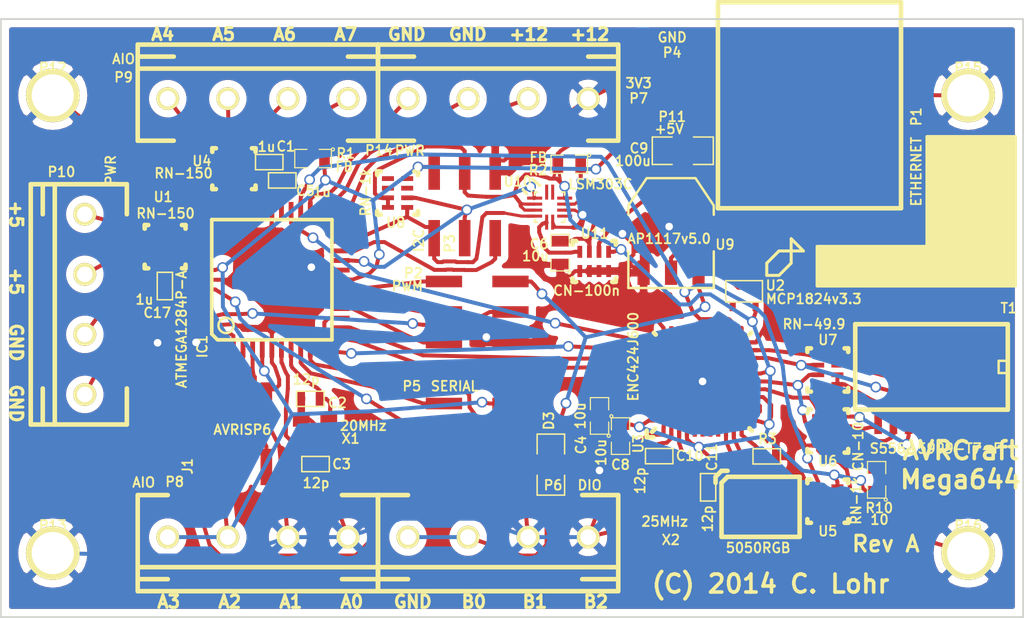
<source format=kicad_pcb>
(kicad_pcb (version 3) (host pcbnew "(2013-mar-13)-testing")
  (layers (15 F.Cu signal) (0 B.Cu signal) (18 B.Paste user) (19 F.Paste user) (20 B.SilkS user) (21 F.SilkS user) (22 B.Mask user) (23 F.Mask user) (28 Edge.Cuts user))
  (net 0 "")
  (net 1 +12V)
  (net 2 +3.3V)
  (net 3 +5V)
  (net 4 GND)
  (net 5 N-000001)
  (net 6 N-0000010)
  (net 7 N-00000100)
  (net 8 N-00000101)
  (net 9 N-00000102)
  (net 10 N-00000103)
  (net 11 N-00000104)
  (net 12 N-00000105)
  (net 13 N-0000011)
  (net 14 N-0000012)
  (net 15 N-0000013)
  (net 16 N-0000014)
  (net 17 N-0000015)
  (net 18 N-0000016)
  (net 19 N-0000017)
  (net 20 N-0000018)
  (net 21 N-0000019)
  (net 22 N-000002)
  (net 23 N-0000020)
  (net 24 N-0000021)
  (net 25 N-0000022)
  (net 26 N-0000023)
  (net 27 N-0000024)
  (net 28 N-0000025)
  (net 29 N-0000026)
  (net 30 N-0000027)
  (net 31 N-0000028)
  (net 32 N-0000029)
  (net 33 N-000003)
  (net 34 N-0000030)
  (net 35 N-0000031)
  (net 36 N-0000032)
  (net 37 N-0000033)
  (net 38 N-0000034)
  (net 39 N-0000035)
  (net 40 N-0000036)
  (net 41 N-0000037)
  (net 42 N-0000038)
  (net 43 N-0000039)
  (net 44 N-000004)
  (net 45 N-0000040)
  (net 46 N-0000042)
  (net 47 N-0000045)
  (net 48 N-0000046)
  (net 49 N-0000047)
  (net 50 N-0000048)
  (net 51 N-0000049)
  (net 52 N-000005)
  (net 53 N-0000050)
  (net 54 N-0000051)
  (net 55 N-0000052)
  (net 56 N-0000053)
  (net 57 N-0000054)
  (net 58 N-0000056)
  (net 59 N-0000057)
  (net 60 N-0000058)
  (net 61 N-0000059)
  (net 62 N-000006)
  (net 63 N-0000060)
  (net 64 N-0000061)
  (net 65 N-0000062)
  (net 66 N-0000063)
  (net 67 N-0000064)
  (net 68 N-0000065)
  (net 69 N-0000066)
  (net 70 N-0000067)
  (net 71 N-0000068)
  (net 72 N-0000069)
  (net 73 N-000007)
  (net 74 N-0000070)
  (net 75 N-0000071)
  (net 76 N-0000072)
  (net 77 N-0000073)
  (net 78 N-0000074)
  (net 79 N-0000075)
  (net 80 N-0000076)
  (net 81 N-0000077)
  (net 82 N-0000078)
  (net 83 N-0000079)
  (net 84 N-000008)
  (net 85 N-0000080)
  (net 86 N-0000081)
  (net 87 N-0000082)
  (net 88 N-0000083)
  (net 89 N-0000084)
  (net 90 N-0000085)
  (net 91 N-0000086)
  (net 92 N-0000087)
  (net 93 N-0000088)
  (net 94 N-0000089)
  (net 95 N-000009)
  (net 96 N-0000090)
  (net 97 N-0000091)
  (net 98 N-0000092)
  (net 99 N-0000093)
  (net 100 N-0000094)
  (net 101 N-0000095)
  (net 102 N-0000096)
  (net 103 N-0000097)
  (net 104 N-0000098)
  (net 105 N-0000099)
  (module SM0603 (layer F.Cu) (at 76.9475 99.2832)
    (fp_text reference C1 (at 1.3775 -1.3082) (layer F.SilkS) (effects (font (size 0.8128 0.7874) (thickness 0.1524))))
    (fp_text value 1u (at -0.2225 -1.2832) (layer F.SilkS) (effects (font (size 0.8128 0.7874) (thickness 0.1524))))
    (pad 1 smd rect (at -0.762 0) (size 0.635 1.143) (layers F.Cu F.Paste F.Mask) (net 29 N-0000026))
    (pad 2 smd rect (at 0.762 0) (size 0.635 1.143) (layers F.Cu F.Paste F.Mask) (net 4 GND))
  )
  (module SM0603 (layer F.Cu) (at 80.3724 118.988)
    (fp_text reference C2 (at 2.2526 0.337 180) (layer F.SilkS) (effects (font (size 0.8128 0.7874) (thickness 0.1524))))
    (fp_text value 12p (at -0.3474 -1.613 180) (layer F.SilkS) (effects (font (size 0.8128 0.7874) (thickness 0.1524))))
    (pad 1 smd rect (at -0.762 0) (size 0.635 1.143) (layers F.Cu F.Paste F.Mask) (net 4 GND))
    (pad 2 smd rect (at 0.762 0) (size 0.635 1.143) (layers F.Cu F.Paste F.Mask) (net 96 N-0000090))
  )
  (module SM0603 (layer F.Cu) (at 80.8027 124.418 180)
    (fp_text reference C3 (at -2.1723 -0.007 360) (layer F.SilkS) (effects (font (size 0.8128 0.7874) (thickness 0.1524))))
    (fp_text value 12p (at -0.0473 -1.582 360) (layer F.SilkS) (effects (font (size 0.8128 0.7874) (thickness 0.1524))))
    (pad 1 smd rect (at -0.762 0 180) (size 0.635 1.143) (layers F.Cu F.Paste F.Mask) (net 4 GND))
    (pad 2 smd rect (at 0.762 0 180) (size 0.635 1.143) (layers F.Cu F.Paste F.Mask) (net 97 N-0000091))
  )
  (module SM0805 (layer F.Cu) (at 104.443 120.411 90)
    (fp_text reference C4 (at -2.414 -1.543 90) (layer F.SilkS) (effects (font (size 0.8128 0.7874) (thickness 0.1524))))
    (fp_text value 10u (at 0.011 -1.593 90) (layer F.SilkS) (effects (font (size 0.8128 0.7874) (thickness 0.1524))))
    (pad 1 smd rect (at -0.9525 0 90) (size 0.889 1.397) (layers F.Cu F.Paste F.Mask) (net 4 GND))
    (pad 2 smd rect (at 0.9525 0 90) (size 0.889 1.397) (layers F.Cu F.Paste F.Mask) (net 98 N-0000092))
  )
  (module SM0603 (layer F.Cu) (at 78.031 100.808 180)
    (fp_text reference C5 (at -1.92566 -0.85804 180) (layer F.SilkS) (effects (font (size 0.8128 0.7874) (thickness 0.1524))))
    (fp_text value 1u (at -3.3125 -0.94694 180) (layer F.SilkS) (effects (font (size 0.8128 0.7874) (thickness 0.1524))))
    (pad 1 smd rect (at -0.762 0 180) (size 0.635 1.143) (layers F.Cu F.Paste F.Mask) (net 28 N-0000025))
    (pad 2 smd rect (at 0.762 0 180) (size 0.635 1.143) (layers F.Cu F.Paste F.Mask) (net 4 GND))
  )
  (module SM0805 (layer F.Cu) (at 106.192 122.09 270)
    (fp_text reference C8 (at 2.3827 0.0073 360) (layer F.SilkS) (effects (font (size 0.8128 0.7874) (thickness 0.1524))))
    (fp_text value 10u (at 1.36 1.617 270) (layer F.SilkS) (effects (font (size 0.8128 0.7874) (thickness 0.1524))))
    (pad 1 smd rect (at -0.9525 0 270) (size 0.889 1.397) (layers F.Cu F.Paste F.Mask) (net 2 +3.3V))
    (pad 2 smd rect (at 0.9525 0 270) (size 0.889 1.397) (layers F.Cu F.Paste F.Mask) (net 4 GND))
  )
  (module SM1206 (layer F.Cu) (at 111.3741 98.3371)
    (fp_text reference C9 (at -3.648 -0.202 180) (layer F.SilkS) (effects (font (size 0.8128 0.7874) (thickness 0.1524))))
    (fp_text value 100u (at -4.148 0.848 180) (layer F.SilkS) (effects (font (size 0.8128 0.7874) (thickness 0.1524))))
    (pad 1 smd rect (at -1.651 0) (size 1.524 2.032) (layers F.Cu F.Paste F.Mask) (net 3 +5V))
    (pad 2 smd rect (at 1.651 0) (size 1.524 2.032) (layers F.Cu F.Paste F.Mask) (net 4 GND))
  )
  (module SM0603 (layer F.Cu) (at 109.409 123.759)
    (fp_text reference C10 (at 2.541 -0.034 180) (layer F.SilkS) (effects (font (size 0.8128 0.7874) (thickness 0.1524))))
    (fp_text value 12p (at -1.586 2.0472 90) (layer F.SilkS) (effects (font (size 0.8128 0.7874) (thickness 0.1524))))
    (pad 1 smd rect (at -0.762 0) (size 0.635 1.143) (layers F.Cu F.Paste F.Mask) (net 100 N-0000094))
    (pad 2 smd rect (at 0.762 0) (size 0.635 1.143) (layers F.Cu F.Paste F.Mask) (net 4 GND))
  )
  (module SM0603 (layer F.Cu) (at 113.482 126.353 270)
    (fp_text reference C11 (at -2.503 -0.318 450) (layer F.SilkS) (effects (font (size 0.8128 0.7874) (thickness 0.1524))))
    (fp_text value 12p (at 2.622 0.032 450) (layer F.SilkS) (effects (font (size 0.8128 0.7874) (thickness 0.1524))))
    (pad 1 smd rect (at -0.762 0 270) (size 0.635 1.143) (layers F.Cu F.Paste F.Mask) (net 93 N-0000088))
    (pad 2 smd rect (at 0.762 0 270) (size 0.635 1.143) (layers F.Cu F.Paste F.Mask) (net 4 GND))
  )
  (module SM0603 (layer F.Cu) (at 68.2581 109.5985 270)
    (fp_text reference C17 (at 2.225 0.6306 360) (layer F.SilkS) (effects (font (size 0.8128 0.7874) (thickness 0.1524))))
    (fp_text value 1u (at 1.1201 1.6974 360) (layer F.SilkS) (effects (font (size 0.8128 0.7874) (thickness 0.1524))))
    (pad 1 smd rect (at -0.762 0 270) (size 0.635 1.143) (layers F.Cu F.Paste F.Mask) (net 3 +5V))
    (pad 2 smd rect (at 0.762 0 270) (size 0.635 1.143) (layers F.Cu F.Paste F.Mask) (net 4 GND))
  )
  (module TQFP44 (layer F.Cu) (at 77.1647 109.0732 90)
    (fp_text reference IC1 (at -5.5635 -5.7897 90) (layer F.SilkS) (effects (font (size 0.8128 0.7874) (thickness 0.1524))))
    (fp_text value ATMEGA1284P-A (at -4.1219 -7.5179 90) (layer F.SilkS) (effects (font (size 0.8128 0.7874) (thickness 0.1524))))
    (pad 39 smd rect (at 0 -5.715 90) (size 0.4064 1.524) (layers F.Cu F.Paste F.Mask) (net 4 GND))
    (pad 40 smd rect (at -0.8001 -5.715 90) (size 0.4064 1.524) (layers F.Cu F.Paste F.Mask) (net 5 N-000001))
    (pad 41 smd rect (at -1.6002 -5.715 90) (size 0.4064 1.524) (layers F.Cu F.Paste F.Mask) (net 33 N-000003))
    (pad 42 smd rect (at -2.4003 -5.715 90) (size 0.4064 1.524) (layers F.Cu F.Paste F.Mask) (net 83 N-0000079))
    (pad 43 smd rect (at -3.2004 -5.715 90) (size 0.4064 1.524) (layers F.Cu F.Paste F.Mask) (net 25 N-0000022))
    (pad 44 smd rect (at -4.0005 -5.715 90) (size 0.4064 1.524) (layers F.Cu F.Paste F.Mask) (net 4 GND))
    (pad 38 smd rect (at 0.8001 -5.715 90) (size 0.4064 1.524) (layers F.Cu F.Paste F.Mask) (net 3 +5V))
    (pad 37 smd rect (at 1.6002 -5.715 90) (size 0.4064 1.524) (layers F.Cu F.Paste F.Mask) (net 14 N-0000012))
    (pad 36 smd rect (at 2.4003 -5.715 90) (size 0.4064 1.524) (layers F.Cu F.Paste F.Mask) (net 13 N-0000011))
    (pad 35 smd rect (at 3.2004 -5.715 90) (size 0.4064 1.524) (layers F.Cu F.Paste F.Mask) (net 6 N-0000010))
    (pad 34 smd rect (at 4.0005 -5.715 90) (size 0.4064 1.524) (layers F.Cu F.Paste F.Mask) (net 95 N-000009))
    (pad 17 smd rect (at 0 5.715 90) (size 0.4064 1.524) (layers F.Cu F.Paste F.Mask) (net 3 +5V))
    (pad 16 smd rect (at -0.8001 5.715 90) (size 0.4064 1.524) (layers F.Cu F.Paste F.Mask) (net 62 N-000006))
    (pad 15 smd rect (at -1.6002 5.715 90) (size 0.4064 1.524) (layers F.Cu F.Paste F.Mask) (net 26 N-0000023))
    (pad 14 smd rect (at -2.4003 5.715 90) (size 0.4064 1.524) (layers F.Cu F.Paste F.Mask) (net 27 N-0000024))
    (pad 13 smd rect (at -3.2004 5.715 90) (size 0.4064 1.524) (layers F.Cu F.Paste F.Mask) (net 37 N-0000033))
    (pad 12 smd rect (at -4.0005 5.715 90) (size 0.4064 1.524) (layers F.Cu F.Paste F.Mask) (net 36 N-0000032))
    (pad 18 smd rect (at 0.8001 5.715 90) (size 0.4064 1.524) (layers F.Cu F.Paste F.Mask) (net 4 GND))
    (pad 19 smd rect (at 1.6002 5.715 90) (size 0.4064 1.524) (layers F.Cu F.Paste F.Mask) (net 47 N-0000045))
    (pad 20 smd rect (at 2.4003 5.715 90) (size 0.4064 1.524) (layers F.Cu F.Paste F.Mask) (net 15 N-0000013))
    (pad 21 smd rect (at 3.2004 5.715 90) (size 0.4064 1.524) (layers F.Cu F.Paste F.Mask) (net 49 N-0000047))
    (pad 22 smd rect (at 4.0005 5.715 90) (size 0.4064 1.524) (layers F.Cu F.Paste F.Mask) (net 58 N-0000056))
    (pad 6 smd rect (at -5.715 0 90) (size 1.524 0.4064) (layers F.Cu F.Paste F.Mask) (net 4 GND))
    (pad 28 smd rect (at 5.715 0 90) (size 1.524 0.4064) (layers F.Cu F.Paste F.Mask) (net 4 GND))
    (pad 7 smd rect (at -5.715 0.8001 90) (size 1.524 0.4064) (layers F.Cu F.Paste F.Mask) (net 97 N-0000091))
    (pad 27 smd rect (at 5.715 0.8001 90) (size 1.524 0.4064) (layers F.Cu F.Paste F.Mask) (net 28 N-0000025))
    (pad 26 smd rect (at 5.715 1.6002 90) (size 1.524 0.4064) (layers F.Cu F.Paste F.Mask) (net 38 N-0000034))
    (pad 8 smd rect (at -5.715 1.6002 90) (size 1.524 0.4064) (layers F.Cu F.Paste F.Mask) (net 96 N-0000090))
    (pad 9 smd rect (at -5.715 2.4003 90) (size 1.524 0.4064) (layers F.Cu F.Paste F.Mask) (net 45 N-0000040))
    (pad 25 smd rect (at 5.715 2.4003 90) (size 1.524 0.4064) (layers F.Cu F.Paste F.Mask) (net 80 N-0000076))
    (pad 24 smd rect (at 5.715 3.2004 90) (size 1.524 0.4064) (layers F.Cu F.Paste F.Mask) (net 60 N-0000058))
    (pad 10 smd rect (at -5.715 3.2004 90) (size 1.524 0.4064) (layers F.Cu F.Paste F.Mask) (net 22 N-000002))
    (pad 11 smd rect (at -5.715 4.0005 90) (size 1.524 0.4064) (layers F.Cu F.Paste F.Mask) (net 35 N-0000031))
    (pad 23 smd rect (at 5.715 4.0005 90) (size 1.524 0.4064) (layers F.Cu F.Paste F.Mask) (net 59 N-0000057))
    (pad 29 smd rect (at 5.715 -0.8001 90) (size 1.524 0.4064) (layers F.Cu F.Paste F.Mask) (net 29 N-0000026))
    (pad 5 smd rect (at -5.715 -0.8001 90) (size 1.524 0.4064) (layers F.Cu F.Paste F.Mask) (net 3 +5V))
    (pad 4 smd rect (at -5.715 -1.6002 90) (size 1.524 0.4064) (layers F.Cu F.Paste F.Mask) (net 30 N-0000027))
    (pad 30 smd rect (at 5.715 -1.6002 90) (size 1.524 0.4064) (layers F.Cu F.Paste F.Mask) (net 32 N-0000029))
    (pad 31 smd rect (at 5.715 -2.4003 90) (size 1.524 0.4064) (layers F.Cu F.Paste F.Mask) (net 34 N-0000030))
    (pad 3 smd rect (at -5.715 -2.4003 90) (size 1.524 0.4064) (layers F.Cu F.Paste F.Mask) (net 52 N-000005))
    (pad 2 smd rect (at -5.715 -3.2004 90) (size 1.524 0.4064) (layers F.Cu F.Paste F.Mask) (net 44 N-000004))
    (pad 32 smd rect (at 5.715 -3.2004 90) (size 1.524 0.4064) (layers F.Cu F.Paste F.Mask) (net 73 N-000007))
    (pad 33 smd rect (at 5.715 -4.0005 90) (size 1.524 0.4064) (layers F.Cu F.Paste F.Mask) (net 84 N-000008))
    (pad 1 smd rect (at -5.715 -4.0005 90) (size 1.524 0.4064) (layers F.Cu F.Paste F.Mask) (net 31 N-0000028))
  )
  (module SMT_ETHERNET (layer F.Cu) (at 114.3 91.694 90)
    (fp_text reference P1 (at -3.81 16.51 90) (layer F.SilkS) (effects (font (size 0.8128 0.7874) (thickness 0.1524))))
    (fp_text value ETHERNET (at -8.382 16.51 90) (layer F.SilkS) (effects (font (size 0.8128 0.7874) (thickness 0.1524))))
    (pad 9 smd rect (at 0 0 90) (size 5.207 4.572) (layers F.Cu F.Paste F.Mask) (net 4 GND))
    (pad 8 smd rect (at -11.557 3.048 90) (size 4.7498 0.635) (layers F.Cu F.Paste F.Mask) (net 89 N-0000084))
    (pad 7 smd rect (at -11.557 4.318 90) (size 4.7498 0.635) (layers F.Cu F.Paste F.Mask) (net 89 N-0000084))
    (pad 6 smd rect (at -11.557 5.588 90) (size 4.7498 0.635) (layers F.Cu F.Paste F.Mask) (net 88 N-0000083))
    (pad 5 smd rect (at -11.557 6.858 90) (size 4.7498 0.635) (layers F.Cu F.Paste F.Mask) (net 87 N-0000082))
    (pad 4 smd rect (at -11.557 8.128 90) (size 4.7498 0.635) (layers F.Cu F.Paste F.Mask) (net 87 N-0000082))
    (pad 3 smd rect (at -11.557 9.398 90) (size 4.7498 0.635) (layers F.Cu F.Paste F.Mask) (net 50 N-0000048))
    (pad 2 smd rect (at -11.557 10.668 90) (size 4.7498 0.635) (layers F.Cu F.Paste F.Mask) (net 51 N-0000049))
    (pad 1 smd rect (at -11.557 11.938 90) (size 4.7498 0.635) (layers F.Cu F.Paste F.Mask) (net 86 N-0000081))
    (pad 10 smd rect (at 0 14.986 90) (size 5.207 4.572) (layers F.Cu F.Paste F.Mask) (net 4 GND))
  )
  (module .1SMTPIN (layer F.Cu) (at 108 90)
    (fp_text reference P4 (at 2.49 0.17) (layer F.SilkS) (effects (font (size 0.8128 0.7874) (thickness 0.1524))))
    (fp_text value GND (at 2.49 -1.1) (layer F.SilkS) (effects (font (size 0.8128 0.7874) (thickness 0.1524))))
    (pad 1 smd circle (at 0 0) (size 2.032 2.032) (layers F.Cu F.Paste F.Mask) (net 4 GND))
  )
  (module .1SMTPIN (layer F.Cu) (at 110 93)
    (fp_text reference P7 (at -2.304 0.98) (layer F.SilkS) (effects (font (size 0.8128 0.7874) (thickness 0.1524))))
    (fp_text value 3V3 (at -2.304 -0.29) (layer F.SilkS) (effects (font (size 0.8128 0.7874) (thickness 0.1524))))
    (pad 1 smd circle (at 0 0) (size 2.032 2.032) (layers F.Cu F.Paste F.Mask) (net 2 +3.3V))
  )
  (module SM0805 (layer F.Cu) (at 80.5955 98.9883 180)
    (fp_text reference R1 (at -2.72158 0.43376 180) (layer F.SilkS) (effects (font (size 0.8128 0.7874) (thickness 0.1524))))
    (fp_text value FB (at -2.59712 -0.6686 180) (layer F.SilkS) (effects (font (size 0.8128 0.7874) (thickness 0.1524))))
    (pad 1 smd rect (at -0.9525 0 180) (size 0.889 1.397) (layers F.Cu F.Paste F.Mask) (net 3 +5V))
    (pad 2 smd rect (at 0.9525 0 180) (size 0.889 1.397) (layers F.Cu F.Paste F.Mask) (net 28 N-0000025))
  )
  (module SM0603 (layer F.Cu) (at 118.36 123.78)
    (fp_text reference R3 (at 0.065 -1.455) (layer F.SilkS) (effects (font (size 0.8128 0.7874) (thickness 0.1524))))
    (fp_text value 12.4k hide)
    (pad 1 smd rect (at -0.762 0) (size 0.635 1.143) (layers F.Cu F.Paste F.Mask) (net 8 N-00000101))
    (pad 2 smd rect (at 0.762 0) (size 0.635 1.143) (layers F.Cu F.Paste F.Mask) (net 4 GND))
  )
  (module SM0805 (layer F.Cu) (at 127.508 125.73 90)
    (fp_text reference R10 (at -2.345 0.217 180) (layer F.SilkS) (effects (font (size 0.8128 0.7874) (thickness 0.1524))))
    (fp_text value 10 (at -3.32 0.242 180) (layer F.SilkS) (effects (font (size 0.8128 0.7874) (thickness 0.1524))))
    (pad 1 smd rect (at -0.9525 0 90) (size 0.889 1.397) (layers F.Cu F.Paste F.Mask) (net 2 +3.3V))
    (pad 2 smd rect (at 0.9525 0 90) (size 0.889 1.397) (layers F.Cu F.Paste F.Mask) (net 7 N-00000100))
  )
  (module BELFuse-S553 (layer F.Cu) (at 132.08 116.332 180)
    (fp_text reference T1 (at -6.432 4.8919 360) (layer F.SilkS) (effects (font (size 0.8128 0.7874) (thickness 0.1524))))
    (fp_text value S558-5999-T7-F (at -0.336 -6.7921 180) (layer F.SilkS) (effects (font (size 0.8128 0.7874) (thickness 0.1524))))
    (pad 1 smd rect (at -4.445 4.699 180) (size 0.635 1.778) (layers F.Cu F.Paste F.Mask) (net 51 N-0000049))
    (pad 2 smd rect (at -3.175 4.699 180) (size 0.635 1.778) (layers F.Cu F.Paste F.Mask) (net 90 N-0000085))
    (pad 3 smd rect (at -1.905 4.699 180) (size 0.635 1.778) (layers F.Cu F.Paste F.Mask) (net 86 N-0000081))
    (pad 4 smd rect (at -0.635 4.699 180) (size 0.635 1.778) (layers F.Cu F.Paste F.Mask) (net 91 N-0000086))
    (pad 5 smd rect (at 0.635 4.699 180) (size 0.635 1.778) (layers F.Cu F.Paste F.Mask) (net 92 N-0000087))
    (pad 6 smd rect (at 1.905 4.699 180) (size 0.635 1.778) (layers F.Cu F.Paste F.Mask) (net 50 N-0000048))
    (pad 7 smd rect (at 3.175 4.699 180) (size 0.635 1.778) (layers F.Cu F.Paste F.Mask) (net 94 N-0000089))
    (pad 8 smd rect (at 4.445 4.699 180) (size 0.635 1.778) (layers F.Cu F.Paste F.Mask) (net 88 N-0000083))
    (pad 9 smd rect (at 4.445 -4.699 180) (size 0.635 1.778) (layers F.Cu F.Paste F.Mask) (net 48 N-0000046))
    (pad 10 smd rect (at 3.175 -4.699 180) (size 0.635 1.778) (layers F.Cu F.Paste F.Mask) (net 54 N-0000051))
    (pad 11 smd rect (at 1.905 -4.699 180) (size 0.635 1.778) (layers F.Cu F.Paste F.Mask) (net 53 N-0000050))
    (pad 12 smd rect (at 0.635 -4.699 180) (size 0.635 1.778) (layers F.Cu F.Paste F.Mask) (net 103 N-0000097))
    (pad 13 smd rect (at -0.635 -4.699 180) (size 0.635 1.778) (layers F.Cu F.Paste F.Mask) (net 104 N-0000098))
    (pad 14 smd rect (at -1.905 -4.699 180) (size 0.635 1.778) (layers F.Cu F.Paste F.Mask) (net 105 N-0000099))
    (pad 15 smd rect (at -3.175 -4.699 180) (size 0.635 1.778) (layers F.Cu F.Paste F.Mask) (net 7 N-00000100))
    (pad 16 smd rect (at -4.445 -4.699 180) (size 0.635 1.778) (layers F.Cu F.Paste F.Mask) (net 75 N-0000071))
  )
  (module SOT23-5 (layer F.Cu) (at 116.48 110.04 180)
    (fp_text reference U2 (at -2.595 0.49 360) (layer F.SilkS) (effects (font (size 0.8128 0.7874) (thickness 0.1524))))
    (fp_text value MCP1824v3.3 (at -5.795 -0.635 360) (layer F.SilkS) (effects (font (size 0.8128 0.7874) (thickness 0.1524))))
    (pad 1 smd rect (at -0.9525 1.27 180) (size 0.508 0.762) (layers F.Cu F.Paste F.Mask) (net 3 +5V))
    (pad 3 smd rect (at 0.9525 1.27 180) (size 0.508 0.762) (layers F.Cu F.Paste F.Mask) (net 3 +5V))
    (pad 5 smd rect (at -0.9525 -1.27 180) (size 0.508 0.762) (layers F.Cu F.Paste F.Mask) (net 2 +3.3V))
    (pad 2 smd rect (at 0 1.27 180) (size 0.508 0.762) (layers F.Cu F.Paste F.Mask) (net 4 GND))
    (pad 4 smd rect (at 0.9525 -1.27 180) (size 0.508 0.762) (layers F.Cu F.Paste F.Mask) (net 99 N-0000093))
  )
  (module XTAL4P (layer F.Cu) (at 81.9033 122.415 180)
    (fp_text reference X1 (at -1.8217 0.115 180) (layer F.SilkS) (effects (font (size 0.8128 0.7874) (thickness 0.1524))))
    (fp_text value 20MHz (at -2.8717 1.19 180) (layer F.SilkS) (effects (font (size 0.8128 0.7874) (thickness 0.1524))))
    (pad 4 smd rect (at 0 0 180) (size 1.397 1.1938) (layers F.Cu F.Paste F.Mask) (net 4 GND))
    (pad 1 smd rect (at 0 1.7018 180) (size 1.397 1.1938) (layers F.Cu F.Paste F.Mask) (net 96 N-0000090))
    (pad 3 smd rect (at 2.286 1.7018 180) (size 1.397 1.1938) (layers F.Cu F.Paste F.Mask) (net 4 GND))
    (pad 2 smd rect (at 2.286 0 180) (size 1.397 1.1938) (layers F.Cu F.Paste F.Mask) (net 97 N-0000091))
  )
  (module XTAL4P (layer F.Cu) (at 109.629 125.628)
    (fp_text reference X2 (at 0.7489 5.1) (layer F.SilkS) (effects (font (size 0.8128 0.7874) (thickness 0.1524))))
    (fp_text value 25MHz (at 0.2409 3.576) (layer F.SilkS) (effects (font (size 0.8128 0.7874) (thickness 0.1524))))
    (pad 4 smd rect (at 0 0) (size 1.397 1.1938) (layers F.Cu F.Paste F.Mask) (net 4 GND))
    (pad 1 smd rect (at 0 1.7018) (size 1.397 1.1938) (layers F.Cu F.Paste F.Mask) (net 100 N-0000094))
    (pad 3 smd rect (at 2.286 1.7018) (size 1.397 1.1938) (layers F.Cu F.Paste F.Mask) (net 4 GND))
    (pad 2 smd rect (at 2.286 0) (size 1.397 1.1938) (layers F.Cu F.Paste F.Mask) (net 93 N-0000088))
  )
  (module 1206NETWORK (layer F.Cu) (at 68.2796 106.322 90)
    (fp_text reference U1 (at 4.1378 -0.1568 360) (layer F.SilkS) (effects (font (size 0.8128 0.7874) (thickness 0.1524))))
    (fp_text value RN-150 (at 2.7662 0.0337 360) (layer F.SilkS) (effects (font (size 0.8128 0.7874) (thickness 0.1524))))
    (pad 1 smd rect (at -1.2 0.8 90) (size 0.4 1) (layers F.Cu F.Paste F.Mask) (net 14 N-0000012))
    (pad 2 smd rect (at -0.4 0.8 90) (size 0.4 1) (layers F.Cu F.Paste F.Mask) (net 13 N-0000011))
    (pad 3 smd rect (at 0.4 0.8 90) (size 0.4 1) (layers F.Cu F.Paste F.Mask) (net 6 N-0000010))
    (pad 4 smd rect (at 1.2 0.8 90) (size 0.4 1) (layers F.Cu F.Paste F.Mask) (net 95 N-000009))
    (pad 5 smd rect (at 1.2 -0.8 90) (size 0.4 1) (layers F.Cu F.Paste F.Mask) (net 21 N-0000019))
    (pad 6 smd rect (at 0.4 -0.8 90) (size 0.4 1) (layers F.Cu F.Paste F.Mask) (net 23 N-0000020))
    (pad 7 smd rect (at -0.4 -0.8 90) (size 0.4 1) (layers F.Cu F.Paste F.Mask) (net 24 N-0000021))
    (pad 8 smd rect (at -1.2 -0.8 90) (size 0.4 1) (layers F.Cu F.Paste F.Mask) (net 16 N-0000014))
  )
  (module 1206NETWORK (layer F.Cu) (at 74.0086 99.8311)
    (fp_text reference U4 (at -2.667 -0.635 180) (layer F.SilkS) (effects (font (size 0.8128 0.7874) (thickness 0.1524))))
    (fp_text value RN-150 (at -4.191 0.381 180) (layer F.SilkS) (effects (font (size 0.8128 0.7874) (thickness 0.1524))))
    (pad 1 smd rect (at -1.2 0.8) (size 0.4 1) (layers F.Cu F.Paste F.Mask) (net 84 N-000008))
    (pad 2 smd rect (at -0.4 0.8) (size 0.4 1) (layers F.Cu F.Paste F.Mask) (net 73 N-000007))
    (pad 3 smd rect (at 0.4 0.8) (size 0.4 1) (layers F.Cu F.Paste F.Mask) (net 34 N-0000030))
    (pad 4 smd rect (at 1.2 0.8) (size 0.4 1) (layers F.Cu F.Paste F.Mask) (net 32 N-0000029))
    (pad 5 smd rect (at 1.2 -0.8) (size 0.4 1) (layers F.Cu F.Paste F.Mask) (net 17 N-0000015))
    (pad 6 smd rect (at 0.4 -0.8) (size 0.4 1) (layers F.Cu F.Paste F.Mask) (net 18 N-0000016))
    (pad 7 smd rect (at -0.4 -0.8) (size 0.4 1) (layers F.Cu F.Paste F.Mask) (net 19 N-0000017))
    (pad 8 smd rect (at -1.2 -0.8) (size 0.4 1) (layers F.Cu F.Paste F.Mask) (net 20 N-0000018))
  )
  (module 1206NETWORK (layer F.Cu) (at 123.444 127.508 270)
    (fp_text reference U5 (at 2.5 0 360) (layer F.SilkS) (effects (font (size 0.8128 0.7874) (thickness 0.1524))))
    (fp_text value RN-1k (at -0.033 -2.356 450) (layer F.SilkS) (effects (font (size 0.8128 0.7874) (thickness 0.1524))))
    (pad 1 smd rect (at -1.2 0.8 270) (size 0.4 1) (layers F.Cu F.Paste F.Mask) (net 80 N-0000076))
    (pad 2 smd rect (at -0.4 0.8 270) (size 0.4 1) (layers F.Cu F.Paste F.Mask) (net 56 N-0000053))
    (pad 3 smd rect (at 0.4 0.8 270) (size 0.4 1) (layers F.Cu F.Paste F.Mask) (net 55 N-0000052))
    (pad 4 smd rect (at 1.2 0.8 270) (size 0.4 1) (layers F.Cu F.Paste F.Mask) (net 43 N-0000039))
    (pad 5 smd rect (at 1.2 -0.8 270) (size 0.4 1) (layers F.Cu F.Paste F.Mask) (net 4 GND))
    (pad 6 smd rect (at 0.4 -0.8 270) (size 0.4 1) (layers F.Cu F.Paste F.Mask) (net 4 GND))
    (pad 7 smd rect (at -0.4 -0.8 270) (size 0.4 1) (layers F.Cu F.Paste F.Mask) (net 4 GND))
    (pad 8 smd rect (at -1.2 -0.8 270) (size 0.4 1) (layers F.Cu F.Paste F.Mask) (net 2 +3.3V))
  )
  (module 1206NETWORK (layer F.Cu) (at 123.444 121.666 270)
    (fp_text reference U6 (at 2.5 0 360) (layer F.SilkS) (effects (font (size 0.8128 0.7874) (thickness 0.1524))))
    (fp_text value CN-10n (at 0.934 -2.531 270) (layer F.SilkS) (effects (font (size 0.8128 0.7874) (thickness 0.1524))))
    (pad 1 smd rect (at -1.2 0.8 270) (size 0.4 1) (layers F.Cu F.Paste F.Mask) (net 82 N-0000078))
    (pad 2 smd rect (at -0.4 0.8 270) (size 0.4 1) (layers F.Cu F.Paste F.Mask) (net 61 N-0000059))
    (pad 3 smd rect (at 0.4 0.8 270) (size 0.4 1) (layers F.Cu F.Paste F.Mask) (net 4 GND))
    (pad 4 smd rect (at 1.2 0.8 270) (size 0.4 1) (layers F.Cu F.Paste F.Mask) (net 4 GND))
    (pad 5 smd rect (at 1.2 -0.8 270) (size 0.4 1) (layers F.Cu F.Paste F.Mask) (net 7 N-00000100))
    (pad 6 smd rect (at 0.4 -0.8 270) (size 0.4 1) (layers F.Cu F.Paste F.Mask) (net 54 N-0000051))
    (pad 7 smd rect (at -0.4 -0.8 270) (size 0.4 1) (layers F.Cu F.Paste F.Mask) (net 48 N-0000046))
    (pad 8 smd rect (at -1.2 -0.8 270) (size 0.4 1) (layers F.Cu F.Paste F.Mask) (net 53 N-0000050))
  )
  (module 1206NETWORK (layer F.Cu) (at 123.444 116.586 90)
    (fp_text reference U7 (at 2.5 0 180) (layer F.SilkS) (effects (font (size 0.8128 0.7874) (thickness 0.1524))))
    (fp_text value RN-49.9 (at 3.811 -1.144 360) (layer F.SilkS) (effects (font (size 0.8128 0.7874) (thickness 0.1524))))
    (pad 1 smd rect (at -1.2 0.8 90) (size 0.4 1) (layers F.Cu F.Paste F.Mask) (net 54 N-0000051))
    (pad 2 smd rect (at -0.4 0.8 90) (size 0.4 1) (layers F.Cu F.Paste F.Mask) (net 54 N-0000051))
    (pad 3 smd rect (at 0.4 0.8 90) (size 0.4 1) (layers F.Cu F.Paste F.Mask) (net 7 N-00000100))
    (pad 4 smd rect (at 1.2 0.8 90) (size 0.4 1) (layers F.Cu F.Paste F.Mask) (net 7 N-00000100))
    (pad 5 smd rect (at 1.2 -0.8 90) (size 0.4 1) (layers F.Cu F.Paste F.Mask) (net 75 N-0000071))
    (pad 6 smd rect (at 0.4 -0.8 90) (size 0.4 1) (layers F.Cu F.Paste F.Mask) (net 105 N-0000099))
    (pad 7 smd rect (at -0.4 -0.8 90) (size 0.4 1) (layers F.Cu F.Paste F.Mask) (net 61 N-0000059))
    (pad 8 smd rect (at -1.2 -0.8 90) (size 0.4 1) (layers F.Cu F.Paste F.Mask) (net 82 N-0000078))
  )
  (module PHOENIX1935187 (layer F.Cu) (at 96 94 180)
    (fp_text reference P14 (at 9.925 -4.3 180) (layer F.SilkS) (effects (font (size 0.8128 0.7874) (thickness 0.1524))))
    (fp_text value PWR (at 7.35 -4.325 180) (layer F.SilkS) (effects (font (size 0.8128 0.7874) (thickness 0.1524))))
    (pad 1 thru_hole circle (at -7.5 0 180) (size 1.9 1.9) (drill 1.3) (layers *.Cu *.Mask F.SilkS) (net 4 GND))
    (pad 2 thru_hole circle (at -2.5 0 180) (size 1.9 1.9) (drill 1.3) (layers *.Cu *.Mask F.SilkS) (net 58 N-0000056))
    (pad 3 thru_hole circle (at 2.5 0 180) (size 1.9 1.9) (drill 1.3) (layers *.Cu *.Mask F.SilkS) (net 59 N-0000057))
    (pad 4 thru_hole circle (at 7.5 0 180) (size 1.9 1.9) (drill 1.3) (layers *.Cu *.Mask F.SilkS) (net 60 N-0000058))
  )
  (module PHOENIX1935187 (layer F.Cu) (at 61.595 111.125 270)
    (fp_text reference P10 (at -11.025 1.945 360) (layer F.SilkS) (effects (font (size 0.8128 0.7874) (thickness 0.1524))))
    (fp_text value PWR (at -11.176 -2.159 270) (layer F.SilkS) (effects (font (size 0.8128 0.7874) (thickness 0.1524))))
    (pad 1 thru_hole circle (at -7.5 0 270) (size 1.9 1.9) (drill 1.3) (layers *.Cu *.Mask F.SilkS) (net 21 N-0000019))
    (pad 2 thru_hole circle (at -2.5 0 270) (size 1.9 1.9) (drill 1.3) (layers *.Cu *.Mask F.SilkS) (net 23 N-0000020))
    (pad 3 thru_hole circle (at 2.5 0 270) (size 1.9 1.9) (drill 1.3) (layers *.Cu *.Mask F.SilkS) (net 24 N-0000021))
    (pad 4 thru_hole circle (at 7.5 0 270) (size 1.9 1.9) (drill 1.3) (layers *.Cu *.Mask F.SilkS) (net 16 N-0000014))
  )
  (module PHOENIX1935187 (layer F.Cu) (at 76 94 180)
    (fp_text reference P9 (at 11.176 1.778 180) (layer F.SilkS) (effects (font (size 0.8128 0.7874) (thickness 0.1524))))
    (fp_text value AIO (at 11.176 3.302 180) (layer F.SilkS) (effects (font (size 0.8128 0.7874) (thickness 0.1524))))
    (pad 1 thru_hole circle (at -7.5 0 180) (size 1.9 1.9) (drill 1.3) (layers *.Cu *.Mask F.SilkS) (net 17 N-0000015))
    (pad 2 thru_hole circle (at -2.5 0 180) (size 1.9 1.9) (drill 1.3) (layers *.Cu *.Mask F.SilkS) (net 18 N-0000016))
    (pad 3 thru_hole circle (at 2.5 0 180) (size 1.9 1.9) (drill 1.3) (layers *.Cu *.Mask F.SilkS) (net 19 N-0000017))
    (pad 4 thru_hole circle (at 7.5 0 180) (size 1.9 1.9) (drill 1.3) (layers *.Cu *.Mask F.SilkS) (net 20 N-0000018))
  )
  (module PHOENIX1935187 (layer F.Cu) (at 76 130.5)
    (fp_text reference P8 (at -6.925 -4.6) (layer F.SilkS) (effects (font (size 0.8128 0.7874) (thickness 0.1524))))
    (fp_text value AIO (at -9.5 -4.55) (layer F.SilkS) (effects (font (size 0.8128 0.7874) (thickness 0.1524))))
    (pad 1 thru_hole circle (at -7.5 0) (size 1.9 1.9) (drill 1.3) (layers *.Cu *.Mask F.SilkS) (net 3 +5V))
    (pad 2 thru_hole circle (at -2.5 0) (size 1.9 1.9) (drill 1.3) (layers *.Cu *.Mask F.SilkS) (net 3 +5V))
    (pad 3 thru_hole circle (at 2.5 0) (size 1.9 1.9) (drill 1.3) (layers *.Cu *.Mask F.SilkS) (net 4 GND))
    (pad 4 thru_hole circle (at 7.5 0) (size 1.9 1.9) (drill 1.3) (layers *.Cu *.Mask F.SilkS) (net 4 GND))
  )
  (module 632HOLE (layer F.Cu) (at 58.928 93.726)
    (fp_text reference P12 (at 0 -2.30124) (layer F.SilkS) (effects (font (size 0.8128 0.7874) (thickness 0.1524))))
    (fp_text value GND hide)
    (pad 1 thru_hole circle (at 0 0) (size 4.4704 4.4704) (drill 3.5052) (layers *.Cu *.Mask F.SilkS) (net 4 GND))
  )
  (module 632HOLE (layer F.Cu) (at 58.928 131.826)
    (fp_text reference P13 (at 0 -2.30124) (layer F.SilkS) (effects (font (size 0.8128 0.7874) (thickness 0.1524))))
    (fp_text value GND hide)
    (pad 1 thru_hole circle (at 0 0) (size 4.4704 4.4704) (drill 3.5052) (layers *.Cu *.Mask F.SilkS) (net 4 GND))
  )
  (module 632HOLE (layer F.Cu) (at 135.128 93.726)
    (fp_text reference P15 (at 0 -2.30124) (layer F.SilkS) (effects (font (size 0.8128 0.7874) (thickness 0.1524))))
    (fp_text value GND hide)
    (pad 1 thru_hole circle (at 0 0) (size 4.4704 4.4704) (drill 3.5052) (layers *.Cu *.Mask F.SilkS) (net 4 GND))
  )
  (module 632HOLE (layer F.Cu) (at 135.128 131.826)
    (fp_text reference P16 (at 0 -2.30124) (layer F.SilkS) (effects (font (size 0.8128 0.7874) (thickness 0.1524))))
    (fp_text value GND hide)
    (pad 1 thru_hole circle (at 0 0) (size 4.4704 4.4704) (drill 3.5052) (layers *.Cu *.Mask F.SilkS) (net 4 GND))
  )
  (module .1SMTPIN (layer F.Cu) (at 108 96)
    (fp_text reference P11 (at 2.49 -0.496) (layer F.SilkS) (effects (font (size 0.8128 0.7874) (thickness 0.1524))))
    (fp_text value +5V (at 2.236 0.52) (layer F.SilkS) (effects (font (size 0.8128 0.7874) (thickness 0.1524))))
    (pad 1 smd circle (at 0 0) (size 2.032 2.032) (layers F.Cu F.Paste F.Mask) (net 3 +5V))
  )
  (module RIBBON6SMT (layer F.Cu) (at 71.628 119.126)
    (fp_text reference J1 (at -1.4845 5.4787 90) (layer F.SilkS) (effects (font (size 0.8128 0.7874) (thickness 0.1524))))
    (fp_text value AVRISP6 (at 3.0875 2.4307) (layer F.SilkS) (effects (font (size 0.8128 0.7874) (thickness 0.1524))))
    (pad 2 smd rect (at 0 0) (size 0.9652 3.0226) (layers F.Cu F.Paste F.Mask) (net 3 +5V))
    (pad 4 smd rect (at 2.54 0) (size 0.9652 3.0226) (layers F.Cu F.Paste F.Mask) (net 31 N-0000028))
    (pad 6 smd rect (at 5.08 0) (size 0.9652 3.0226) (layers F.Cu F.Paste F.Mask) (net 4 GND))
    (pad 1 smd rect (at 0 5.5372) (size 0.9652 3.0226) (layers F.Cu F.Paste F.Mask) (net 44 N-000004))
    (pad 3 smd rect (at 2.54 5.5372) (size 0.9652 3.0226) (layers F.Cu F.Paste F.Mask) (net 52 N-000005))
    (pad 5 smd rect (at 5.08 5.5372) (size 0.9652 3.0226) (layers F.Cu F.Paste F.Mask) (net 30 N-0000027))
  )
  (module RIBBON6SMT (layer F.Cu) (at 97.028 109.22 270)
    (fp_text reference P2 (at -0.695 8.085 360) (layer F.SilkS) (effects (font (size 0.8128 0.7874) (thickness 0.1524))))
    (fp_text value PWM (at 0.38 8.585 540) (layer F.SilkS) (effects (font (size 0.8128 0.7874) (thickness 0.1524))))
    (pad 2 smd rect (at 0 0 270) (size 0.9652 3.0226) (layers F.Cu F.Paste F.Mask) (net 1 +12V))
    (pad 4 smd rect (at 2.54 0 270) (size 0.9652 3.0226) (layers F.Cu F.Paste F.Mask) (net 25 N-0000022))
    (pad 6 smd rect (at 5.08 0 270) (size 0.9652 3.0226) (layers F.Cu F.Paste F.Mask) (net 4 GND))
    (pad 1 smd rect (at 0 5.5372 270) (size 0.9652 3.0226) (layers F.Cu F.Paste F.Mask) (net 62 N-000006))
    (pad 3 smd rect (at 2.54 5.5372 270) (size 0.9652 3.0226) (layers F.Cu F.Paste F.Mask) (net 26 N-0000023))
    (pad 5 smd rect (at 5.08 5.5372 270) (size 0.9652 3.0226) (layers F.Cu F.Paste F.Mask) (net 27 N-0000024))
  )
  (module RIBBON6SMT (layer F.Cu) (at 90.678 100.076)
    (fp_text reference P3 (at 1.297 5.978 90) (layer F.SilkS) (effects (font (size 0.8128 0.7874) (thickness 0.1524))))
    (fp_text value I2C (at -1.278 5.728 90) (layer F.SilkS) (effects (font (size 0.8128 0.7874) (thickness 0.1524))))
    (pad 2 smd rect (at 0 0) (size 0.9652 3.0226) (layers F.Cu F.Paste F.Mask) (net 3 +5V))
    (pad 4 smd rect (at 2.54 0) (size 0.9652 3.0226) (layers F.Cu F.Paste F.Mask) (net 2 +3.3V))
    (pad 6 smd rect (at 5.08 0) (size 0.9652 3.0226) (layers F.Cu F.Paste F.Mask) (net 4 GND))
    (pad 1 smd rect (at 0 5.5372) (size 0.9652 3.0226) (layers F.Cu F.Paste F.Mask) (net 49 N-0000047))
    (pad 3 smd rect (at 2.54 5.5372) (size 0.9652 3.0226) (layers F.Cu F.Paste F.Mask) (net 47 N-0000045))
    (pad 5 smd rect (at 5.08 5.5372) (size 0.9652 3.0226) (layers F.Cu F.Paste F.Mask) (net 15 N-0000013))
  )
  (module RIBBON6SMT (layer F.Cu) (at 97.028 119.38 270)
    (fp_text reference P5 (at -1.4421 8.2094 360) (layer F.SilkS) (effects (font (size 0.8128 0.7874) (thickness 0.1524))))
    (fp_text value SERIAL (at -1.4421 4.6534 360) (layer F.SilkS) (effects (font (size 0.8128 0.7874) (thickness 0.1524))))
    (pad 2 smd rect (at 0 0 270) (size 0.9652 3.0226) (layers F.Cu F.Paste F.Mask) (net 3 +5V))
    (pad 4 smd rect (at 2.54 0 270) (size 0.9652 3.0226) (layers F.Cu F.Paste F.Mask) (net 22 N-000002))
    (pad 6 smd rect (at 5.08 0 270) (size 0.9652 3.0226) (layers F.Cu F.Paste F.Mask) (net 4 GND))
    (pad 1 smd rect (at 0 5.5372 270) (size 0.9652 3.0226) (layers F.Cu F.Paste F.Mask) (net 45 N-0000040))
    (pad 3 smd rect (at 2.54 5.5372 270) (size 0.9652 3.0226) (layers F.Cu F.Paste F.Mask) (net 5 N-000001))
    (pad 5 smd rect (at 5.08 5.5372 270) (size 0.9652 3.0226) (layers F.Cu F.Paste F.Mask) (net 33 N-000003))
  )
  (module 1206NETWORK (layer F.Cu) (at 87.63 101.854 90)
    (fp_text reference U8 (at -2.4638 -0.1524 360) (layer F.SilkS) (effects (font (size 0.8128 0.7874) (thickness 0.1524))))
    (fp_text value RN-1k (at 0.0508 -2.667 270) (layer F.SilkS) (effects (font (size 0.8128 0.7874) (thickness 0.1524))))
    (pad 1 smd rect (at -1.2 0.8 90) (size 0.4 1) (layers F.Cu F.Paste F.Mask) (net 49 N-0000047))
    (pad 2 smd rect (at -0.4 0.8 90) (size 0.4 1) (layers F.Cu F.Paste F.Mask) (net 47 N-0000045))
    (pad 3 smd rect (at 0.4 0.8 90) (size 0.4 1) (layers F.Cu F.Paste F.Mask) (net 9 N-00000102))
    (pad 4 smd rect (at 1.2 0.8 90) (size 0.4 1) (layers F.Cu F.Paste F.Mask) (net 10 N-00000103))
    (pad 5 smd rect (at 1.2 -0.8 90) (size 0.4 1) (layers F.Cu F.Paste F.Mask) (net 11 N-00000104))
    (pad 6 smd rect (at 0.4 -0.8 90) (size 0.4 1) (layers F.Cu F.Paste F.Mask) (net 12 N-00000105))
    (pad 7 smd rect (at -0.4 -0.8 90) (size 0.4 1) (layers F.Cu F.Paste F.Mask) (net 2 +3.3V))
    (pad 8 smd rect (at -1.2 -0.8 90) (size 0.4 1) (layers F.Cu F.Paste F.Mask) (net 2 +3.3V))
  )
  (module PHOENIX1935187 (layer F.Cu) (at 96 130.5)
    (fp_text reference P6 (at 4.572 -4.318) (layer F.SilkS) (effects (font (size 0.8128 0.7874) (thickness 0.1524))))
    (fp_text value DIO (at 7.62 -4.318) (layer F.SilkS) (effects (font (size 0.8128 0.7874) (thickness 0.1524))))
    (pad 1 thru_hole circle (at -7.5 0) (size 1.9 1.9) (drill 1.3) (layers *.Cu *.Mask F.SilkS) (net 57 N-0000054))
    (pad 2 thru_hole circle (at -2.5 0) (size 1.9 1.9) (drill 1.3) (layers *.Cu *.Mask F.SilkS) (net 57 N-0000054))
    (pad 3 thru_hole circle (at 2.5 0) (size 1.9 1.9) (drill 1.3) (layers *.Cu *.Mask F.SilkS) (net 4 GND))
    (pad 4 thru_hole circle (at 7.5 0) (size 1.9 1.9) (drill 1.3) (layers *.Cu *.Mask F.SilkS) (net 4 GND))
  )
  (module SM1206 (layer F.Cu) (at 100.3917 124.4647 90)
    (fp_text reference D3 (at 3.6498 -0.1674 90) (layer F.SilkS) (effects (font (size 0.8128 0.7874) (thickness 0.1524))))
    (fp_text value DIODE hide)
    (pad 1 smd rect (at -1.651 0 90) (size 1.524 2.032) (layers F.Cu F.Paste F.Mask) (net 57 N-0000054))
    (pad 2 smd rect (at 1.651 0 90) (size 1.524 2.032) (layers F.Cu F.Paste F.Mask) (net 1 +12V))
  )
  (module SOT223 (layer F.Cu) (at 110.3972 105.1899)
    (fp_text reference U9 (at 4.487 0.9567 180) (layer F.SilkS) (effects (font (size 0.8128 0.7874) (thickness 0.1524))))
    (fp_text value AP1117v5.0 (at -0.1612 0.4741) (layer F.SilkS) (effects (font (size 0.8128 0.7874) (thickness 0.1524))))
    (pad 4 smd rect (at 0 -3.302) (size 3.6576 2.032) (layers F.Cu F.Paste F.Mask) (net 3 +5V))
    (pad 2 smd rect (at 0 3.302) (size 1.016 2.032) (layers F.Cu F.Paste F.Mask) (net 3 +5V))
    (pad 3 smd rect (at 2.286 3.302) (size 1.016 2.032) (layers F.Cu F.Paste F.Mask) (net 1 +12V))
    (pad 1 smd rect (at -2.286 3.302) (size 1.016 2.032) (layers F.Cu F.Paste F.Mask) (net 4 GND))
  )
  (module QFN44 (layer F.Cu) (at 113.02 117.54 90)
    (fp_text reference U3 (at -5.1801 -5.3494 90) (layer F.SilkS) (effects (font (size 0.8128 0.7874) (thickness 0.1524))))
    (fp_text value ENC424J600 (at 2.065 -5.77 270) (layer F.SilkS) (effects (font (size 0.8128 0.7874) (thickness 0.1524))))
    (pad 1 smd rect (at 0 0 90) (size 6.604 6.604) (layers F.Cu F.Paste F.Mask) (net 4 GND))
    (pad 1 smd oval (at -4.13 -3.25 90) (size 1 0.35) (layers F.Cu F.Paste F.Mask) (net 4 GND))
    (pad 2 smd rect (at -4.1 -2.6 90) (size 1 0.35) (layers F.Cu F.Paste F.Mask) (net 100 N-0000094))
    (pad 3 smd rect (at -4.1 -1.95 90) (size 1 0.35) (layers F.Cu F.Paste F.Mask) (net 93 N-0000088))
    (pad 4 smd rect (at -4.1 -1.3 90) (size 1 0.35) (layers F.Cu F.Paste F.Mask) (net 2 +3.3V))
    (pad 5 smd rect (at -4.1 -0.65 90) (size 1 0.35) (layers F.Cu F.Paste F.Mask) (net 101 N-0000095))
    (pad 6 smd rect (at -4.1 0 90) (size 1 0.35) (layers F.Cu F.Paste F.Mask) (net 102 N-0000096))
    (pad 7 smd rect (at -4.1 0.65 90) (size 1 0.35) (layers F.Cu F.Paste F.Mask) (net 85 N-0000080))
    (pad 8 smd rect (at -4.1 1.3 90) (size 1 0.35) (layers F.Cu F.Paste F.Mask) (net 69 N-0000066))
    (pad 9 smd rect (at -4.1 1.95 90) (size 1 0.35) (layers F.Cu F.Paste F.Mask) (net 70 N-0000067))
    (pad 10 smd rect (at -4.1 2.6 90) (size 1 0.35) (layers F.Cu F.Paste F.Mask) (net 71 N-0000068))
    (pad 11 smd oval (at -4.13 3.25 90) (size 1 0.35) (layers F.Cu F.Paste F.Mask) (net 8 N-00000101))
    (pad 12 smd oval (at -3.25 4.13 180) (size 1 0.35) (layers F.Cu F.Paste F.Mask) (net 2 +3.3V))
    (pad 13 smd rect (at -2.6 4.1 180) (size 1 0.35) (layers F.Cu F.Paste F.Mask) (net 4 GND))
    (pad 14 smd rect (at -1.95 4.1 180) (size 1 0.35) (layers F.Cu F.Paste F.Mask) (net 4 GND))
    (pad 15 smd rect (at -1.3 4.1 180) (size 1 0.35) (layers F.Cu F.Paste F.Mask) (net 2 +3.3V))
    (pad 16 smd rect (at -0.65 4.1 180) (size 1 0.35) (layers F.Cu F.Paste F.Mask) (net 82 N-0000078))
    (pad 17 smd rect (at 0 4.1 180) (size 1 0.35) (layers F.Cu F.Paste F.Mask) (net 61 N-0000059))
    (pad 18 smd rect (at 0.65 4.1 180) (size 1 0.35) (layers F.Cu F.Paste F.Mask) (net 2 +3.3V))
    (pad 19 smd rect (at 1.3 4.1 180) (size 1 0.35) (layers F.Cu F.Paste F.Mask) (net 4 GND))
    (pad 20 smd rect (at 1.95 4.1 90) (size 0.35 1) (layers F.Cu F.Paste F.Mask) (net 105 N-0000099))
    (pad 21 smd rect (at 2.6 4.1 90) (size 0.35 1) (layers F.Cu F.Paste F.Mask) (net 75 N-0000071))
    (pad 22 smd oval (at 3.25 4.13 90) (size 0.35 1) (layers F.Cu F.Paste F.Mask) (net 4 GND))
    (pad 23 smd oval (at 4.13 3.25 90) (size 1 0.35) (layers F.Cu F.Paste F.Mask) (net 79 N-0000075))
    (pad 24 smd rect (at 4.1 2.6 90) (size 1 0.35) (layers F.Cu F.Paste F.Mask) (net 80 N-0000076))
    (pad 25 smd rect (at 4.1 1.95 90) (size 1 0.35) (layers F.Cu F.Paste F.Mask) (net 81 N-0000077))
    (pad 26 smd rect (at 4.1 1.3 90) (size 1 0.35) (layers F.Cu F.Paste F.Mask) (net 68 N-0000065))
    (pad 27 smd rect (at 4.1 0.65 90) (size 1 0.35) (layers F.Cu F.Paste F.Mask) (net 63 N-0000060))
    (pad 28 smd rect (at 4.1 0 90) (size 1 0.35) (layers F.Cu F.Paste F.Mask) (net 64 N-0000061))
    (pad 29 smd rect (at 4.1 -0.65 90) (size 1 0.35) (layers F.Cu F.Paste F.Mask) (net 66 N-0000063))
    (pad 30 smd rect (at 4.1 -1.3 90) (size 1 0.35) (layers F.Cu F.Paste F.Mask) (net 72 N-0000069))
    (pad 31 smd rect (at 4.1 -1.95 90) (size 1 0.35) (layers F.Cu F.Paste F.Mask) (net 76 N-0000072))
    (pad 32 smd rect (at 4.1 -2.6 90) (size 1 0.35) (layers F.Cu F.Paste F.Mask) (net 78 N-0000074))
    (pad 33 smd oval (at 4.13 -3.25 90) (size 1 0.35) (layers F.Cu F.Paste F.Mask) (net 4 GND))
    (pad 34 smd oval (at 3.25 -4.13 90) (size 0.35 1) (layers F.Cu F.Paste F.Mask) (net 38 N-0000034))
    (pad 35 smd rect (at 2.6 -4.1 90) (size 0.35 1) (layers F.Cu F.Paste F.Mask) (net 35 N-0000031))
    (pad 36 smd rect (at 1.95 -4.1 90) (size 0.35 1) (layers F.Cu F.Paste F.Mask) (net 36 N-0000032))
    (pad 37 smd rect (at 1.3 -4.1 90) (size 0.35 1) (layers F.Cu F.Paste F.Mask) (net 37 N-0000033))
    (pad 38 smd rect (at 0.65 -4.1 90) (size 0.35 1) (layers F.Cu F.Paste F.Mask) (net 65 N-0000062))
    (pad 39 smd rect (at 0 -4.1 90) (size 0.35 1) (layers F.Cu F.Paste F.Mask) (net 67 N-0000064))
    (pad 40 smd rect (at -0.65 -4.1 90) (size 0.35 1) (layers F.Cu F.Paste F.Mask) (net 74 N-0000070))
    (pad 41 smd rect (at -1.3 -4.1 90) (size 0.35 1) (layers F.Cu F.Paste F.Mask) (net 77 N-0000073))
    (pad 42 smd rect (at -1.95 -4.1 90) (size 0.35 1) (layers F.Cu F.Paste F.Mask) (net 4 GND))
    (pad 43 smd rect (at -2.6 -4.1 90) (size 0.35 1) (layers F.Cu F.Paste F.Mask) (net 98 N-0000092))
    (pad 44 smd oval (at -3.25 -4.13 90) (size 0.35 1) (layers F.Cu F.Paste F.Mask) (net 2 +3.3V))
  )
  (module 5050RGB (layer F.Cu) (at 117.85 127.98)
    (fp_text reference D1 hide)
    (fp_text value 5050RGB (at -0.2 3.42) (layer F.SilkS) (effects (font (size 0.8128 0.7874) (thickness 0.1524))))
    (pad 1 smd rect (at -2.19964 -1.6002) (size 1.09982 0.89916) (layers F.Cu F.Paste F.Mask) (net 2 +3.3V))
    (pad 2 smd rect (at -2.19964 0) (size 1.09982 0.89916) (layers F.Cu F.Paste F.Mask) (net 70 N-0000067))
    (pad 3 smd rect (at -2.19964 1.6002) (size 1.09982 0.89916) (layers F.Cu F.Paste F.Mask) (net 71 N-0000068))
    (pad 4 smd rect (at 2.19964 1.6002) (size 1.09982 0.89916) (layers F.Cu F.Paste F.Mask) (net 43 N-0000039))
    (pad 5 smd rect (at 2.19964 0) (size 1.09982 0.89916) (layers F.Cu F.Paste F.Mask) (net 55 N-0000052))
    (pad 6 smd rect (at 2.19964 -1.6002) (size 1.09982 0.89916) (layers F.Cu F.Paste F.Mask) (net 56 N-0000053))
  )
  (module SM0805 (layer F.Cu) (at 101.1618 106.8189 90)
    (fp_text reference C6 (at 0.7231 -1.7462 180) (layer F.SilkS) (effects (font (size 0.8128 0.7874) (thickness 0.1524))))
    (fp_text value 10u (at -0.2929 -2.051 180) (layer F.SilkS) (effects (font (size 0.8128 0.7874) (thickness 0.1524))))
    (pad 1 smd rect (at -0.9525 0 90) (size 0.889 1.397) (layers F.Cu F.Paste F.Mask) (net 4 GND))
    (pad 2 smd rect (at 0.9525 0 90) (size 0.889 1.397) (layers F.Cu F.Paste F.Mask) (net 46 N-0000042))
  )
  (module SM0805 (layer F.Cu) (at 101.924 99.4649 180)
    (fp_text reference R2 (at 2.599 -0.4851 180) (layer F.SilkS) (effects (font (size 0.8128 0.7874) (thickness 0.1524))))
    (fp_text value FB (at 2.574 0.5649 180) (layer F.SilkS) (effects (font (size 0.8128 0.7874) (thickness 0.1524))))
    (pad 1 smd rect (at -0.9525 0 180) (size 0.889 1.397) (layers F.Cu F.Paste F.Mask) (net 46 N-0000042))
    (pad 2 smd rect (at 0.9525 0 180) (size 0.889 1.397) (layers F.Cu F.Paste F.Mask) (net 2 +3.3V))
  )
  (module 1206NETWORK (layer F.Cu) (at 103.998 107.551 180)
    (fp_text reference U11 (at -0.0404 2.3188 180) (layer F.SilkS) (effects (font (size 0.8128 0.7874) (thickness 0.1524))))
    (fp_text value CN-100n (at 0.62 -2.431 360) (layer F.SilkS) (effects (font (size 0.8128 0.7874) (thickness 0.1524))))
    (pad 1 smd rect (at -1.2 0.8 180) (size 0.4 1) (layers F.Cu F.Paste F.Mask) (net 2 +3.3V))
    (pad 2 smd rect (at -0.4 0.8 180) (size 0.4 1) (layers F.Cu F.Paste F.Mask) (net 3 +5V))
    (pad 3 smd rect (at 0.4 0.8 180) (size 0.4 1) (layers F.Cu F.Paste F.Mask) (net 46 N-0000042))
    (pad 4 smd rect (at 1.2 0.8 180) (size 0.4 1) (layers F.Cu F.Paste F.Mask) (net 42 N-0000038))
    (pad 5 smd rect (at 1.2 -0.8 180) (size 0.4 1) (layers F.Cu F.Paste F.Mask) (net 4 GND))
    (pad 6 smd rect (at 0.4 -0.8 180) (size 0.4 1) (layers F.Cu F.Paste F.Mask) (net 4 GND))
    (pad 7 smd rect (at -0.4 -0.8 180) (size 0.4 1) (layers F.Cu F.Paste F.Mask) (net 4 GND))
    (pad 8 smd rect (at -1.2 -0.8 180) (size 0.4 1) (layers F.Cu F.Paste F.Mask) (net 4 GND))
  )
  (module 12LGA (layer F.Cu) (at 100.292 103.031)
    (fp_text reference U10 (at -2.66202 -2.14728) (layer F.SilkS) (effects (font (size 0.8128 0.7874) (thickness 0.1524))))
    (fp_text value LSM303C (at 4.2163 -1.9136) (layer F.SilkS) (effects (font (size 0.8128 0.7874) (thickness 0.1524))))
    (pad 1 smd rect (at -1.25 -0.75) (size 1.25 0.25) (layers F.Cu F.Paste F.Mask) (net 47 N-0000045))
    (pad 2 smd rect (at -1.25 -0.25) (size 1.25 0.25) (layers F.Cu F.Paste F.Mask) (net 2 +3.3V))
    (pad 3 smd rect (at -1.25 0.25) (size 1.25 0.25) (layers F.Cu F.Paste F.Mask) (net 2 +3.3V))
    (pad 4 smd rect (at -1.25 0.75) (size 1.25 0.25) (layers F.Cu F.Paste F.Mask) (net 49 N-0000047))
    (pad 5 smd rect (at -0.25 1.25) (size 0.25 1.25) (layers F.Cu F.Paste F.Mask) (net 42 N-0000038))
    (pad 6 smd rect (at 0.25 1.25) (size 0.25 1.25) (layers F.Cu F.Paste F.Mask) (net 4 GND))
    (pad 7 smd rect (at 1.25 0.75) (size 1.25 0.25) (layers F.Cu F.Paste F.Mask) (net 39 N-0000035))
    (pad 8 smd rect (at 1.25 0.25) (size 1.25 0.25) (layers F.Cu F.Paste F.Mask) (net 4 GND))
    (pad 9 smd rect (at 1.25 -0.25) (size 1.25 0.25) (layers F.Cu F.Paste F.Mask) (net 46 N-0000042))
    (pad 10 smd rect (at 1.25 -0.75) (size 1.25 0.25) (layers F.Cu F.Paste F.Mask) (net 2 +3.3V))
    (pad 11 smd rect (at 0.25 -1.25) (size 0.25 1.25) (layers F.Cu F.Paste F.Mask) (net 40 N-0000036))
    (pad 12 smd rect (at -0.25 -1.25) (size 0.25 1.25) (layers F.Cu F.Paste F.Mask) (net 41 N-0000037))
  )
  (gr_line (start 54.61 137.16) (end 54.61 87.376) (angle 90) (layer Edge.Cuts) (width 0.15))
  (gr_line (start 139.7 137.16) (end 54.61 137.16) (angle 90) (layer Edge.Cuts) (width 0.15))
  (gr_line (start 139.7 87.376) (end 139.7 137.16) (angle 90) (layer Edge.Cuts) (width 0.15))
  (gr_line (start 54.61 87.376) (end 139.7 87.376) (angle 90) (layer Edge.Cuts) (width 0.15))
  (gr_line (start 98.07448 101.57714) (end 98.07448 101.55936) (angle 90) (layer F.SilkS) (width 0.254))
  (gr_line (start 98.35896 101.91496) (end 98.07448 101.57714) (angle 90) (layer F.SilkS) (width 0.254))
  (gr_line (start 99.10572 100.91928) (end 98.87458 100.67036) (angle 90) (layer F.SilkS) (width 0.254))
  (gr_line (start 99.4791 101.22154) (end 99.10572 100.91928) (angle 90) (layer F.SilkS) (width 0.254))
  (gr_text "Rev A" (at 128.27 131.064) (layer F.SilkS) (effects (font (size 1.316 1.316) (thickness 0.254))))
  (gr_line (start 119.38 108.712) (end 118.364 108.712) (angle 90) (layer F.SilkS) (width 0.254))
  (gr_line (start 120.396 107.696) (end 119.38 108.712) (angle 90) (layer F.SilkS) (width 0.254))
  (gr_line (start 120.396 105.664) (end 120.396 107.696) (angle 90) (layer F.SilkS) (width 0.254))
  (gr_line (start 121.412 106.68) (end 120.396 105.664) (angle 90) (layer F.SilkS) (width 0.254))
  (gr_line (start 119.38 106.68) (end 121.412 106.68) (angle 90) (layer F.SilkS) (width 0.254))
  (gr_line (start 118.364 107.696) (end 119.38 106.68) (angle 90) (layer F.SilkS) (width 0.254))
  (gr_line (start 118.364 108.712) (end 118.364 107.696) (angle 90) (layer F.SilkS) (width 0.254))
  (gr_text GND (at 55.88 119.38 270) (layer F.SilkS) (effects (font (size 1.016 1.016) (thickness 0.254))))
  (gr_text GND (at 55.88 114.3 270) (layer F.SilkS) (effects (font (size 1.016 1.016) (thickness 0.254))))
  (gr_text +5 (at 55.88 109.22 270) (layer F.SilkS) (effects (font (size 1.016 1.016) (thickness 0.254))))
  (gr_text +5 (at 55.88 103.632 270) (layer F.SilkS) (effects (font (size 1.016 1.016) (thickness 0.254))))
  (gr_text A4 (at 68.08 88.634) (layer F.SilkS) (effects (font (size 1.016 1.016) (thickness 0.254))))
  (gr_text A5 (at 73.16 88.634) (layer F.SilkS) (effects (font (size 1.016 1.016) (thickness 0.254))))
  (gr_text A6 (at 78.24 88.634) (layer F.SilkS) (effects (font (size 1.016 1.016) (thickness 0.254))))
  (gr_text A7 (at 83.32 88.634) (layer F.SilkS) (effects (font (size 1.016 1.016) (thickness 0.254))))
  (gr_text GND (at 93.48 88.634) (layer F.SilkS) (effects (font (size 1.016 1.016) (thickness 0.254))))
  (gr_text GND (at 88.4 88.634) (layer F.SilkS) (effects (font (size 1.016 1.016) (thickness 0.254))))
  (gr_text "+12\n" (at 103.64 88.634) (layer F.SilkS) (effects (font (size 1.016 1.016) (thickness 0.254))))
  (gr_text +12 (at 98.56 88.634) (layer F.SilkS) (effects (font (size 1.016 1.016) (thickness 0.254))))
  (gr_text B2 (at 104.14 135.886) (layer F.SilkS) (effects (font (size 1.016 1.016) (thickness 0.254))))
  (gr_text B1 (at 99.06 135.886) (layer F.SilkS) (effects (font (size 1.016 1.016) (thickness 0.254))))
  (gr_text B0 (at 93.98 135.886) (layer F.SilkS) (effects (font (size 1.016 1.016) (thickness 0.254))))
  (gr_text GND (at 88.9 135.886) (layer F.SilkS) (effects (font (size 1.016 1.016) (thickness 0.254))))
  (gr_text A3 (at 68.58 135.886) (layer F.SilkS) (effects (font (size 1.016 1.016) (thickness 0.254))))
  (gr_text A2 (at 73.66 135.886) (layer F.SilkS) (effects (font (size 1.016 1.016) (thickness 0.254))))
  (gr_text A1 (at 78.74 135.886) (layer F.SilkS) (effects (font (size 1.016 1.016) (thickness 0.254))))
  (gr_text A0 (at 83.82 135.886) (layer F.SilkS) (effects (font (size 1.016 1.016) (thickness 0.254))))
  (gr_text "(C) 2014 C. Lohr" (at 118.68912 134.3914) (layer F.SilkS) (effects (font (size 1.5 1.5) (thickness 0.3))))
  (gr_text "AVRCraft\nMega644" (at 134.5 124.5) (layer F.SilkS) (effects (font (size 1.5 1.5) (thickness 0.3))))
  (segment (start 109.728 104.14) (end 110.236 104.648) (width 0.254) (layer F.Cu) (net 0))
  (segment (start 110.236 104.648) (end 109.728 104.14) (width 0.254) (layer B.Cu) (net 0))
  (via (at 110.236 104.648) (size 0.889) (layers F.Cu B.Cu) (net 0))
  (via (at 99.65 110.25) (size 0.889) (layers F.Cu B.Cu) (net 1))
  (segment (start 97.028 109.22) (end 98.3742 109.22) (width 0.3302) (layer F.Cu) (net 1))
  (segment (start 98.3742 109.22) (end 98.5393 109.22) (width 0.3302) (layer F.Cu) (net 1))
  (segment (start 98.5393 109.22) (end 98.7392 109.22) (width 0.3302) (layer F.Cu) (net 1))
  (segment (start 98.7392 109.22) (end 99.0219 109.5027) (width 0.3302) (layer F.Cu) (net 1))
  (segment (start 99.0219 109.5027) (end 99.65 110.25) (width 0.3302) (layer F.Cu) (net 1))
  (segment (start 99.65 110.25) (end 101.1761 111.6612) (width 0.3302) (layer B.Cu) (net 1))
  (segment (start 101.1761 111.6612) (end 101.7788 112.2639) (width 0.3302) (layer B.Cu) (net 1))
  (segment (start 101.7788 112.2639) (end 103.29 113.87) (width 0.3302) (layer B.Cu) (net 1))
  (via (at 101.65 119.35) (size 0.889) (layers F.Cu B.Cu) (net 1))
  (via (at 113.23 111.32) (size 0.889) (layers F.Cu B.Cu) (net 1))
  (segment (start 112.165 111.8782) (end 103.29 113.87) (width 0.3302) (layer B.Cu) (net 1))
  (segment (start 112.3554 111.7993) (end 112.165 111.8782) (width 0.3302) (layer B.Cu) (net 1))
  (segment (start 113.23 111.32) (end 112.3554 111.7993) (width 0.3302) (layer B.Cu) (net 1))
  (segment (start 101.65 119.35) (end 103.29 113.87) (width 0.3302) (layer B.Cu) (net 1))
  (segment (start 100.8234 121.8097) (end 101.65 119.35) (width 0.3302) (layer F.Cu) (net 1))
  (segment (start 100.8234 122.0517) (end 100.8234 121.8097) (width 0.3302) (layer F.Cu) (net 1))
  (segment (start 100.8234 122.2168) (end 100.8234 122.0517) (width 0.3302) (layer F.Cu) (net 1))
  (segment (start 100.3917 122.8137) (end 100.8234 122.2168) (width 0.3302) (layer F.Cu) (net 1))
  (segment (start 112.6832 109.7183) (end 113.23 111.32) (width 0.3302) (layer F.Cu) (net 1))
  (segment (start 112.6832 109.5079) (end 112.6832 109.7183) (width 0.3302) (layer F.Cu) (net 1))
  (segment (start 112.6832 109.3428) (end 112.6832 109.5079) (width 0.3302) (layer F.Cu) (net 1))
  (segment (start 112.6832 108.4919) (end 112.6832 109.3428) (width 0.3302) (layer F.Cu) (net 1))
  (segment (start 101.204364 100.973022) (end 100.9715 99.4649) (width 0.254) (layer F.Cu) (net 2))
  (segment (start 100.584 100.6597) (end 100.9715 99.4649) (width 0.254) (layer F.Cu) (net 2))
  (segment (start 97.87 102.8826) (end 97.87 102.72) (width 0.3302) (layer F.Cu) (net 2))
  (segment (start 99.042 103.281) (end 98.5821 103.281) (width 0.254) (layer F.Cu) (net 2))
  (segment (start 98.5821 103.281) (end 98.417 103.281) (width 0.254) (layer F.Cu) (net 2))
  (segment (start 98.417 103.281) (end 98.2099 103.281) (width 0.254) (layer F.Cu) (net 2))
  (segment (start 98.2099 103.281) (end 97.917 102.9881) (width 0.254) (layer F.Cu) (net 2))
  (segment (start 97.917 102.9881) (end 97.87 102.8826) (width 0.3302) (layer F.Cu) (net 2))
  (via (at 101.54 101.29) (size 0.889) (layers F.Cu B.Cu) (net 2))
  (segment (start 101.54 101.29) (end 102.0112 104.0861) (width 0.3302) (layer B.Cu) (net 2))
  (segment (start 102.0112 104.0861) (end 102.6139 104.6888) (width 0.3302) (layer B.Cu) (net 2))
  (segment (start 102.6139 104.6888) (end 106.24 106.55) (width 0.3302) (layer B.Cu) (net 2))
  (via (at 107.75 121.32) (size 0.889) (layers F.Cu B.Cu) (net 2))
  (via (at 118.57 121.11) (size 0.889) (layers F.Cu B.Cu) (net 2))
  (via (at 123.99 125.32) (size 0.889) (layers F.Cu B.Cu) (net 2))
  (via (at 112.7 123) (size 0.889) (layers F.Cu B.Cu) (net 2))
  (via (at 118.66 116.66) (size 0.889) (layers F.Cu B.Cu) (net 2))
  (via (at 117.17 112.56) (size 0.889) (layers F.Cu B.Cu) (net 2))
  (via (at 126.19 125.77) (size 0.889) (layers F.Cu B.Cu) (net 2))
  (via (at 106.24 106.55) (size 0.889) (layers F.Cu B.Cu) (net 2))
  (segment (start 105.198 106.751) (end 105.2329 106.751) (width 0.3302) (layer F.Cu) (net 2))
  (segment (start 105.2329 106.751) (end 105.398 106.751) (width 0.3302) (layer F.Cu) (net 2))
  (segment (start 105.398 106.751) (end 105.6051 106.751) (width 0.3302) (layer F.Cu) (net 2))
  (segment (start 105.6051 106.751) (end 106.24 106.55) (width 0.3302) (layer F.Cu) (net 2))
  (segment (start 113.6561 110.2912) (end 117.17 112.56) (width 0.3302) (layer B.Cu) (net 2))
  (segment (start 106.24 106.55) (end 111.1139 111.1288) (width 0.3302) (layer B.Cu) (net 2))
  (segment (start 111.1139 111.1288) (end 111.9661 111.1288) (width 0.3302) (layer B.Cu) (net 2))
  (segment (start 111.9661 111.1288) (end 112.8039 110.2912) (width 0.3302) (layer B.Cu) (net 2))
  (segment (start 112.8039 110.2912) (end 113.6561 110.2912) (width 0.3302) (layer B.Cu) (net 2))
  (segment (start 126.19 125.77) (end 123.99 125.32) (width 0.3302) (layer B.Cu) (net 2))
  (segment (start 118.66 116.66) (end 117.17 112.56) (width 0.3302) (layer B.Cu) (net 2))
  (segment (start 112.7 123) (end 107.75 121.32) (width 0.3302) (layer B.Cu) (net 2))
  (segment (start 112.7 123) (end 118.27 122.1) (width 0.3302) (layer B.Cu) (net 2))
  (segment (start 121.3339 124.9588) (end 118.27 122.1) (width 0.3302) (layer B.Cu) (net 2))
  (segment (start 123.99 125.32) (end 121.3339 124.9588) (width 0.3302) (layer B.Cu) (net 2))
  (segment (start 118.57 121.11) (end 118.66 116.66) (width 0.3302) (layer B.Cu) (net 2))
  (segment (start 118.57 121.11) (end 118.27 122.1) (width 0.3302) (layer B.Cu) (net 2))
  (segment (start 107.0746 121.1375) (end 107.75 121.32) (width 0.3302) (layer F.Cu) (net 2))
  (segment (start 106.8905 121.1375) (end 107.0746 121.1375) (width 0.3302) (layer F.Cu) (net 2))
  (segment (start 106.7254 121.1375) (end 106.8905 121.1375) (width 0.3302) (layer F.Cu) (net 2))
  (segment (start 106.192 121.1375) (end 106.7254 121.1375) (width 0.3302) (layer F.Cu) (net 2))
  (segment (start 126.365 126.4221) (end 126.19 125.77) (width 0.3302) (layer F.Cu) (net 2))
  (segment (start 126.6254 126.6825) (end 126.365 126.4221) (width 0.3302) (layer F.Cu) (net 2))
  (segment (start 126.8095 126.6825) (end 126.6254 126.6825) (width 0.3302) (layer F.Cu) (net 2))
  (segment (start 126.9746 126.6825) (end 126.8095 126.6825) (width 0.3302) (layer F.Cu) (net 2))
  (segment (start 127.508 126.6825) (end 126.9746 126.6825) (width 0.3302) (layer F.Cu) (net 2))
  (segment (start 100.9715 98.9315) (end 100.9715 99.4649) (width 0.3302) (layer F.Cu) (net 2))
  (segment (start 100.9715 98.7664) (end 100.9715 98.9315) (width 0.3302) (layer F.Cu) (net 2))
  (segment (start 100.9715 98.5823) (end 100.9715 98.7664) (width 0.3302) (layer F.Cu) (net 2))
  (segment (start 101.2319 98.3219) (end 100.9715 98.5823) (width 0.3302) (layer F.Cu) (net 2))
  (segment (start 107.2853 94.4515) (end 101.2319 98.3219) (width 0.3302) (layer F.Cu) (net 2))
  (segment (start 110 93) (end 107.2853 94.4515) (width 0.3302) (layer F.Cu) (net 2))
  (segment (start 117.4325 111.7962) (end 117.17 112.56) (width 0.3302) (layer F.Cu) (net 2))
  (segment (start 117.4325 111.691) (end 117.4325 111.7962) (width 0.3302) (layer F.Cu) (net 2))
  (segment (start 117.4325 111.5259) (end 117.4325 111.691) (width 0.3302) (layer F.Cu) (net 2))
  (segment (start 117.4325 111.31) (end 117.4325 111.5259) (width 0.3302) (layer F.Cu) (net 2))
  (segment (start 93.218 98.7298) (end 93.218 100.076) (width 0.3302) (layer F.Cu) (net 2))
  (segment (start 93.218 98.5647) (end 93.218 98.7298) (width 0.3302) (layer F.Cu) (net 2))
  (segment (start 93.218 98.3648) (end 93.218 98.5647) (width 0.3302) (layer F.Cu) (net 2))
  (segment (start 92.9353 98.0821) (end 93.218 98.3648) (width 0.3302) (layer F.Cu) (net 2))
  (segment (start 91.4026 97.9804) (end 92.9353 98.0821) (width 0.3302) (layer F.Cu) (net 2))
  (segment (start 90.4374 97.9804) (end 91.4026 97.9804) (width 0.3302) (layer F.Cu) (net 2))
  (segment (start 89.9534 97.9804) (end 90.4374 97.9804) (width 0.3302) (layer F.Cu) (net 2))
  (segment (start 86.088 99.8697) (end 89.9534 97.9804) (width 0.3302) (layer F.Cu) (net 2))
  (segment (start 85.7457 100.212) (end 86.088 99.8697) (width 0.3302) (layer F.Cu) (net 2))
  (segment (start 85.7457 101.412) (end 85.7457 100.212) (width 0.3302) (layer F.Cu) (net 2))
  (segment (start 85.7457 101.896) (end 85.7457 101.412) (width 0.3302) (layer F.Cu) (net 2))
  (segment (start 86.088 102.2383) (end 85.7457 101.896) (width 0.3302) (layer F.Cu) (net 2))
  (segment (start 86.2472 102.254) (end 86.088 102.2383) (width 0.3302) (layer F.Cu) (net 2))
  (segment (start 86.33 102.254) (end 86.2472 102.254) (width 0.3302) (layer F.Cu) (net 2))
  (segment (start 86.4951 102.254) (end 86.33 102.254) (width 0.3302) (layer F.Cu) (net 2))
  (segment (start 86.83 102.254) (end 86.4951 102.254) (width 0.3302) (layer F.Cu) (net 2))
  (segment (start 86.83 102.2889) (end 86.83 102.254) (width 0.3302) (layer F.Cu) (net 2))
  (segment (start 86.83 102.454) (end 86.83 102.2889) (width 0.3302) (layer F.Cu) (net 2))
  (segment (start 86.83 102.854) (end 86.83 102.454) (width 0.3302) (layer F.Cu) (net 2))
  (segment (start 86.83 103.0191) (end 86.83 102.854) (width 0.3302) (layer F.Cu) (net 2))
  (segment (start 86.83 103.054) (end 86.83 103.0191) (width 0.3302) (layer F.Cu) (net 2))
  (segment (start 96.4826 102.1716) (end 97.33 102.02) (width 0.3302) (layer F.Cu) (net 2))
  (segment (start 95.9986 102.1716) (end 96.4826 102.1716) (width 0.3302) (layer F.Cu) (net 2))
  (segment (start 95.0334 102.1716) (end 95.9986 102.1716) (width 0.3302) (layer F.Cu) (net 2))
  (segment (start 93.5007 102.0699) (end 95.0334 102.1716) (width 0.3302) (layer F.Cu) (net 2))
  (segment (start 93.218 101.7872) (end 93.5007 102.0699) (width 0.3302) (layer F.Cu) (net 2))
  (segment (start 93.218 101.5873) (end 93.218 101.7872) (width 0.3302) (layer F.Cu) (net 2))
  (segment (start 93.218 101.4222) (end 93.218 101.5873) (width 0.3302) (layer F.Cu) (net 2))
  (segment (start 93.218 100.076) (end 93.218 101.4222) (width 0.3302) (layer F.Cu) (net 2))
  (segment (start 117.475 120.79) (end 118.57 121.11) (width 0.3302) (layer F.Cu) (net 2))
  (segment (start 117.15 120.79) (end 117.475 120.79) (width 0.3302) (layer F.Cu) (net 2))
  (segment (start 118.7312 120.4253) (end 118.57 121.11) (width 0.3302) (layer F.Cu) (net 2))
  (segment (start 118.7312 119.5047) (end 118.7312 120.4253) (width 0.3302) (layer F.Cu) (net 2))
  (segment (start 118.0803 118.8538) (end 118.7312 119.5047) (width 0.3302) (layer F.Cu) (net 2))
  (segment (start 117.9617 118.84) (end 118.0803 118.8538) (width 0.3302) (layer F.Cu) (net 2))
  (segment (start 117.62 118.84) (end 117.9617 118.84) (width 0.3302) (layer F.Cu) (net 2))
  (segment (start 117.4549 118.84) (end 117.62 118.84) (width 0.3302) (layer F.Cu) (net 2))
  (segment (start 117.12 118.84) (end 117.4549 118.84) (width 0.3302) (layer F.Cu) (net 2))
  (segment (start 117.8168 116.89) (end 118.66 116.66) (width 0.3302) (layer F.Cu) (net 2))
  (segment (start 117.62 116.89) (end 117.8168 116.89) (width 0.3302) (layer F.Cu) (net 2))
  (segment (start 117.4549 116.89) (end 117.62 116.89) (width 0.3302) (layer F.Cu) (net 2))
  (segment (start 117.12 116.89) (end 117.4549 116.89) (width 0.3302) (layer F.Cu) (net 2))
  (segment (start 108.565 120.79) (end 107.75 121.32) (width 0.3302) (layer F.Cu) (net 2))
  (segment (start 108.89 120.79) (end 108.565 120.79) (width 0.3302) (layer F.Cu) (net 2))
  (segment (start 115.3283 125.3803) (end 112.7 123) (width 0.3302) (layer F.Cu) (net 2))
  (segment (start 115.6504 125.7024) (end 115.3283 125.3803) (width 0.3302) (layer F.Cu) (net 2))
  (segment (start 115.6504 125.9302) (end 115.6504 125.7024) (width 0.3302) (layer F.Cu) (net 2))
  (segment (start 115.6504 126.0953) (end 115.6504 125.9302) (width 0.3302) (layer F.Cu) (net 2))
  (segment (start 115.6504 126.3798) (end 115.6504 126.0953) (width 0.3302) (layer F.Cu) (net 2))
  (segment (start 98.2099 102.781) (end 97.87 102.72) (width 0.254) (layer F.Cu) (net 2))
  (segment (start 98.417 102.781) (end 98.2099 102.781) (width 0.254) (layer F.Cu) (net 2))
  (segment (start 98.5821 102.781) (end 98.417 102.781) (width 0.254) (layer F.Cu) (net 2))
  (segment (start 99.042 102.781) (end 98.5821 102.781) (width 0.254) (layer F.Cu) (net 2))
  (segment (start 101.54 102.156) (end 101.54 101.29) (width 0.254) (layer F.Cu) (net 2))
  (segment (start 101.54 102.3211) (end 101.54 102.156) (width 0.254) (layer F.Cu) (net 2))
  (segment (start 101.542 102.281) (end 101.54 102.3211) (width 0.254) (layer F.Cu) (net 2))
  (segment (start 111.72 121.9749) (end 111.72 121.64) (width 0.3302) (layer F.Cu) (net 2))
  (segment (start 111.72 122.14) (end 111.72 121.9749) (width 0.3302) (layer F.Cu) (net 2))
  (segment (start 111.72 122.3368) (end 111.72 122.14) (width 0.3302) (layer F.Cu) (net 2))
  (segment (start 111.9982 122.615) (end 111.72 122.3368) (width 0.3302) (layer F.Cu) (net 2))
  (segment (start 112.128 122.7243) (end 111.9982 122.615) (width 0.3302) (layer F.Cu) (net 2))
  (segment (start 112.7 123) (end 112.128 122.7243) (width 0.3302) (layer F.Cu) (net 2))
  (segment (start 124.244 126.2731) (end 124.244 126.308) (width 0.3302) (layer F.Cu) (net 2))
  (segment (start 124.244 126.108) (end 124.244 126.2731) (width 0.3302) (layer F.Cu) (net 2))
  (segment (start 124.244 125.9009) (end 124.244 126.108) (width 0.3302) (layer F.Cu) (net 2))
  (segment (start 123.99 125.32) (end 124.244 125.9009) (width 0.3302) (layer F.Cu) (net 2))
  (segment (start 100.8726 100.6597) (end 101.204364 100.973022) (width 0.3302) (layer F.Cu) (net 2))
  (segment (start 101.204364 100.973022) (end 101.54 101.29) (width 0.3302) (layer F.Cu) (net 2))
  (segment (start 100.3214 100.6597) (end 100.584 100.6597) (width 0.3302) (layer F.Cu) (net 2))
  (segment (start 100.584 100.6597) (end 100.8726 100.6597) (width 0.3302) (layer F.Cu) (net 2))
  (segment (start 100.2584 100.6336) (end 100.3214 100.6597) (width 0.3302) (layer F.Cu) (net 2))
  (segment (start 100.1517 100.5894) (end 100.2584 100.6336) (width 0.3302) (layer F.Cu) (net 2))
  (segment (start 99.1361 100.3112) (end 100.1517 100.5894) (width 0.3302) (layer F.Cu) (net 2))
  (segment (start 98.2839 100.3112) (end 99.1361 100.3112) (width 0.3302) (layer F.Cu) (net 2))
  (segment (start 97.6812 100.9139) (end 98.2839 100.3112) (width 0.3302) (layer F.Cu) (net 2))
  (segment (start 97.33 102.02) (end 97.6812 100.9139) (width 0.3302) (layer F.Cu) (net 2))
  (segment (start 97.87 102.72) (end 97.33 102.02) (width 0.3302) (layer F.Cu) (net 2))
  (via (at 81.62 100.78) (size 0.889) (layers F.Cu B.Cu) (net 3))
  (via (at 73.07 108.06) (size 0.889) (layers F.Cu B.Cu) (net 3))
  (via (at 76.54 116.67) (size 0.889) (layers F.Cu B.Cu) (net 3))
  (via (at 89.33 99.68) (size 0.889) (layers F.Cu B.Cu) (net 3))
  (via (at 104.14 99.87) (size 0.889) (layers F.Cu B.Cu) (net 3))
  (via (at 86.11 106.97) (size 0.889) (layers F.Cu B.Cu) (net 3))
  (via (at 94.66 119.27) (size 0.889) (layers F.Cu B.Cu) (net 3))
  (segment (start 68.5 130.5) (end 73.5 130.5) (width 0.3302) (layer B.Cu) (net 3))
  (segment (start 85.4661 120.0188) (end 78.84 120.29) (width 0.3302) (layer B.Cu) (net 3))
  (segment (start 94.66 119.27) (end 85.4661 120.0188) (width 0.3302) (layer B.Cu) (net 3))
  (segment (start 86.11 106.97) (end 85.59 102.47) (width 0.3302) (layer B.Cu) (net 3))
  (segment (start 104.14 99.87) (end 89.33 99.68) (width 0.3302) (layer B.Cu) (net 3))
  (segment (start 89.33 99.68) (end 85.59 102.47) (width 0.3302) (layer B.Cu) (net 3))
  (segment (start 73.0912 111.3361) (end 73.07 108.06) (width 0.3302) (layer B.Cu) (net 3))
  (segment (start 73.8607 112.6954) (end 73.0912 111.3361) (width 0.3302) (layer B.Cu) (net 3))
  (segment (start 76.54 116.67) (end 73.8607 112.6954) (width 0.3302) (layer B.Cu) (net 3))
  (segment (start 80.7361 101.7788) (end 73.07 108.06) (width 0.3302) (layer B.Cu) (net 3))
  (segment (start 81.3388 101.1761) (end 80.7361 101.7788) (width 0.3302) (layer B.Cu) (net 3))
  (segment (start 81.62 100.78) (end 81.3388 101.1761) (width 0.3302) (layer B.Cu) (net 3))
  (segment (start 78.84 120.29) (end 73.5 130.5) (width 0.3302) (layer B.Cu) (net 3))
  (segment (start 78.84 120.29) (end 76.54 116.67) (width 0.3302) (layer B.Cu) (net 3))
  (segment (start 85.59 102.47) (end 81.62 100.78) (width 0.3302) (layer B.Cu) (net 3))
  (segment (start 81.548 99.8709) (end 81.62 100.78) (width 0.3302) (layer F.Cu) (net 3))
  (segment (start 81.548 99.6868) (end 81.548 99.8709) (width 0.3302) (layer F.Cu) (net 3))
  (segment (start 81.548 99.5217) (end 81.548 99.6868) (width 0.3302) (layer F.Cu) (net 3))
  (segment (start 81.548 98.9883) (end 81.548 99.5217) (width 0.3302) (layer F.Cu) (net 3))
  (segment (start 109.9008 101.037) (end 110.3972 101.8879) (width 0.3302) (layer F.Cu) (net 3))
  (segment (start 109.9008 100.8719) (end 109.9008 101.037) (width 0.3302) (layer F.Cu) (net 3))
  (segment (start 109.9008 99.3531) (end 109.9008 100.8719) (width 0.3302) (layer F.Cu) (net 3))
  (segment (start 109.9008 99.188) (end 109.9008 99.3531) (width 0.3302) (layer F.Cu) (net 3))
  (segment (start 109.7231 98.3371) (end 109.9008 99.188) (width 0.3302) (layer F.Cu) (net 3))
  (segment (start 72.4537 108.2605) (end 73.07 108.06) (width 0.3302) (layer F.Cu) (net 3))
  (segment (start 72.2959 108.2731) (end 72.4537 108.2605) (width 0.3302) (layer F.Cu) (net 3))
  (segment (start 72.2117 108.2731) (end 72.2959 108.2731) (width 0.3302) (layer F.Cu) (net 3))
  (segment (start 72.0466 108.2731) (end 72.2117 108.2731) (width 0.3302) (layer F.Cu) (net 3))
  (segment (start 71.4497 108.2731) (end 72.0466 108.2731) (width 0.3302) (layer F.Cu) (net 3))
  (segment (start 68.6645 108.8365) (end 68.2581 108.8365) (width 0.3302) (layer F.Cu) (net 3))
  (segment (start 68.8296 108.8365) (end 68.6645 108.8365) (width 0.3302) (layer F.Cu) (net 3))
  (segment (start 68.9611 108.8365) (end 68.8296 108.8365) (width 0.3302) (layer F.Cu) (net 3))
  (segment (start 70.124 108.3476) (end 68.9611 108.8365) (width 0.3302) (layer F.Cu) (net 3))
  (segment (start 70.1511 108.3364) (end 70.124 108.3476) (width 0.3302) (layer F.Cu) (net 3))
  (segment (start 70.6035 108.2731) (end 70.1511 108.3364) (width 0.3302) (layer F.Cu) (net 3))
  (segment (start 70.6877 108.2731) (end 70.6035 108.2731) (width 0.3302) (layer F.Cu) (net 3))
  (segment (start 70.8528 108.2731) (end 70.6877 108.2731) (width 0.3302) (layer F.Cu) (net 3))
  (segment (start 71.4497 108.2731) (end 70.8528 108.2731) (width 0.3302) (layer F.Cu) (net 3))
  (segment (start 85.8688 107.9761) (end 86.11 106.97) (width 0.3302) (layer F.Cu) (net 3))
  (segment (start 85.2661 108.5788) (end 85.8688 107.9761) (width 0.3302) (layer F.Cu) (net 3))
  (segment (start 83.8837 109.0606) (end 85.2661 108.5788) (width 0.3302) (layer F.Cu) (net 3))
  (segment (start 83.7259 109.0732) (end 83.8837 109.0606) (width 0.3302) (layer F.Cu) (net 3))
  (segment (start 83.6417 109.0732) (end 83.7259 109.0732) (width 0.3302) (layer F.Cu) (net 3))
  (segment (start 83.4766 109.0732) (end 83.6417 109.0732) (width 0.3302) (layer F.Cu) (net 3))
  (segment (start 82.8797 109.0732) (end 83.4766 109.0732) (width 0.3302) (layer F.Cu) (net 3))
  (segment (start 76.3646 116.1802) (end 76.54 116.67) (width 0.3302) (layer F.Cu) (net 3))
  (segment (start 76.3646 115.5502) (end 76.3646 116.1802) (width 0.3302) (layer F.Cu) (net 3))
  (segment (start 76.3646 115.3851) (end 76.3646 115.5502) (width 0.3302) (layer F.Cu) (net 3))
  (segment (start 76.3646 114.7882) (end 76.3646 115.3851) (width 0.3302) (layer F.Cu) (net 3))
  (segment (start 109.1262 97.9054) (end 109.7231 98.3371) (width 0.3302) (layer F.Cu) (net 3))
  (segment (start 108.9611 97.9054) (end 109.1262 97.9054) (width 0.3302) (layer F.Cu) (net 3))
  (segment (start 108.7191 97.9054) (end 108.9611 97.9054) (width 0.3302) (layer F.Cu) (net 3))
  (segment (start 108.3768 97.5631) (end 108.7191 97.9054) (width 0.3302) (layer F.Cu) (net 3))
  (segment (start 108 96) (end 108.3768 97.5631) (width 0.3302) (layer F.Cu) (net 3))
  (segment (start 108 96) (end 104.14 99.87) (width 0.3302) (layer F.Cu) (net 3))
  (segment (start 115.5275 108.9859) (end 115.5275 108.77) (width 0.3302) (layer F.Cu) (net 3))
  (segment (start 115.5275 109.151) (end 115.5275 108.9859) (width 0.3302) (layer F.Cu) (net 3))
  (segment (start 115.5275 109.2562) (end 115.5275 109.151) (width 0.3302) (layer F.Cu) (net 3))
  (segment (start 115.6417 109.393) (end 115.5275 109.2562) (width 0.3302) (layer F.Cu) (net 3))
  (segment (start 115.984 109.7353) (end 115.6417 109.393) (width 0.3302) (layer F.Cu) (net 3))
  (segment (start 116.492 109.7353) (end 115.984 109.7353) (width 0.3302) (layer F.Cu) (net 3))
  (segment (start 116.976 109.7353) (end 116.492 109.7353) (width 0.3302) (layer F.Cu) (net 3))
  (segment (start 117.3183 109.393) (end 116.976 109.7353) (width 0.3302) (layer F.Cu) (net 3))
  (segment (start 117.4325 109.2562) (end 117.3183 109.393) (width 0.3302) (layer F.Cu) (net 3))
  (segment (start 117.4325 109.151) (end 117.4325 109.2562) (width 0.3302) (layer F.Cu) (net 3))
  (segment (start 117.4325 108.9859) (end 117.4325 109.151) (width 0.3302) (layer F.Cu) (net 3))
  (segment (start 117.4325 108.77) (end 117.4325 108.9859) (width 0.3302) (layer F.Cu) (net 3))
  (segment (start 113.4332 106.8916) (end 112 106.31) (width 0.3302) (layer F.Cu) (net 3))
  (segment (start 113.7755 107.2339) (end 113.4332 106.8916) (width 0.3302) (layer F.Cu) (net 3))
  (segment (start 114.8925 108.5468) (end 113.7755 107.2339) (width 0.3302) (layer F.Cu) (net 3))
  (segment (start 115.1157 108.77) (end 114.8925 108.5468) (width 0.3302) (layer F.Cu) (net 3))
  (segment (start 115.2735 108.77) (end 115.1157 108.77) (width 0.3302) (layer F.Cu) (net 3))
  (segment (start 115.4386 108.77) (end 115.2735 108.77) (width 0.3302) (layer F.Cu) (net 3))
  (segment (start 115.5275 108.77) (end 115.4386 108.77) (width 0.3302) (layer F.Cu) (net 3))
  (segment (start 71.628 120.4722) (end 71.628 119.126) (width 0.3302) (layer F.Cu) (net 3))
  (segment (start 71.628 120.6373) (end 71.628 120.4722) (width 0.3302) (layer F.Cu) (net 3))
  (segment (start 71.628 120.8372) (end 71.628 120.6373) (width 0.3302) (layer F.Cu) (net 3))
  (segment (start 72.6949 122.9099) (end 71.628 120.8372) (width 0.3302) (layer F.Cu) (net 3))
  (segment (start 73.5 130.5) (end 72.6949 122.9099) (width 0.3302) (layer F.Cu) (net 3))
  (segment (start 95.3168 119.38) (end 94.66 119.27) (width 0.3302) (layer F.Cu) (net 3))
  (segment (start 95.5167 119.38) (end 95.3168 119.38) (width 0.3302) (layer F.Cu) (net 3))
  (segment (start 95.6818 119.38) (end 95.5167 119.38) (width 0.3302) (layer F.Cu) (net 3))
  (segment (start 97.028 119.38) (end 95.6818 119.38) (width 0.3302) (layer F.Cu) (net 3))
  (segment (start 104.398 106.4161) (end 104.398 106.751) (width 0.3302) (layer F.Cu) (net 3))
  (segment (start 104.398 106.251) (end 104.398 106.4161) (width 0.3302) (layer F.Cu) (net 3))
  (segment (start 104.398 106.1682) (end 104.398 106.251) (width 0.3302) (layer F.Cu) (net 3))
  (segment (start 104.4137 106.009) (end 104.398 106.1682) (width 0.3302) (layer F.Cu) (net 3))
  (segment (start 105.3212 104.8139) (end 104.4137 106.009) (width 0.3302) (layer F.Cu) (net 3))
  (segment (start 105.9239 104.2112) (end 105.3212 104.8139) (width 0.3302) (layer F.Cu) (net 3))
  (segment (start 108.3264 102.3196) (end 105.9239 104.2112) (width 0.3302) (layer F.Cu) (net 3))
  (segment (start 108.5684 102.3196) (end 108.3264 102.3196) (width 0.3302) (layer F.Cu) (net 3))
  (segment (start 108.7335 102.3196) (end 108.5684 102.3196) (width 0.3302) (layer F.Cu) (net 3))
  (segment (start 110.3972 101.8879) (end 108.7335 102.3196) (width 0.3302) (layer F.Cu) (net 3))
  (segment (start 110.6948 106.9679) (end 112 106.31) (width 0.3302) (layer F.Cu) (net 3))
  (segment (start 110.3972 107.2655) (end 110.6948 106.9679) (width 0.3302) (layer F.Cu) (net 3))
  (segment (start 110.3972 107.4759) (end 110.3972 107.2655) (width 0.3302) (layer F.Cu) (net 3))
  (segment (start 110.3972 107.641) (end 110.3972 107.4759) (width 0.3302) (layer F.Cu) (net 3))
  (segment (start 110.3972 108.4919) (end 110.3972 107.641) (width 0.3302) (layer F.Cu) (net 3))
  (segment (start 90.3605 99.68) (end 90.678 100.076) (width 0.3302) (layer F.Cu) (net 3))
  (segment (start 90.1954 99.68) (end 90.3605 99.68) (width 0.3302) (layer F.Cu) (net 3))
  (segment (start 89.33 99.68) (end 90.1954 99.68) (width 0.3302) (layer F.Cu) (net 3))
  (segment (start 111.6417 102.7388) (end 110.3972 101.8879) (width 0.3302) (layer F.Cu) (net 3))
  (segment (start 111.6417 102.9039) (end 111.6417 102.7388) (width 0.3302) (layer F.Cu) (net 3))
  (segment (start 111.6417 103.1459) (end 111.6417 102.9039) (width 0.3302) (layer F.Cu) (net 3))
  (segment (start 112 106.31) (end 111.6417 103.1459) (width 0.3302) (layer F.Cu) (net 3))
  (segment (start 109.77 121.67) (end 109.79658 121.10466) (width 0.3302) (layer F.Cu) (net 4))
  (segment (start 109.83468 120.8659) (end 113.02 117.54) (width 0.3302) (layer F.Cu) (net 4))
  (segment (start 109.83214 120.95988) (end 109.83468 120.8659) (width 0.3302) (layer F.Cu) (net 4))
  (segment (start 109.80928 121.0183) (end 109.83214 120.95988) (width 0.3302) (layer F.Cu) (net 4))
  (segment (start 109.79658 121.10466) (end 109.80928 121.0183) (width 0.3302) (layer F.Cu) (net 4))
  (via (at 113.02 117.54) (size 0.889) (layers F.Cu B.Cu) (net 4))
  (segment (start 107.0102 117.45976) (end 113.02 117.54) (width 0.3302) (layer B.Cu) (net 4))
  (segment (start 107.0102 117.45976) (end 104.60736 120.92432) (width 0.3302) (layer B.Cu) (net 4))
  (segment (start 104.60736 120.92432) (end 104.43972 124.94768) (width 0.3302) (layer B.Cu) (net 4))
  (via (at 104.43972 124.94768) (size 0.889) (layers F.Cu B.Cu) (net 4))
  (segment (start 106.192 123.0425) (end 104.43972 124.94768) (width 0.3302) (layer F.Cu) (net 4))
  (segment (start 82.8797 108.2731) (end 80.4545 108.03128) (width 0.3302) (layer F.Cu) (net 4))
  (segment (start 96.1644 114.7953) (end 97.028 114.3) (width 0.3302) (layer F.Cu) (net 4))
  (segment (start 95.0214 113.8428) (end 96.1644 114.7953) (width 0.3302) (layer F.Cu) (net 4))
  (via (at 95.0214 113.8428) (size 0.889) (layers F.Cu B.Cu) (net 4))
  (segment (start 92.9259 112.3569) (end 95.0214 113.8428) (width 0.3302) (layer B.Cu) (net 4))
  (segment (start 86.6394 110.4138) (end 92.9259 112.3569) (width 0.3302) (layer B.Cu) (net 4))
  (segment (start 79.6671 109.4994) (end 86.6394 110.4138) (width 0.3302) (layer B.Cu) (net 4))
  (segment (start 80.4545 108.03128) (end 79.6671 109.4994) (width 0.3302) (layer B.Cu) (net 4))
  (via (at 80.4545 108.03128) (size 0.889) (layers F.Cu B.Cu) (net 4))
  (segment (start 71.4497 113.0737) (end 70.8533 114.28984) (width 0.3302) (layer F.Cu) (net 4))
  (segment (start 67.6529 114.3254) (end 68.2581 110.3605) (width 0.3302) (layer F.Cu) (net 4))
  (via (at 67.6529 114.3254) (size 0.889) (layers F.Cu B.Cu) (net 4))
  (segment (start 70.8533 114.28984) (end 67.6529 114.3254) (width 0.3302) (layer B.Cu) (net 4))
  (via (at 70.8533 114.28984) (size 0.889) (layers F.Cu B.Cu) (net 4))
  (segment (start 117.15 114.29) (end 116.41836 114.3381) (width 0.254) (layer F.Cu) (net 4))
  (segment (start 116.41836 114.3381) (end 113.02 117.54) (width 0.254) (layer F.Cu) (net 4))
  (segment (start 100.542 104.281) (end 100.73132 104.70134) (width 0.254) (layer F.Cu) (net 4))
  (segment (start 102.91318 104.3432) (end 103.04 103.66) (width 0.254) (layer F.Cu) (net 4))
  (segment (start 102.23754 104.72166) (end 102.91318 104.3432) (width 0.254) (layer F.Cu) (net 4))
  (segment (start 100.73132 104.70134) (end 102.23754 104.72166) (width 0.254) (layer F.Cu) (net 4))
  (segment (start 109.77 113.41) (end 109.8042 114.06378) (width 0.3302) (layer F.Cu) (net 4))
  (segment (start 109.83468 114.2238) (end 113.02 117.54) (width 0.3302) (layer F.Cu) (net 4))
  (segment (start 109.8042 114.06378) (end 109.83468 114.2238) (width 0.3302) (layer F.Cu) (net 4))
  (segment (start 71.4497 113.0737) (end 72.39 112.99698) (width 0.3302) (layer F.Cu) (net 4))
  (segment (start 77.010234 113.032138) (end 77.010234 113.032137) (width 0.3302) (layer F.Cu) (net 4))
  (segment (start 74.51598 112.9665) (end 77.010234 113.032138) (width 0.3302) (layer F.Cu) (net 4))
  (segment (start 73.92924 112.76076) (end 74.51598 112.9665) (width 0.3302) (layer F.Cu) (net 4))
  (segment (start 72.93864 112.83696) (end 73.92924 112.76076) (width 0.3302) (layer F.Cu) (net 4))
  (segment (start 72.39 112.99698) (end 72.93864 112.83696) (width 0.3302) (layer F.Cu) (net 4))
  (via (at 106.35 105.24) (size 0.889) (layers F.Cu B.Cu) (net 4))
  (via (at 103.04 103.66) (size 0.889) (layers F.Cu B.Cu) (net 4))
  (segment (start 78.5 130.5) (end 83.5 130.5) (width 0.3302) (layer B.Cu) (net 4))
  (segment (start 87.9235 128.9657) (end 83.5 130.5) (width 0.3302) (layer B.Cu) (net 4))
  (segment (start 89.0765 128.9657) (end 87.9235 128.9657) (width 0.3302) (layer B.Cu) (net 4))
  (segment (start 94.0765 128.9657) (end 89.0765 128.9657) (width 0.3302) (layer B.Cu) (net 4))
  (segment (start 98.5 130.5) (end 94.0765 128.9657) (width 0.3302) (layer B.Cu) (net 4))
  (segment (start 103.5 130.5) (end 98.5 130.5) (width 0.3302) (layer B.Cu) (net 4))
  (segment (start 74.0765 132.0343) (end 78.5 130.5) (width 0.3302) (layer B.Cu) (net 4))
  (segment (start 72.9235 132.0343) (end 74.0765 132.0343) (width 0.3302) (layer B.Cu) (net 4))
  (segment (start 67.9235 132.0343) (end 72.9235 132.0343) (width 0.3302) (layer B.Cu) (net 4))
  (segment (start 58.928 131.826) (end 67.9235 132.0343) (width 0.3302) (layer B.Cu) (net 4))
  (segment (start 103.04 103.66) (end 106.35 105.24) (width 0.3302) (layer B.Cu) (net 4))
  (segment (start 79.6104 120.2814) (end 79.6173 120.7132) (width 0.3302) (layer F.Cu) (net 4))
  (segment (start 79.6104 120.1163) (end 79.6104 120.2814) (width 0.3302) (layer F.Cu) (net 4))
  (segment (start 79.6104 119.5595) (end 79.6104 120.1163) (width 0.3302) (layer F.Cu) (net 4))
  (segment (start 79.6104 119.3944) (end 79.6104 119.5595) (width 0.3302) (layer F.Cu) (net 4))
  (segment (start 79.6104 118.988) (end 79.6104 119.3944) (width 0.3302) (layer F.Cu) (net 4))
  (segment (start 81.7891 122.8468) (end 81.9033 122.415) (width 0.3302) (layer F.Cu) (net 4))
  (segment (start 81.7891 123.0119) (end 81.7891 122.8468) (width 0.3302) (layer F.Cu) (net 4))
  (segment (start 81.7394 123.2333) (end 81.7891 123.0119) (width 0.3302) (layer F.Cu) (net 4))
  (segment (start 81.5647 123.715) (end 81.7394 123.2333) (width 0.3302) (layer F.Cu) (net 4))
  (segment (start 81.5647 123.8465) (end 81.5647 123.715) (width 0.3302) (layer F.Cu) (net 4))
  (segment (start 81.5647 124.0116) (end 81.5647 123.8465) (width 0.3302) (layer F.Cu) (net 4))
  (segment (start 81.5647 124.418) (end 81.5647 124.0116) (width 0.3302) (layer F.Cu) (net 4))
  (segment (start 77.7095 99.6896) (end 77.7095 99.2832) (width 0.3302) (layer F.Cu) (net 4))
  (segment (start 77.7095 99.8547) (end 77.7095 99.6896) (width 0.3302) (layer F.Cu) (net 4))
  (segment (start 77.5021 100.0327) (end 77.7095 99.8547) (width 0.3302) (layer F.Cu) (net 4))
  (segment (start 77.4764 100.0585) (end 77.5021 100.0327) (width 0.3302) (layer F.Cu) (net 4))
  (segment (start 77.269 100.2365) (end 77.4764 100.0585) (width 0.3302) (layer F.Cu) (net 4))
  (segment (start 77.269 100.4016) (end 77.269 100.2365) (width 0.3302) (layer F.Cu) (net 4))
  (segment (start 77.269 100.808) (end 77.269 100.4016) (width 0.3302) (layer F.Cu) (net 4))
  (segment (start 109.7432 125.1962) (end 109.629 125.628) (width 0.3302) (layer F.Cu) (net 4))
  (segment (start 109.7432 125.0311) (end 109.7432 125.1962) (width 0.3302) (layer F.Cu) (net 4))
  (segment (start 110.171 124.462) (end 109.7432 125.0311) (width 0.3302) (layer F.Cu) (net 4))
  (segment (start 110.171 124.3305) (end 110.171 124.462) (width 0.3302) (layer F.Cu) (net 4))
  (segment (start 110.171 124.1654) (end 110.171 124.3305) (width 0.3302) (layer F.Cu) (net 4))
  (segment (start 110.171 123.759) (end 110.171 124.1654) (width 0.3302) (layer F.Cu) (net 4))
  (segment (start 112.4484 127.3172) (end 111.915 127.3298) (width 0.3302) (layer F.Cu) (net 4))
  (segment (start 112.6135 127.3172) (end 112.4484 127.3172) (width 0.3302) (layer F.Cu) (net 4))
  (segment (start 112.6135 127.3095) (end 112.6135 127.3172) (width 0.3302) (layer F.Cu) (net 4))
  (segment (start 112.7875 127.1355) (end 112.6135 127.3095) (width 0.3302) (layer F.Cu) (net 4))
  (segment (start 112.9105 127.115) (end 112.7875 127.1355) (width 0.3302) (layer F.Cu) (net 4))
  (segment (start 113.0756 127.115) (end 112.9105 127.115) (width 0.3302) (layer F.Cu) (net 4))
  (segment (start 113.482 127.115) (end 113.0756 127.115) (width 0.3302) (layer F.Cu) (net 4))
  (segment (start 70.8528 109.0732) (end 71.4497 109.0732) (width 0.3302) (layer F.Cu) (net 4))
  (segment (start 68.2581 110.3605) (end 68.6645 110.3605) (width 0.3302) (layer F.Cu) (net 4))
  (segment (start 68.6645 110.3605) (end 68.8296 110.3605) (width 0.3302) (layer F.Cu) (net 4))
  (segment (start 68.8296 110.3605) (end 68.9611 110.3605) (width 0.3302) (layer F.Cu) (net 4))
  (segment (start 68.9611 110.3605) (end 70.4688 109.1417) (width 0.3302) (layer F.Cu) (net 4))
  (segment (start 70.4688 109.1417) (end 70.6035 109.0732) (width 0.3302) (layer F.Cu) (net 4))
  (segment (start 70.6035 109.0732) (end 70.6877 109.0732) (width 0.3302) (layer F.Cu) (net 4))
  (segment (start 70.6877 109.0732) (end 70.8528 109.0732) (width 0.3302) (layer F.Cu) (net 4))
  (segment (start 114.8585 130.6141) (end 111.7 128.51) (width 0.3302) (layer F.Cu) (net 4))
  (segment (start 115.9583 130.6141) (end 114.8585 130.6141) (width 0.3302) (layer F.Cu) (net 4))
  (segment (start 116.4423 130.6141) (end 115.9583 130.6141) (width 0.3302) (layer F.Cu) (net 4))
  (segment (start 116.764 130.4531) (end 116.4423 130.6141) (width 0.3302) (layer F.Cu) (net 4))
  (segment (start 117.5228 129.6943) (end 116.764 130.4531) (width 0.3302) (layer F.Cu) (net 4))
  (segment (start 118.1581 128.5186) (end 117.5228 129.6943) (width 0.3302) (layer F.Cu) (net 4))
  (segment (start 118.2834 128.216) (end 118.1581 128.5186) (width 0.3302) (layer F.Cu) (net 4))
  (segment (start 119.122 124.483) (end 118.2834 128.216) (width 0.3302) (layer F.Cu) (net 4))
  (segment (start 119.122 124.3515) (end 119.122 124.483) (width 0.3302) (layer F.Cu) (net 4))
  (segment (start 119.122 124.1864) (end 119.122 124.3515) (width 0.3302) (layer F.Cu) (net 4))
  (segment (start 119.122 123.78) (end 119.122 124.1864) (width 0.3302) (layer F.Cu) (net 4))
  (segment (start 104.5572 121.6429) (end 104.443 121.3635) (width 0.3302) (layer F.Cu) (net 4))
  (segment (start 104.5572 121.808) (end 104.5572 121.6429) (width 0.3302) (layer F.Cu) (net 4))
  (segment (start 104.5572 122.05) (end 104.5572 121.808) (width 0.3302) (layer F.Cu) (net 4))
  (segment (start 105.049 122.7821) (end 104.5572 122.05) (width 0.3302) (layer F.Cu) (net 4))
  (segment (start 105.3094 123.0425) (end 105.049 122.7821) (width 0.3302) (layer F.Cu) (net 4))
  (segment (start 105.4935 123.0425) (end 105.3094 123.0425) (width 0.3302) (layer F.Cu) (net 4))
  (segment (start 105.6586 123.0425) (end 105.4935 123.0425) (width 0.3302) (layer F.Cu) (net 4))
  (segment (start 106.192 123.0425) (end 105.6586 123.0425) (width 0.3302) (layer F.Cu) (net 4))
  (segment (start 106.0778 123.729) (end 103.5 130.5) (width 0.3302) (layer F.Cu) (net 4))
  (segment (start 106.0778 123.487) (end 106.0778 123.729) (width 0.3302) (layer F.Cu) (net 4))
  (segment (start 106.0778 123.3219) (end 106.0778 123.487) (width 0.3302) (layer F.Cu) (net 4))
  (segment (start 106.192 123.0425) (end 106.0778 123.3219) (width 0.3302) (layer F.Cu) (net 4))
  (segment (start 101.3057 108.4456) (end 101.59 108.73) (width 0.3302) (layer F.Cu) (net 4))
  (segment (start 101.276 108.2159) (end 101.3057 108.4456) (width 0.3302) (layer F.Cu) (net 4))
  (segment (start 101.276 108.0508) (end 101.276 108.2159) (width 0.3302) (layer F.Cu) (net 4))
  (segment (start 101.1618 107.7714) (end 101.276 108.0508) (width 0.3302) (layer F.Cu) (net 4))
  (segment (start 113.2028 94.1324) (end 114.3 91.694) (width 0.3302) (layer F.Cu) (net 4))
  (segment (start 113.2028 94.2975) (end 113.2028 94.1324) (width 0.3302) (layer F.Cu) (net 4))
  (segment (start 113.2028 97.3211) (end 113.2028 94.2975) (width 0.3302) (layer F.Cu) (net 4))
  (segment (start 113.2028 97.4862) (end 113.2028 97.3211) (width 0.3302) (layer F.Cu) (net 4))
  (segment (start 113.0251 98.3371) (end 113.2028 97.4862) (width 0.3302) (layer F.Cu) (net 4))
  (segment (start 73.4918 109.0782) (end 73.71 108.86) (width 0.3302) (layer F.Cu) (net 4))
  (segment (start 72.6482 109.0782) (end 73.4918 109.0782) (width 0.3302) (layer F.Cu) (net 4))
  (segment (start 72.2117 109.0732) (end 72.6482 109.0782) (width 0.3302) (layer F.Cu) (net 4))
  (segment (start 72.0466 109.0732) (end 72.2117 109.0732) (width 0.3302) (layer F.Cu) (net 4))
  (segment (start 71.4497 109.0732) (end 72.0466 109.0732) (width 0.3302) (layer F.Cu) (net 4))
  (segment (start 77.1647 114.1913) (end 77.1647 114.7882) (width 0.3302) (layer F.Cu) (net 4))
  (segment (start 77.1647 114.0262) (end 77.1647 114.1913) (width 0.3302) (layer F.Cu) (net 4))
  (segment (start 81.8757 108.2605) (end 77.09 104.7) (width 0.3302) (layer F.Cu) (net 4))
  (segment (start 82.0335 108.2731) (end 81.8757 108.2605) (width 0.3302) (layer F.Cu) (net 4))
  (segment (start 82.1177 108.2731) (end 82.0335 108.2731) (width 0.3302) (layer F.Cu) (net 4))
  (segment (start 82.2828 108.2731) (end 82.1177 108.2731) (width 0.3302) (layer F.Cu) (net 4))
  (segment (start 82.8797 108.2731) (end 82.2828 108.2731) (width 0.3302) (layer F.Cu) (net 4))
  (segment (start 75.9861 110.8512) (end 73.71 108.86) (width 0.3302) (layer F.Cu) (net 4))
  (segment (start 76.5888 111.4539) (end 75.9861 110.8512) (width 0.3302) (layer F.Cu) (net 4))
  (segment (start 77.1647 113.6106) (end 77.010234 113.032137) (width 0.3302) (layer F.Cu) (net 4))
  (segment (start 77.010234 113.032137) (end 76.5888 111.4539) (width 0.3302) (layer F.Cu) (net 4))
  (segment (start 77.1647 114.0262) (end 77.1647 113.6106) (width 0.3302) (layer F.Cu) (net 4))
  (segment (start 77.1647 114.1913) (end 77.1647 114.0262) (width 0.3302) (layer F.Cu) (net 4))
  (segment (start 77.1647 114.7882) (end 77.1647 114.1913) (width 0.3302) (layer F.Cu) (net 4))
  (segment (start 77.1521 104.3622) (end 77.09 104.7) (width 0.3302) (layer F.Cu) (net 4))
  (segment (start 77.1647 104.2044) (end 77.1521 104.3622) (width 0.3302) (layer F.Cu) (net 4))
  (segment (start 77.1647 104.1202) (end 77.1647 104.2044) (width 0.3302) (layer F.Cu) (net 4))
  (segment (start 77.1647 103.9551) (end 77.1647 104.1202) (width 0.3302) (layer F.Cu) (net 4))
  (segment (start 77.1647 103.3582) (end 77.1647 103.9551) (width 0.3302) (layer F.Cu) (net 4))
  (segment (start 77.269 101.2144) (end 77.269 100.808) (width 0.3302) (layer F.Cu) (net 4))
  (segment (start 77.269 101.3795) (end 77.269 101.2144) (width 0.3302) (layer F.Cu) (net 4))
  (segment (start 77.269 101.511) (end 77.269 101.3795) (width 0.3302) (layer F.Cu) (net 4))
  (segment (start 77.1647 102.1806) (end 77.269 101.511) (width 0.3302) (layer F.Cu) (net 4))
  (segment (start 77.1647 102.5962) (end 77.1647 102.1806) (width 0.3302) (layer F.Cu) (net 4))
  (segment (start 77.1647 102.7613) (end 77.1647 102.5962) (width 0.3302) (layer F.Cu) (net 4))
  (segment (start 77.1647 103.3582) (end 77.1647 102.7613) (width 0.3302) (layer F.Cu) (net 4))
  (segment (start 109.4104 91.3997) (end 108.72 91.41) (width 0.3302) (layer F.Cu) (net 4))
  (segment (start 112.014 91.3997) (end 109.4104 91.3997) (width 0.3302) (layer F.Cu) (net 4))
  (segment (start 112.1791 91.3997) (end 112.014 91.3997) (width 0.3302) (layer F.Cu) (net 4))
  (segment (start 114.3 91.694) (end 112.1791 91.3997) (width 0.3302) (layer F.Cu) (net 4))
  (segment (start 116.4209 91.694) (end 114.3 91.694) (width 0.3302) (layer F.Cu) (net 4))
  (segment (start 116.586 91.694) (end 116.4209 91.694) (width 0.3302) (layer F.Cu) (net 4))
  (segment (start 127 91.694) (end 116.586 91.694) (width 0.3302) (layer F.Cu) (net 4))
  (segment (start 127.1651 91.694) (end 127 91.694) (width 0.3302) (layer F.Cu) (net 4))
  (segment (start 129.286 91.694) (end 127.1651 91.694) (width 0.3302) (layer F.Cu) (net 4))
  (segment (start 116.48 108.2838) (end 116.95 107.73) (width 0.3302) (layer F.Cu) (net 4))
  (segment (start 116.48 108.389) (end 116.48 108.2838) (width 0.3302) (layer F.Cu) (net 4))
  (segment (start 116.48 108.5541) (end 116.48 108.389) (width 0.3302) (layer F.Cu) (net 4))
  (segment (start 116.48 108.77) (end 116.48 108.5541) (width 0.3302) (layer F.Cu) (net 4))
  (segment (start 80.1507 120.7258) (end 79.6173 120.7132) (width 0.3302) (layer F.Cu) (net 4))
  (segment (start 80.3158 120.7258) (end 80.1507 120.7258) (width 0.3302) (layer F.Cu) (net 4))
  (segment (start 80.4999 120.8656) (end 80.3158 120.7258) (width 0.3302) (layer F.Cu) (net 4))
  (segment (start 80.7603 121.126) (end 80.4999 120.8656) (width 0.3302) (layer F.Cu) (net 4))
  (segment (start 80.7603 122.0022) (end 80.7603 121.126) (width 0.3302) (layer F.Cu) (net 4))
  (segment (start 81.0207 122.2626) (end 80.7603 122.0022) (width 0.3302) (layer F.Cu) (net 4))
  (segment (start 81.2048 122.4024) (end 81.0207 122.2626) (width 0.3302) (layer F.Cu) (net 4))
  (segment (start 81.3699 122.4024) (end 81.2048 122.4024) (width 0.3302) (layer F.Cu) (net 4))
  (segment (start 81.9033 122.415) (end 81.3699 122.4024) (width 0.3302) (layer F.Cu) (net 4))
  (segment (start 110.1624 125.6406) (end 109.629 125.628) (width 0.3302) (layer F.Cu) (net 4))
  (segment (start 110.3275 125.6406) (end 110.1624 125.6406) (width 0.3302) (layer F.Cu) (net 4))
  (segment (start 110.5116 125.7804) (end 110.3275 125.6406) (width 0.3302) (layer F.Cu) (net 4))
  (segment (start 110.772 126.0408) (end 110.5116 125.7804) (width 0.3302) (layer F.Cu) (net 4))
  (segment (start 110.772 126.917) (end 110.772 126.0408) (width 0.3302) (layer F.Cu) (net 4))
  (segment (start 111.0324 127.1774) (end 110.772 126.917) (width 0.3302) (layer F.Cu) (net 4))
  (segment (start 111.2165 127.3172) (end 111.0324 127.1774) (width 0.3302) (layer F.Cu) (net 4))
  (segment (start 111.3816 127.3172) (end 111.2165 127.3172) (width 0.3302) (layer F.Cu) (net 4))
  (segment (start 111.915 127.3298) (end 111.3816 127.3172) (width 0.3302) (layer F.Cu) (net 4))
  (segment (start 111.8008 128.1687) (end 111.7 128.51) (width 0.3302) (layer F.Cu) (net 4))
  (segment (start 111.8008 127.9267) (end 111.8008 128.1687) (width 0.3302) (layer F.Cu) (net 4))
  (segment (start 111.8008 127.7616) (end 111.8008 127.9267) (width 0.3302) (layer F.Cu) (net 4))
  (segment (start 111.915 127.3298) (end 111.8008 127.7616) (width 0.3302) (layer F.Cu) (net 4))
  (segment (start 124.244 127.9429) (end 124.244 127.908) (width 0.3302) (layer F.Cu) (net 4))
  (segment (start 124.244 128.108) (end 124.244 127.9429) (width 0.3302) (layer F.Cu) (net 4))
  (segment (start 124.244 128.508) (end 124.244 128.108) (width 0.3302) (layer F.Cu) (net 4))
  (segment (start 124.244 128.6731) (end 124.244 128.508) (width 0.3302) (layer F.Cu) (net 4))
  (segment (start 124.244 128.708) (end 124.244 128.6731) (width 0.3302) (layer F.Cu) (net 4))
  (segment (start 124.244 127.1429) (end 124.244 127.108) (width 0.3302) (layer F.Cu) (net 4))
  (segment (start 124.244 127.308) (end 124.244 127.1429) (width 0.3302) (layer F.Cu) (net 4))
  (segment (start 124.244 127.708) (end 124.244 127.308) (width 0.3302) (layer F.Cu) (net 4))
  (segment (start 124.244 127.8731) (end 124.244 127.708) (width 0.3302) (layer F.Cu) (net 4))
  (segment (start 124.244 127.908) (end 124.244 127.8731) (width 0.3302) (layer F.Cu) (net 4))
  (segment (start 122.644 122.9009) (end 122.644 122.866) (width 0.3302) (layer F.Cu) (net 4))
  (segment (start 122.644 123.066) (end 122.644 122.9009) (width 0.3302) (layer F.Cu) (net 4))
  (segment (start 122.644 123.2731) (end 122.644 123.066) (width 0.3302) (layer F.Cu) (net 4))
  (segment (start 122.9369 123.566) (end 122.644 123.2731) (width 0.3302) (layer F.Cu) (net 4))
  (segment (start 124.4161 124.2912) (end 122.9369 123.566) (width 0.3302) (layer F.Cu) (net 4))
  (segment (start 125.0188 124.8939) (end 124.4161 124.2912) (width 0.3302) (layer F.Cu) (net 4))
  (segment (start 125.2448 125.9006) (end 125.0188 124.8939) (width 0.3302) (layer F.Cu) (net 4))
  (segment (start 125.2448 126.1006) (end 125.2448 125.9006) (width 0.3302) (layer F.Cu) (net 4))
  (segment (start 125.2447 126.1616) (end 125.2448 126.1006) (width 0.3302) (layer F.Cu) (net 4))
  (segment (start 125.2939 126.2802) (end 125.2447 126.1616) (width 0.3302) (layer F.Cu) (net 4))
  (segment (start 125.2939 126.7358) (end 125.2939 126.2802) (width 0.3302) (layer F.Cu) (net 4))
  (segment (start 124.9718 127.0579) (end 125.2939 126.7358) (width 0.3302) (layer F.Cu) (net 4))
  (segment (start 124.8268 127.108) (end 124.9718 127.0579) (width 0.3302) (layer F.Cu) (net 4))
  (segment (start 124.744 127.108) (end 124.8268 127.108) (width 0.3302) (layer F.Cu) (net 4))
  (segment (start 124.5789 127.108) (end 124.744 127.108) (width 0.3302) (layer F.Cu) (net 4))
  (segment (start 124.244 127.108) (end 124.5789 127.108) (width 0.3302) (layer F.Cu) (net 4))
  (segment (start 122.644 122.8311) (end 122.644 122.866) (width 0.3302) (layer F.Cu) (net 4))
  (segment (start 122.644 122.666) (end 122.644 122.8311) (width 0.3302) (layer F.Cu) (net 4))
  (segment (start 122.644 122.266) (end 122.644 122.666) (width 0.3302) (layer F.Cu) (net 4))
  (segment (start 122.644 122.1009) (end 122.644 122.266) (width 0.3302) (layer F.Cu) (net 4))
  (segment (start 122.644 122.066) (end 122.644 122.1009) (width 0.3302) (layer F.Cu) (net 4))
  (segment (start 119.2744 123.78) (end 119.122 123.78) (width 0.3302) (layer F.Cu) (net 4))
  (segment (start 119.4395 123.78) (end 119.2744 123.78) (width 0.3302) (layer F.Cu) (net 4))
  (segment (start 119.6762 123.78) (end 119.4395 123.78) (width 0.3302) (layer F.Cu) (net 4))
  (segment (start 121.3339 122.9012) (end 119.6762 123.78) (width 0.3302) (layer F.Cu) (net 4))
  (segment (start 122.0612 122.866) (end 121.3339 122.9012) (width 0.3302) (layer F.Cu) (net 4))
  (segment (start 122.144 122.866) (end 122.0612 122.866) (width 0.3302) (layer F.Cu) (net 4))
  (segment (start 122.3091 122.866) (end 122.144 122.866) (width 0.3302) (layer F.Cu) (net 4))
  (segment (start 122.644 122.866) (end 122.3091 122.866) (width 0.3302) (layer F.Cu) (net 4))
  (segment (start 103.5631 108.351) (end 103.598 108.351) (width 0.3302) (layer F.Cu) (net 4))
  (segment (start 103.398 108.351) (end 103.5631 108.351) (width 0.3302) (layer F.Cu) (net 4))
  (segment (start 102.998 108.351) (end 103.398 108.351) (width 0.3302) (layer F.Cu) (net 4))
  (segment (start 102.8329 108.351) (end 102.998 108.351) (width 0.3302) (layer F.Cu) (net 4))
  (segment (start 102.798 108.351) (end 102.8329 108.351) (width 0.3302) (layer F.Cu) (net 4))
  (segment (start 104.3631 108.351) (end 104.398 108.351) (width 0.3302) (layer F.Cu) (net 4))
  (segment (start 104.198 108.351) (end 104.3631 108.351) (width 0.3302) (layer F.Cu) (net 4))
  (segment (start 103.798 108.351) (end 104.198 108.351) (width 0.3302) (layer F.Cu) (net 4))
  (segment (start 103.6329 108.351) (end 103.798 108.351) (width 0.3302) (layer F.Cu) (net 4))
  (segment (start 103.598 108.351) (end 103.6329 108.351) (width 0.3302) (layer F.Cu) (net 4))
  (segment (start 105.1631 108.351) (end 105.198 108.351) (width 0.3302) (layer F.Cu) (net 4))
  (segment (start 104.998 108.351) (end 105.1631 108.351) (width 0.3302) (layer F.Cu) (net 4))
  (segment (start 104.598 108.351) (end 104.998 108.351) (width 0.3302) (layer F.Cu) (net 4))
  (segment (start 104.4329 108.351) (end 104.598 108.351) (width 0.3302) (layer F.Cu) (net 4))
  (segment (start 104.398 108.351) (end 104.4329 108.351) (width 0.3302) (layer F.Cu) (net 4))
  (segment (start 109.77 113.085) (end 109.77 113.41) (width 0.3302) (layer F.Cu) (net 4))
  (segment (start 107.0189 109.7499) (end 109.77 113.085) (width 0.3302) (layer F.Cu) (net 4))
  (segment (start 106.56 108.51) (end 107.0189 109.7499) (width 0.3302) (layer F.Cu) (net 4))
  (segment (start 105.6051 108.351) (end 106.56 108.51) (width 0.3302) (layer F.Cu) (net 4))
  (segment (start 105.398 108.351) (end 105.6051 108.351) (width 0.3302) (layer F.Cu) (net 4))
  (segment (start 105.2329 108.351) (end 105.398 108.351) (width 0.3302) (layer F.Cu) (net 4))
  (segment (start 105.198 108.351) (end 105.2329 108.351) (width 0.3302) (layer F.Cu) (net 4))
  (segment (start 96.0755 99.149) (end 95.758 100.076) (width 0.3302) (layer F.Cu) (net 4))
  (segment (start 96.2406 99.149) (end 96.0755 99.149) (width 0.3302) (layer F.Cu) (net 4))
  (segment (start 96.4826 99.149) (end 96.2406 99.149) (width 0.3302) (layer F.Cu) (net 4))
  (segment (start 103.5 94) (end 96.4826 99.149) (width 0.3302) (layer F.Cu) (net 4))
  (segment (start 76.708 120.4722) (end 76.708 119.126) (width 0.3302) (layer F.Cu) (net 4))
  (segment (start 76.708 120.6373) (end 76.708 120.4722) (width 0.3302) (layer F.Cu) (net 4))
  (segment (start 76.708 120.8372) (end 76.708 120.6373) (width 0.3302) (layer F.Cu) (net 4))
  (segment (start 77.7749 122.9099) (end 76.708 120.8372) (width 0.3302) (layer F.Cu) (net 4))
  (segment (start 78.5 130.5) (end 77.7749 122.9099) (width 0.3302) (layer F.Cu) (net 4))
  (segment (start 81.5647 124.8244) (end 81.5647 124.418) (width 0.3302) (layer F.Cu) (net 4))
  (segment (start 81.5647 124.9895) (end 81.5647 124.8244) (width 0.3302) (layer F.Cu) (net 4))
  (segment (start 81.5647 125.121) (end 81.5647 124.9895) (width 0.3302) (layer F.Cu) (net 4))
  (segment (start 83.5 130.5) (end 81.5647 125.121) (width 0.3302) (layer F.Cu) (net 4))
  (segment (start 97.955 124.7775) (end 97.028 124.46) (width 0.3302) (layer F.Cu) (net 4))
  (segment (start 97.955 124.9426) (end 97.955 124.7775) (width 0.3302) (layer F.Cu) (net 4))
  (segment (start 98.5 130.5) (end 97.955 124.9426) (width 0.3302) (layer F.Cu) (net 4))
  (segment (start 72.7415 104.65) (end 74.16 105.81) (width 0.3302) (layer F.Cu) (net 4))
  (segment (start 72.4312 104.3397) (end 72.7415 104.65) (width 0.3302) (layer F.Cu) (net 4))
  (segment (start 58.928 93.726) (end 72.4312 104.3397) (width 0.3302) (layer F.Cu) (net 4))
  (segment (start 131.4069 93.7132) (end 129.286 91.694) (width 0.3302) (layer F.Cu) (net 4))
  (segment (start 131.572 93.7132) (end 131.4069 93.7132) (width 0.3302) (layer F.Cu) (net 4))
  (segment (start 131.814 93.7132) (end 131.572 93.7132) (width 0.3302) (layer F.Cu) (net 4))
  (segment (start 135.128 93.726) (end 131.814 93.7132) (width 0.3302) (layer F.Cu) (net 4))
  (segment (start 124.5789 128.708) (end 124.244 128.708) (width 0.3302) (layer F.Cu) (net 4))
  (segment (start 124.744 128.708) (end 124.5789 128.708) (width 0.3302) (layer F.Cu) (net 4))
  (segment (start 124.8268 128.708) (end 124.744 128.708) (width 0.3302) (layer F.Cu) (net 4))
  (segment (start 135.128 131.826) (end 124.8268 128.708) (width 0.3302) (layer F.Cu) (net 4))
  (segment (start 77.1647 115.3851) (end 77.1647 114.7882) (width 0.3302) (layer F.Cu) (net 4))
  (segment (start 77.1647 115.5502) (end 77.1647 115.3851) (width 0.3302) (layer F.Cu) (net 4))
  (segment (start 77.1647 115.9658) (end 77.1647 115.5502) (width 0.3302) (layer F.Cu) (net 4))
  (segment (start 77.4136 116.3081) (end 77.1647 115.9658) (width 0.3302) (layer F.Cu) (net 4))
  (segment (start 77.7749 117.3727) (end 77.4136 116.3081) (width 0.3302) (layer F.Cu) (net 4))
  (segment (start 77.7749 117.8567) (end 77.7749 117.3727) (width 0.3302) (layer F.Cu) (net 4))
  (segment (start 77.4326 118.199) (end 77.7749 117.8567) (width 0.3302) (layer F.Cu) (net 4))
  (segment (start 77.1906 118.199) (end 77.4326 118.199) (width 0.3302) (layer F.Cu) (net 4))
  (segment (start 77.0255 118.199) (end 77.1906 118.199) (width 0.3302) (layer F.Cu) (net 4))
  (segment (start 76.708 119.126) (end 77.0255 118.199) (width 0.3302) (layer F.Cu) (net 4))
  (segment (start 100.6788 110.6761) (end 101.59 108.73) (width 0.3302) (layer F.Cu) (net 4))
  (segment (start 97.028 114.3) (end 98.3742 114.3) (width 0.3302) (layer F.Cu) (net 4))
  (segment (start 98.3742 114.3) (end 98.5393 114.3) (width 0.3302) (layer F.Cu) (net 4))
  (segment (start 98.5393 114.3) (end 98.7392 114.3) (width 0.3302) (layer F.Cu) (net 4))
  (segment (start 98.7392 114.3) (end 99.0219 114.0173) (width 0.3302) (layer F.Cu) (net 4))
  (segment (start 99.0219 114.0173) (end 99.7212 112.2639) (width 0.3302) (layer F.Cu) (net 4))
  (segment (start 99.7212 112.2639) (end 100.6788 110.6761) (width 0.3302) (layer F.Cu) (net 4))
  (segment (start 106.7254 123.0425) (end 106.192 123.0425) (width 0.3302) (layer F.Cu) (net 4))
  (segment (start 106.8905 123.0425) (end 106.7254 123.0425) (width 0.3302) (layer F.Cu) (net 4))
  (segment (start 107.0746 123.0425) (end 106.8905 123.0425) (width 0.3302) (layer F.Cu) (net 4))
  (segment (start 108.1508 122.2877) (end 107.0746 123.0425) (width 0.3302) (layer F.Cu) (net 4))
  (segment (start 108.4626 121.9759) (end 108.1508 122.2877) (width 0.3302) (layer F.Cu) (net 4))
  (segment (start 109.77 121.9759) (end 108.4626 121.9759) (width 0.3302) (layer F.Cu) (net 4))
  (segment (start 109.77 121.67) (end 109.77 121.9759) (width 0.3302) (layer F.Cu) (net 4))
  (segment (start 117.4549 119.49) (end 117.12 119.49) (width 0.3302) (layer F.Cu) (net 4))
  (segment (start 117.62 119.49) (end 117.4549 119.49) (width 0.3302) (layer F.Cu) (net 4))
  (segment (start 117.6925 119.49) (end 117.62 119.49) (width 0.3302) (layer F.Cu) (net 4))
  (segment (start 117.795 119.5925) (end 117.6925 119.49) (width 0.3302) (layer F.Cu) (net 4))
  (segment (start 117.795 119.8925) (end 117.795 119.5925) (width 0.3302) (layer F.Cu) (net 4))
  (segment (start 117.795 120.0375) (end 117.795 119.8925) (width 0.3302) (layer F.Cu) (net 4))
  (segment (start 117.6925 120.14) (end 117.795 120.0375) (width 0.3302) (layer F.Cu) (net 4))
  (segment (start 117.62 120.14) (end 117.6925 120.14) (width 0.3302) (layer F.Cu) (net 4))
  (segment (start 117.4549 120.14) (end 117.62 120.14) (width 0.3302) (layer F.Cu) (net 4))
  (segment (start 117.12 120.14) (end 117.4549 120.14) (width 0.3302) (layer F.Cu) (net 4))
  (segment (start 116.1569 119.49) (end 113.02 117.54) (width 0.3302) (layer F.Cu) (net 4))
  (segment (start 117.12 119.49) (end 116.7851 119.49) (width 0.3302) (layer F.Cu) (net 4))
  (segment (start 116.7851 119.49) (end 116.62 119.49) (width 0.3302) (layer F.Cu) (net 4))
  (segment (start 116.62 119.49) (end 116.322 119.49) (width 0.3302) (layer F.Cu) (net 4))
  (segment (start 116.322 119.49) (end 116.1569 119.49) (width 0.3302) (layer F.Cu) (net 4))
  (segment (start 116.1569 116.24) (end 113.02 117.54) (width 0.3302) (layer F.Cu) (net 4))
  (segment (start 117.12 116.24) (end 116.7851 116.24) (width 0.3302) (layer F.Cu) (net 4))
  (segment (start 116.7851 116.24) (end 116.62 116.24) (width 0.3302) (layer F.Cu) (net 4))
  (segment (start 116.62 116.24) (end 116.322 116.24) (width 0.3302) (layer F.Cu) (net 4))
  (segment (start 116.322 116.24) (end 116.1569 116.24) (width 0.3302) (layer F.Cu) (net 4))
  (segment (start 117.9285 107.8047) (end 116.95 107.73) (width 0.3302) (layer F.Cu) (net 4))
  (segment (start 118.2708 108.147) (end 117.9285 107.8047) (width 0.3302) (layer F.Cu) (net 4))
  (segment (start 118.2708 111.449) (end 118.2708 108.147) (width 0.3302) (layer F.Cu) (net 4))
  (segment (start 118.2708 111.933) (end 118.2708 111.449) (width 0.3302) (layer F.Cu) (net 4))
  (segment (start 118.2708 112.1434) (end 118.2708 111.933) (width 0.3302) (layer F.Cu) (net 4))
  (segment (start 118.1988 112.9861) (end 118.2708 112.1434) (width 0.3302) (layer F.Cu) (net 4))
  (segment (start 117.475 114.29) (end 118.1988 112.9861) (width 0.3302) (layer F.Cu) (net 4))
  (segment (start 117.15 114.29) (end 117.475 114.29) (width 0.3302) (layer F.Cu) (net 4))
  (segment (start 109.8831 119.49) (end 113.02 117.54) (width 0.3302) (layer F.Cu) (net 4))
  (segment (start 108.92 119.49) (end 109.2549 119.49) (width 0.3302) (layer F.Cu) (net 4))
  (segment (start 109.2549 119.49) (end 109.42 119.49) (width 0.3302) (layer F.Cu) (net 4))
  (segment (start 109.42 119.49) (end 109.718 119.49) (width 0.3302) (layer F.Cu) (net 4))
  (segment (start 109.718 119.49) (end 109.8831 119.49) (width 0.3302) (layer F.Cu) (net 4))
  (segment (start 102.3741 103.281) (end 103.04 103.66) (width 0.254) (layer F.Cu) (net 4))
  (segment (start 102.167 103.281) (end 102.3741 103.281) (width 0.254) (layer F.Cu) (net 4))
  (segment (start 102.0019 103.281) (end 102.167 103.281) (width 0.254) (layer F.Cu) (net 4))
  (segment (start 101.542 103.281) (end 102.0019 103.281) (width 0.254) (layer F.Cu) (net 4))
  (segment (start 107.0189 107.7179) (end 107.04 107.88) (width 0.3302) (layer F.Cu) (net 4))
  (segment (start 107.0189 107.2339) (end 107.0189 107.7179) (width 0.3302) (layer F.Cu) (net 4))
  (segment (start 107.2688 106.9761) (end 107.0189 107.2339) (width 0.3302) (layer F.Cu) (net 4))
  (segment (start 107.2688 106.1239) (end 107.2688 106.9761) (width 0.3302) (layer F.Cu) (net 4))
  (segment (start 106.6661 105.5212) (end 107.2688 106.1239) (width 0.3302) (layer F.Cu) (net 4))
  (segment (start 106.35 105.24) (end 106.6661 105.5212) (width 0.3302) (layer F.Cu) (net 4))
  (segment (start 113.2028 99.188) (end 113.0251 98.3371) (width 0.3302) (layer F.Cu) (net 4))
  (segment (start 113.2028 99.3531) (end 113.2028 99.188) (width 0.3302) (layer F.Cu) (net 4))
  (segment (start 113.2028 99.5951) (end 113.2028 99.3531) (width 0.3302) (layer F.Cu) (net 4))
  (segment (start 116.95 107.73) (end 113.2028 99.5951) (width 0.3302) (layer F.Cu) (net 4))
  (segment (start 111.7 128.51) (end 103.5 130.5) (width 0.3302) (layer F.Cu) (net 4))
  (segment (start 107.7683 108.0602) (end 108.1112 108.4919) (width 0.3302) (layer F.Cu) (net 4))
  (segment (start 107.6032 108.0602) (end 107.7683 108.0602) (width 0.3302) (layer F.Cu) (net 4))
  (segment (start 107.3612 108.0602) (end 107.6032 108.0602) (width 0.3302) (layer F.Cu) (net 4))
  (segment (start 107.04 107.88) (end 107.3612 108.0602) (width 0.3302) (layer F.Cu) (net 4))
  (segment (start 107.04 107.88) (end 106.56 108.51) (width 0.3302) (layer F.Cu) (net 4))
  (segment (start 102.7631 108.351) (end 102.798 108.351) (width 0.3302) (layer F.Cu) (net 4))
  (segment (start 102.598 108.351) (end 102.7631 108.351) (width 0.3302) (layer F.Cu) (net 4))
  (segment (start 102.3969 108.3656) (end 102.598 108.351) (width 0.3302) (layer F.Cu) (net 4))
  (segment (start 102.0614 108.7013) (end 102.3969 108.3656) (width 0.3302) (layer F.Cu) (net 4))
  (segment (start 101.59 108.73) (end 102.0614 108.7013) (width 0.3302) (layer F.Cu) (net 4))
  (segment (start 77.09 104.7) (end 74.16 105.81) (width 0.3302) (layer F.Cu) (net 4))
  (segment (start 74.0882 108.4818) (end 74.16 105.81) (width 0.3302) (layer F.Cu) (net 4))
  (segment (start 73.71 108.86) (end 74.0882 108.4818) (width 0.3302) (layer F.Cu) (net 4))
  (segment (start 108.72 91.41) (end 108 90) (width 0.3302) (layer F.Cu) (net 4))
  (segment (start 108.6613 91.4686) (end 103.5 94) (width 0.3302) (layer F.Cu) (net 4))
  (segment (start 108.72 91.41) (end 108.6613 91.4686) (width 0.3302) (layer F.Cu) (net 4))
  (via (at 74.12 110.91) (size 0.889) (layers F.Cu B.Cu) (net 5))
  (via (at 85.04 118.99) (size 0.889) (layers F.Cu B.Cu) (net 5))
  (segment (start 74.5312 112.3061) (end 74.12 110.91) (width 0.3302) (layer B.Cu) (net 5))
  (segment (start 75.1339 112.9088) (end 74.5312 112.3061) (width 0.3302) (layer B.Cu) (net 5))
  (segment (start 85.04 118.99) (end 75.1339 112.9088) (width 0.3302) (layer B.Cu) (net 5))
  (segment (start 89.7796 121.92) (end 85.04 118.99) (width 0.3302) (layer F.Cu) (net 5))
  (segment (start 89.9795 121.92) (end 89.7796 121.92) (width 0.3302) (layer F.Cu) (net 5))
  (segment (start 90.1446 121.92) (end 89.9795 121.92) (width 0.3302) (layer F.Cu) (net 5))
  (segment (start 91.4908 121.92) (end 90.1446 121.92) (width 0.3302) (layer F.Cu) (net 5))
  (segment (start 72.0466 109.8733) (end 71.4497 109.8733) (width 0.3302) (layer F.Cu) (net 5))
  (segment (start 72.2117 109.8733) (end 72.0466 109.8733) (width 0.3302) (layer F.Cu) (net 5))
  (segment (start 72.2959 109.8733) (end 72.2117 109.8733) (width 0.3302) (layer F.Cu) (net 5))
  (segment (start 72.4537 109.8859) (end 72.2959 109.8733) (width 0.3302) (layer F.Cu) (net 5))
  (segment (start 74.12 110.91) (end 72.4537 109.8859) (width 0.3302) (layer F.Cu) (net 5))
  (segment (start 70.8528 105.8728) (end 71.4497 105.8728) (width 0.3302) (layer F.Cu) (net 6))
  (segment (start 70.6877 105.8728) (end 70.8528 105.8728) (width 0.3302) (layer F.Cu) (net 6))
  (segment (start 70.2721 105.8728) (end 70.6877 105.8728) (width 0.3302) (layer F.Cu) (net 6))
  (segment (start 69.9938 105.922) (end 70.2721 105.8728) (width 0.3302) (layer F.Cu) (net 6))
  (segment (start 69.5796 105.922) (end 69.9938 105.922) (width 0.3302) (layer F.Cu) (net 6))
  (segment (start 69.4145 105.922) (end 69.5796 105.922) (width 0.3302) (layer F.Cu) (net 6))
  (segment (start 69.0796 105.922) (end 69.4145 105.922) (width 0.3302) (layer F.Cu) (net 6))
  (segment (start 128.0414 124.7775) (end 127.508 124.7775) (width 0.3302) (layer F.Cu) (net 7))
  (segment (start 128.2065 124.7775) (end 128.0414 124.7775) (width 0.3302) (layer F.Cu) (net 7))
  (segment (start 128.3906 124.7775) (end 128.2065 124.7775) (width 0.3302) (layer F.Cu) (net 7))
  (segment (start 134.5445 122.5043) (end 128.3906 124.7775) (width 0.3302) (layer F.Cu) (net 7))
  (segment (start 135.069 122.2375) (end 134.5445 122.5043) (width 0.3302) (layer F.Cu) (net 7))
  (segment (start 135.255 122.0515) (end 135.069 122.2375) (width 0.3302) (layer F.Cu) (net 7))
  (segment (start 135.255 121.92) (end 135.255 122.0515) (width 0.3302) (layer F.Cu) (net 7))
  (segment (start 135.255 121.7549) (end 135.255 121.92) (width 0.3302) (layer F.Cu) (net 7))
  (segment (start 135.255 121.031) (end 135.255 121.7549) (width 0.3302) (layer F.Cu) (net 7))
  (segment (start 127.3938 124.4981) (end 127.508 124.7775) (width 0.3302) (layer F.Cu) (net 7))
  (segment (start 127.3938 124.333) (end 127.3938 124.4981) (width 0.3302) (layer F.Cu) (net 7))
  (segment (start 127.3938 124.091) (end 127.3938 124.333) (width 0.3302) (layer F.Cu) (net 7))
  (segment (start 127.0515 123.7487) (end 127.3938 124.091) (width 0.3302) (layer F.Cu) (net 7))
  (segment (start 124.8268 122.866) (end 127.0515 123.7487) (width 0.3302) (layer F.Cu) (net 7))
  (segment (start 124.744 122.866) (end 124.8268 122.866) (width 0.3302) (layer F.Cu) (net 7))
  (segment (start 124.5789 122.866) (end 124.744 122.866) (width 0.3302) (layer F.Cu) (net 7))
  (segment (start 124.244 122.866) (end 124.5789 122.866) (width 0.3302) (layer F.Cu) (net 7))
  (segment (start 135.255 120.3071) (end 135.255 121.031) (width 0.3302) (layer F.Cu) (net 7))
  (segment (start 135.255 120.142) (end 135.255 120.3071) (width 0.3302) (layer F.Cu) (net 7))
  (segment (start 135.255 120.0105) (end 135.255 120.142) (width 0.3302) (layer F.Cu) (net 7))
  (segment (start 134.99 119.5783) (end 135.255 120.0105) (width 0.3302) (layer F.Cu) (net 7))
  (segment (start 134.2312 118.8195) (end 134.99 119.5783) (width 0.3302) (layer F.Cu) (net 7))
  (segment (start 134.2041 118.8083) (end 134.2312 118.8195) (width 0.3302) (layer F.Cu) (net 7))
  (segment (start 127.8661 116.9812) (end 134.2041 118.8083) (width 0.3302) (layer F.Cu) (net 7))
  (segment (start 124.8268 116.186) (end 127.8661 116.9812) (width 0.3302) (layer F.Cu) (net 7))
  (segment (start 124.744 116.186) (end 124.8268 116.186) (width 0.3302) (layer F.Cu) (net 7))
  (segment (start 124.5789 116.186) (end 124.744 116.186) (width 0.3302) (layer F.Cu) (net 7))
  (segment (start 124.244 116.186) (end 124.5789 116.186) (width 0.3302) (layer F.Cu) (net 7))
  (segment (start 124.244 116.1511) (end 124.244 116.186) (width 0.3302) (layer F.Cu) (net 7))
  (segment (start 124.244 115.986) (end 124.244 116.1511) (width 0.3302) (layer F.Cu) (net 7))
  (segment (start 124.244 115.586) (end 124.244 115.986) (width 0.3302) (layer F.Cu) (net 7))
  (segment (start 124.244 115.4209) (end 124.244 115.586) (width 0.3302) (layer F.Cu) (net 7))
  (segment (start 124.244 115.386) (end 124.244 115.4209) (width 0.3302) (layer F.Cu) (net 7))
  (segment (start 117.598 123.3736) (end 117.598 123.78) (width 0.3302) (layer F.Cu) (net 8))
  (segment (start 117.598 123.2085) (end 117.598 123.3736) (width 0.3302) (layer F.Cu) (net 8))
  (segment (start 117.598 123.077) (end 117.598 123.2085) (width 0.3302) (layer F.Cu) (net 8))
  (segment (start 117.412 122.891) (end 117.598 123.077) (width 0.3302) (layer F.Cu) (net 8))
  (segment (start 116.27 121.995) (end 117.412 122.891) (width 0.3302) (layer F.Cu) (net 8))
  (segment (start 116.27 121.67) (end 116.27 121.995) (width 0.3302) (layer F.Cu) (net 8))
  (segment (start 70.8528 106.6729) (end 71.4497 106.6729) (width 0.3302) (layer F.Cu) (net 13))
  (segment (start 70.6877 106.6729) (end 70.8528 106.6729) (width 0.3302) (layer F.Cu) (net 13))
  (segment (start 70.2721 106.6729) (end 70.6877 106.6729) (width 0.3302) (layer F.Cu) (net 13))
  (segment (start 69.6624 106.722) (end 70.2721 106.6729) (width 0.3302) (layer F.Cu) (net 13))
  (segment (start 69.5796 106.722) (end 69.6624 106.722) (width 0.3302) (layer F.Cu) (net 13))
  (segment (start 69.4145 106.722) (end 69.5796 106.722) (width 0.3302) (layer F.Cu) (net 13))
  (segment (start 69.0796 106.722) (end 69.4145 106.722) (width 0.3302) (layer F.Cu) (net 13))
  (segment (start 70.8528 107.473) (end 71.4497 107.473) (width 0.3302) (layer F.Cu) (net 14))
  (segment (start 70.6877 107.473) (end 70.8528 107.473) (width 0.3302) (layer F.Cu) (net 14))
  (segment (start 70.2721 107.473) (end 70.6877 107.473) (width 0.3302) (layer F.Cu) (net 14))
  (segment (start 69.6624 107.522) (end 70.2721 107.473) (width 0.3302) (layer F.Cu) (net 14))
  (segment (start 69.5796 107.522) (end 69.6624 107.522) (width 0.3302) (layer F.Cu) (net 14))
  (segment (start 69.4145 107.522) (end 69.5796 107.522) (width 0.3302) (layer F.Cu) (net 14))
  (segment (start 69.0796 107.522) (end 69.4145 107.522) (width 0.3302) (layer F.Cu) (net 14))
  (segment (start 83.4766 106.6729) (end 82.8797 106.6729) (width 0.3302) (layer F.Cu) (net 15))
  (segment (start 83.6417 106.6729) (end 83.4766 106.6729) (width 0.3302) (layer F.Cu) (net 15))
  (segment (start 84.0573 106.6729) (end 83.6417 106.6729) (width 0.3302) (layer F.Cu) (net 15))
  (segment (start 85.6839 105.9412) (end 84.0573 106.6729) (width 0.3302) (layer F.Cu) (net 15))
  (segment (start 86.5361 105.9412) (end 85.6839 105.9412) (width 0.3302) (layer F.Cu) (net 15))
  (segment (start 90.6924 108.2548) (end 86.5361 105.9412) (width 0.3302) (layer F.Cu) (net 15))
  (segment (start 91.6288 108.2548) (end 90.6924 108.2548) (width 0.3302) (layer F.Cu) (net 15))
  (segment (start 91.7365 108.2267) (end 91.6288 108.2548) (width 0.3302) (layer F.Cu) (net 15))
  (segment (start 92.1595 108.2267) (end 91.7365 108.2267) (width 0.3302) (layer F.Cu) (net 15))
  (segment (start 92.2672 108.2548) (end 92.1595 108.2267) (width 0.3302) (layer F.Cu) (net 15))
  (segment (start 93.202 108.2548) (end 92.2672 108.2548) (width 0.3302) (layer F.Cu) (net 15))
  (segment (start 93.2265 108.2691) (end 93.202 108.2548) (width 0.3302) (layer F.Cu) (net 15))
  (segment (start 94.1747 108.2691) (end 93.2265 108.2691) (width 0.3302) (layer F.Cu) (net 15))
  (segment (start 95.4753 107.6071) (end 94.1747 108.2691) (width 0.3302) (layer F.Cu) (net 15))
  (segment (start 95.758 107.3244) (end 95.4753 107.6071) (width 0.3302) (layer F.Cu) (net 15))
  (segment (start 95.758 107.1245) (end 95.758 107.3244) (width 0.3302) (layer F.Cu) (net 15))
  (segment (start 95.758 106.9594) (end 95.758 107.1245) (width 0.3302) (layer F.Cu) (net 15))
  (segment (start 95.758 105.6132) (end 95.758 106.9594) (width 0.3302) (layer F.Cu) (net 15))
  (segment (start 67.4796 107.5569) (end 67.4796 107.522) (width 0.3302) (layer F.Cu) (net 16))
  (segment (start 67.4796 107.722) (end 67.4796 107.5569) (width 0.3302) (layer F.Cu) (net 16))
  (segment (start 67.4796 107.9291) (end 67.4796 107.722) (width 0.3302) (layer F.Cu) (net 16))
  (segment (start 67.1549 108.2988) (end 67.4796 107.9291) (width 0.3302) (layer F.Cu) (net 16))
  (segment (start 61.595 118.625) (end 67.1549 108.2988) (width 0.3302) (layer F.Cu) (net 16))
  (segment (start 75.2086 98.6962) (end 75.2086 99.0311) (width 0.3302) (layer F.Cu) (net 17))
  (segment (start 75.2086 98.5311) (end 75.2086 98.6962) (width 0.3302) (layer F.Cu) (net 17))
  (segment (start 75.2086 98.4483) (end 75.2086 98.5311) (width 0.3302) (layer F.Cu) (net 17))
  (segment (start 75.3258 98.3311) (end 75.2086 98.4483) (width 0.3302) (layer F.Cu) (net 17))
  (segment (start 75.626 98.1274) (end 75.3258 98.3311) (width 0.3302) (layer F.Cu) (net 17))
  (segment (start 83.5 94) (end 75.626 98.1274) (width 0.3302) (layer F.Cu) (net 17))
  (segment (start 74.4086 98.6962) (end 74.4086 99.0311) (width 0.3302) (layer F.Cu) (net 18))
  (segment (start 74.4086 98.5311) (end 74.4086 98.6962) (width 0.3302) (layer F.Cu) (net 18))
  (segment (start 74.4086 98.1169) (end 74.4086 98.5311) (width 0.3302) (layer F.Cu) (net 18))
  (segment (start 78.5 94) (end 74.4086 98.1169) (width 0.3302) (layer F.Cu) (net 18))
  (segment (start 73.6086 98.6962) (end 73.6086 99.0311) (width 0.3302) (layer F.Cu) (net 19))
  (segment (start 73.6086 98.5311) (end 73.6086 98.6962) (width 0.3302) (layer F.Cu) (net 19))
  (segment (start 73.6086 98.4483) (end 73.6086 98.5311) (width 0.3302) (layer F.Cu) (net 19))
  (segment (start 73.5 94) (end 73.6086 98.4483) (width 0.3302) (layer F.Cu) (net 19))
  (segment (start 72.7737 99.0311) (end 72.8086 99.0311) (width 0.3302) (layer F.Cu) (net 20))
  (segment (start 72.6086 99.0311) (end 72.7737 99.0311) (width 0.3302) (layer F.Cu) (net 20))
  (segment (start 72.4015 99.0311) (end 72.6086 99.0311) (width 0.3302) (layer F.Cu) (net 20))
  (segment (start 72.1086 98.7382) (end 72.4015 99.0311) (width 0.3302) (layer F.Cu) (net 20))
  (segment (start 68.5 94) (end 72.1086 98.7382) (width 0.3302) (layer F.Cu) (net 20))
  (segment (start 67.1447 105.122) (end 67.4796 105.122) (width 0.3302) (layer F.Cu) (net 21))
  (segment (start 66.9796 105.122) (end 67.1447 105.122) (width 0.3302) (layer F.Cu) (net 21))
  (segment (start 66.8968 105.122) (end 66.9796 105.122) (width 0.3302) (layer F.Cu) (net 21))
  (segment (start 61.595 103.625) (end 66.8968 105.122) (width 0.3302) (layer F.Cu) (net 21))
  (segment (start 80.3651 115.3851) (end 80.3651 114.7882) (width 0.3302) (layer F.Cu) (net 22))
  (segment (start 80.3651 115.5502) (end 80.3651 115.3851) (width 0.3302) (layer F.Cu) (net 22))
  (segment (start 80.3651 115.6344) (end 80.3651 115.5502) (width 0.3302) (layer F.Cu) (net 22))
  (segment (start 80.3843 115.7895) (end 80.3651 115.6344) (width 0.3302) (layer F.Cu) (net 22))
  (segment (start 80.7227 116.1279) (end 80.3843 115.7895) (width 0.3302) (layer F.Cu) (net 22))
  (segment (start 93.2441 118.3131) (end 80.7227 116.1279) (width 0.3302) (layer F.Cu) (net 22))
  (segment (start 93.5864 118.6554) (end 93.2441 118.3131) (width 0.3302) (layer F.Cu) (net 22))
  (segment (start 93.6312 119.6961) (end 93.5864 118.6554) (width 0.3302) (layer F.Cu) (net 22))
  (segment (start 95.0341 121.6373) (end 93.6312 119.6961) (width 0.3302) (layer F.Cu) (net 22))
  (segment (start 95.3168 121.92) (end 95.0341 121.6373) (width 0.3302) (layer F.Cu) (net 22))
  (segment (start 95.5167 121.92) (end 95.3168 121.92) (width 0.3302) (layer F.Cu) (net 22))
  (segment (start 95.6818 121.92) (end 95.5167 121.92) (width 0.3302) (layer F.Cu) (net 22))
  (segment (start 97.028 121.92) (end 95.6818 121.92) (width 0.3302) (layer F.Cu) (net 22))
  (segment (start 67.1447 105.922) (end 67.4796 105.922) (width 0.3302) (layer F.Cu) (net 23))
  (segment (start 66.9796 105.922) (end 67.1447 105.922) (width 0.3302) (layer F.Cu) (net 23))
  (segment (start 66.5654 105.922) (end 66.9796 105.922) (width 0.3302) (layer F.Cu) (net 23))
  (segment (start 66.4159 105.9995) (end 66.5654 105.922) (width 0.3302) (layer F.Cu) (net 23))
  (segment (start 61.595 108.625) (end 66.4159 105.9995) (width 0.3302) (layer F.Cu) (net 23))
  (segment (start 67.1447 106.722) (end 67.4796 106.722) (width 0.3302) (layer F.Cu) (net 24))
  (segment (start 66.9796 106.722) (end 67.1447 106.722) (width 0.3302) (layer F.Cu) (net 24))
  (segment (start 66.8968 106.722) (end 66.9796 106.722) (width 0.3302) (layer F.Cu) (net 24))
  (segment (start 66.7376 106.7377) (end 66.8968 106.722) (width 0.3302) (layer F.Cu) (net 24))
  (segment (start 66.3953 107.08) (end 66.7376 106.7377) (width 0.3302) (layer F.Cu) (net 24))
  (segment (start 61.595 113.625) (end 66.3953 107.08) (width 0.3302) (layer F.Cu) (net 24))
  (via (at 75.56 111.88) (size 0.889) (layers F.Cu B.Cu) (net 25))
  (via (at 88.89 112.72) (size 0.889) (layers F.Cu B.Cu) (net 25))
  (segment (start 88.89 112.72) (end 75.56 111.88) (width 0.3302) (layer B.Cu) (net 25))
  (segment (start 89.7375 112.8269) (end 88.89 112.72) (width 0.3302) (layer F.Cu) (net 25))
  (segment (start 92.7601 112.8269) (end 89.7375 112.8269) (width 0.3302) (layer F.Cu) (net 25))
  (segment (start 93.2441 112.8269) (end 92.7601 112.8269) (width 0.3302) (layer F.Cu) (net 25))
  (segment (start 95.3168 111.76) (end 93.2441 112.8269) (width 0.3302) (layer F.Cu) (net 25))
  (segment (start 95.5167 111.76) (end 95.3168 111.76) (width 0.3302) (layer F.Cu) (net 25))
  (segment (start 95.6818 111.76) (end 95.5167 111.76) (width 0.3302) (layer F.Cu) (net 25))
  (segment (start 97.028 111.76) (end 95.6818 111.76) (width 0.3302) (layer F.Cu) (net 25))
  (segment (start 72.0466 112.2736) (end 71.4497 112.2736) (width 0.3302) (layer F.Cu) (net 25))
  (segment (start 72.2117 112.2736) (end 72.0466 112.2736) (width 0.3302) (layer F.Cu) (net 25))
  (segment (start 72.2959 112.2736) (end 72.2117 112.2736) (width 0.3302) (layer F.Cu) (net 25))
  (segment (start 72.4281 112.1415) (end 72.2959 112.2736) (width 0.3302) (layer F.Cu) (net 25))
  (segment (start 72.6989 112.0293) (end 72.4281 112.1415) (width 0.3302) (layer F.Cu) (net 25))
  (segment (start 73.0755 111.9431) (end 72.6989 112.0293) (width 0.3302) (layer F.Cu) (net 25))
  (segment (start 74.5461 111.9388) (end 73.0755 111.9431) (width 0.3302) (layer F.Cu) (net 25))
  (segment (start 75.56 111.88) (end 74.5461 111.9388) (width 0.3302) (layer F.Cu) (net 25))
  (segment (start 83.4766 110.6734) (end 82.8797 110.6734) (width 0.3302) (layer F.Cu) (net 26))
  (segment (start 83.6417 110.6734) (end 83.4766 110.6734) (width 0.3302) (layer F.Cu) (net 26))
  (segment (start 84.0573 110.6734) (end 83.6417 110.6734) (width 0.3302) (layer F.Cu) (net 26))
  (segment (start 89.7796 111.76) (end 84.0573 110.6734) (width 0.3302) (layer F.Cu) (net 26))
  (segment (start 89.9795 111.76) (end 89.7796 111.76) (width 0.3302) (layer F.Cu) (net 26))
  (segment (start 90.1446 111.76) (end 89.9795 111.76) (width 0.3302) (layer F.Cu) (net 26))
  (segment (start 91.4908 111.76) (end 90.1446 111.76) (width 0.3302) (layer F.Cu) (net 26))
  (segment (start 83.4766 111.4735) (end 82.8797 111.4735) (width 0.3302) (layer F.Cu) (net 27))
  (segment (start 83.6417 111.4735) (end 83.4766 111.4735) (width 0.3302) (layer F.Cu) (net 27))
  (segment (start 83.7259 111.4735) (end 83.6417 111.4735) (width 0.3302) (layer F.Cu) (net 27))
  (segment (start 83.8837 111.4861) (end 83.7259 111.4735) (width 0.3302) (layer F.Cu) (net 27))
  (segment (start 88.4639 113.7488) (end 83.8837 111.4861) (width 0.3302) (layer F.Cu) (net 27))
  (segment (start 89.7796 114.3) (end 88.4639 113.7488) (width 0.3302) (layer F.Cu) (net 27))
  (segment (start 89.9795 114.3) (end 89.7796 114.3) (width 0.3302) (layer F.Cu) (net 27))
  (segment (start 90.1446 114.3) (end 89.9795 114.3) (width 0.3302) (layer F.Cu) (net 27))
  (segment (start 91.4908 114.3) (end 90.1446 114.3) (width 0.3302) (layer F.Cu) (net 27))
  (segment (start 78.793 100.4016) (end 78.793 100.808) (width 0.3302) (layer F.Cu) (net 28))
  (segment (start 78.793 100.2365) (end 78.793 100.4016) (width 0.3302) (layer F.Cu) (net 28))
  (segment (start 78.793 100.105) (end 78.793 100.2365) (width 0.3302) (layer F.Cu) (net 28))
  (segment (start 78.7485 99.8732) (end 78.793 100.105) (width 0.3302) (layer F.Cu) (net 28))
  (segment (start 78.7485 99.5004) (end 78.7485 99.8732) (width 0.3302) (layer F.Cu) (net 28))
  (segment (start 79.0121 99.2368) (end 78.7485 99.5004) (width 0.3302) (layer F.Cu) (net 28))
  (segment (start 79.1985 99.1025) (end 79.0121 99.2368) (width 0.3302) (layer F.Cu) (net 28))
  (segment (start 79.3636 99.1025) (end 79.1985 99.1025) (width 0.3302) (layer F.Cu) (net 28))
  (segment (start 79.643 98.9883) (end 79.3636 99.1025) (width 0.3302) (layer F.Cu) (net 28))
  (segment (start 78.793 101.2144) (end 78.793 100.808) (width 0.3302) (layer F.Cu) (net 28))
  (segment (start 78.793 101.3795) (end 78.793 101.2144) (width 0.3302) (layer F.Cu) (net 28))
  (segment (start 78.793 101.511) (end 78.793 101.3795) (width 0.3302) (layer F.Cu) (net 28))
  (segment (start 78.6618 101.6423) (end 78.793 101.511) (width 0.3302) (layer F.Cu) (net 28))
  (segment (start 77.9774 102.3542) (end 78.6618 101.6423) (width 0.3302) (layer F.Cu) (net 28))
  (segment (start 77.9648 102.512) (end 77.9774 102.3542) (width 0.3302) (layer F.Cu) (net 28))
  (segment (start 77.9648 102.5962) (end 77.9648 102.512) (width 0.3302) (layer F.Cu) (net 28))
  (segment (start 77.9648 102.7613) (end 77.9648 102.5962) (width 0.3302) (layer F.Cu) (net 28))
  (segment (start 77.9648 103.3582) (end 77.9648 102.7613) (width 0.3302) (layer F.Cu) (net 28))
  (segment (start 76.1855 99.6896) (end 76.1855 99.2832) (width 0.3302) (layer F.Cu) (net 29))
  (segment (start 76.1855 99.8547) (end 76.1855 99.6896) (width 0.3302) (layer F.Cu) (net 29))
  (segment (start 76.1855 99.9862) (end 76.1855 99.8547) (width 0.3302) (layer F.Cu) (net 29))
  (segment (start 76.352 101.8096) (end 76.1855 99.9862) (width 0.3302) (layer F.Cu) (net 29))
  (segment (start 76.3646 102.512) (end 76.352 101.8096) (width 0.3302) (layer F.Cu) (net 29))
  (segment (start 76.3646 102.5962) (end 76.3646 102.512) (width 0.3302) (layer F.Cu) (net 29))
  (segment (start 76.3646 102.7613) (end 76.3646 102.5962) (width 0.3302) (layer F.Cu) (net 29))
  (segment (start 76.3646 103.3582) (end 76.3646 102.7613) (width 0.3302) (layer F.Cu) (net 29))
  (segment (start 75.5645 115.3851) (end 75.5645 114.7882) (width 0.3302) (layer F.Cu) (net 30))
  (segment (start 75.5645 115.5502) (end 75.5645 115.3851) (width 0.3302) (layer F.Cu) (net 30))
  (segment (start 75.5645 116.4985) (end 75.5645 115.5502) (width 0.3302) (layer F.Cu) (net 30))
  (segment (start 75.6307 116.9565) (end 75.5645 116.4985) (width 0.3302) (layer F.Cu) (net 30))
  (segment (start 75.6307 117.0466) (end 75.6307 116.9565) (width 0.3302) (layer F.Cu) (net 30))
  (segment (start 75.7453 117.1613) (end 75.6307 117.0466) (width 0.3302) (layer F.Cu) (net 30))
  (segment (start 75.7555 117.7413) (end 75.7453 117.1613) (width 0.3302) (layer F.Cu) (net 30))
  (segment (start 75.7555 120.8319) (end 75.7555 117.7413) (width 0.3302) (layer F.Cu) (net 30))
  (segment (start 75.8569 121.1739) (end 75.7555 120.8319) (width 0.3302) (layer F.Cu) (net 30))
  (segment (start 75.8681 121.201) (end 75.8569 121.1739) (width 0.3302) (layer F.Cu) (net 30))
  (segment (start 76.708 122.952) (end 75.8681 121.201) (width 0.3302) (layer F.Cu) (net 30))
  (segment (start 76.708 123.1519) (end 76.708 122.952) (width 0.3302) (layer F.Cu) (net 30))
  (segment (start 76.708 123.317) (end 76.708 123.1519) (width 0.3302) (layer F.Cu) (net 30))
  (segment (start 76.708 124.6632) (end 76.708 123.317) (width 0.3302) (layer F.Cu) (net 30))
  (segment (start 73.1642 115.3851) (end 73.1642 114.7882) (width 0.3302) (layer F.Cu) (net 31))
  (segment (start 73.1642 115.5502) (end 73.1642 115.3851) (width 0.3302) (layer F.Cu) (net 31))
  (segment (start 73.1642 115.6344) (end 73.1642 115.5502) (width 0.3302) (layer F.Cu) (net 31))
  (segment (start 73.1768 115.7922) (end 73.1642 115.6344) (width 0.3302) (layer F.Cu) (net 31))
  (segment (start 74.168 117.4148) (end 73.1768 115.7922) (width 0.3302) (layer F.Cu) (net 31))
  (segment (start 74.168 117.6147) (end 74.168 117.4148) (width 0.3302) (layer F.Cu) (net 31))
  (segment (start 74.168 117.7798) (end 74.168 117.6147) (width 0.3302) (layer F.Cu) (net 31))
  (segment (start 74.168 119.126) (end 74.168 117.7798) (width 0.3302) (layer F.Cu) (net 31))
  (segment (start 75.5645 102.7613) (end 75.5645 103.3582) (width 0.3302) (layer F.Cu) (net 32))
  (segment (start 75.5645 102.5962) (end 75.5645 102.7613) (width 0.3302) (layer F.Cu) (net 32))
  (segment (start 75.5645 102.512) (end 75.5645 102.5962) (width 0.3302) (layer F.Cu) (net 32))
  (segment (start 75.5519 101.9687) (end 75.5645 102.512) (width 0.3302) (layer F.Cu) (net 32))
  (segment (start 75.4711 101.7736) (end 75.5519 101.9687) (width 0.3302) (layer F.Cu) (net 32))
  (segment (start 75.2086 101.2139) (end 75.4711 101.7736) (width 0.3302) (layer F.Cu) (net 32))
  (segment (start 75.2086 101.1311) (end 75.2086 101.2139) (width 0.3302) (layer F.Cu) (net 32))
  (segment (start 75.2086 100.966) (end 75.2086 101.1311) (width 0.3302) (layer F.Cu) (net 32))
  (segment (start 75.2086 100.6311) (end 75.2086 100.966) (width 0.3302) (layer F.Cu) (net 32))
  (segment (start 70.8528 110.6734) (end 71.4497 110.6734) (width 0.3302) (layer F.Cu) (net 33))
  (segment (start 70.6877 110.6734) (end 70.8528 110.6734) (width 0.3302) (layer F.Cu) (net 33))
  (segment (start 70.6035 110.6734) (end 70.6877 110.6734) (width 0.3302) (layer F.Cu) (net 33))
  (segment (start 70.4457 110.686) (end 70.6035 110.6734) (width 0.3302) (layer F.Cu) (net 33))
  (segment (start 70.1034 111.0283) (end 70.4457 110.686) (width 0.3302) (layer F.Cu) (net 33))
  (segment (start 69.8117 117.0781) (end 70.1034 111.0283) (width 0.3302) (layer F.Cu) (net 33))
  (segment (start 69.8117 120.1007) (end 69.8117 117.0781) (width 0.3302) (layer F.Cu) (net 33))
  (segment (start 69.8117 121.1739) (end 69.8117 120.1007) (width 0.3302) (layer F.Cu) (net 33))
  (segment (start 70.5611 126.4165) (end 69.8117 121.1739) (width 0.3302) (layer F.Cu) (net 33))
  (segment (start 71.9657 131.0765) (end 70.5611 126.4165) (width 0.3302) (layer F.Cu) (net 33))
  (segment (start 72.0075 131.1773) (end 71.9657 131.0765) (width 0.3302) (layer F.Cu) (net 33))
  (segment (start 72.8227 131.9925) (end 72.0075 131.1773) (width 0.3302) (layer F.Cu) (net 33))
  (segment (start 72.9235 132.0343) (end 72.8227 131.9925) (width 0.3302) (layer F.Cu) (net 33))
  (segment (start 82.9235 132.0343) (end 72.9235 132.0343) (width 0.3302) (layer F.Cu) (net 33))
  (segment (start 84.0765 132.0343) (end 82.9235 132.0343) (width 0.3302) (layer F.Cu) (net 33))
  (segment (start 84.1773 131.9925) (end 84.0765 132.0343) (width 0.3302) (layer F.Cu) (net 33))
  (segment (start 84.9925 131.1773) (end 84.1773 131.9925) (width 0.3302) (layer F.Cu) (net 33))
  (segment (start 90.5638 125.1846) (end 84.9925 131.1773) (width 0.3302) (layer F.Cu) (net 33))
  (segment (start 90.5638 124.9426) (end 90.5638 125.1846) (width 0.3302) (layer F.Cu) (net 33))
  (segment (start 90.5638 124.7775) (end 90.5638 124.9426) (width 0.3302) (layer F.Cu) (net 33))
  (segment (start 91.4908 124.46) (end 90.5638 124.7775) (width 0.3302) (layer F.Cu) (net 33))
  (segment (start 74.7644 102.7613) (end 74.7644 103.3582) (width 0.3302) (layer F.Cu) (net 34))
  (segment (start 74.7644 102.5962) (end 74.7644 102.7613) (width 0.3302) (layer F.Cu) (net 34))
  (segment (start 74.7644 102.512) (end 74.7644 102.5962) (width 0.3302) (layer F.Cu) (net 34))
  (segment (start 74.7518 102.1858) (end 74.7644 102.512) (width 0.3302) (layer F.Cu) (net 34))
  (segment (start 74.4243 101.5388) (end 74.7518 102.1858) (width 0.3302) (layer F.Cu) (net 34))
  (segment (start 74.4086 101.2139) (end 74.4243 101.5388) (width 0.3302) (layer F.Cu) (net 34))
  (segment (start 74.4086 101.1311) (end 74.4086 101.2139) (width 0.3302) (layer F.Cu) (net 34))
  (segment (start 74.4086 100.966) (end 74.4086 101.1311) (width 0.3302) (layer F.Cu) (net 34))
  (segment (start 74.4086 100.6311) (end 74.4086 100.966) (width 0.3302) (layer F.Cu) (net 34))
  (via (at 83.78 115.21) (size 0.889) (layers F.Cu B.Cu) (net 35))
  (via (at 101.85 114.62) (size 0.889) (layers F.Cu B.Cu) (net 35))
  (segment (start 101.85 114.62) (end 83.78 115.21) (width 0.3302) (layer B.Cu) (net 35))
  (segment (start 108.2958 114.94) (end 101.85 114.62) (width 0.3302) (layer F.Cu) (net 35))
  (segment (start 108.42 114.94) (end 108.2958 114.94) (width 0.3302) (layer F.Cu) (net 35))
  (segment (start 108.5851 114.94) (end 108.42 114.94) (width 0.3302) (layer F.Cu) (net 35))
  (segment (start 108.92 114.94) (end 108.5851 114.94) (width 0.3302) (layer F.Cu) (net 35))
  (segment (start 81.2033 114.9659) (end 81.1652 114.7882) (width 0.3302) (layer F.Cu) (net 35))
  (segment (start 81.3684 114.9659) (end 81.2033 114.9659) (width 0.3302) (layer F.Cu) (net 35))
  (segment (start 81.6104 114.9659) (end 81.3684 114.9659) (width 0.3302) (layer F.Cu) (net 35))
  (segment (start 83.78 115.21) (end 81.6104 114.9659) (width 0.3302) (layer F.Cu) (net 35))
  (segment (start 83.4766 113.0737) (end 82.8797 113.0737) (width 0.3302) (layer F.Cu) (net 36))
  (segment (start 83.6417 113.0737) (end 83.4766 113.0737) (width 0.3302) (layer F.Cu) (net 36))
  (segment (start 83.7259 113.0737) (end 83.6417 113.0737) (width 0.3302) (layer F.Cu) (net 36))
  (segment (start 89.7375 115.3669) (end 83.7259 113.0737) (width 0.3302) (layer F.Cu) (net 36))
  (segment (start 101.4239 115.6488) (end 89.7375 115.3669) (width 0.3302) (layer F.Cu) (net 36))
  (segment (start 102.2761 115.6488) (end 101.4239 115.6488) (width 0.3302) (layer F.Cu) (net 36))
  (segment (start 107.954 115.59) (end 102.2761 115.6488) (width 0.3302) (layer F.Cu) (net 36))
  (segment (start 108.42 115.59) (end 107.954 115.59) (width 0.3302) (layer F.Cu) (net 36))
  (segment (start 108.5851 115.59) (end 108.42 115.59) (width 0.3302) (layer F.Cu) (net 36))
  (segment (start 108.92 115.59) (end 108.5851 115.59) (width 0.3302) (layer F.Cu) (net 36))
  (segment (start 82.2828 112.2736) (end 82.8797 112.2736) (width 0.3302) (layer F.Cu) (net 37))
  (segment (start 82.1177 112.2736) (end 82.2828 112.2736) (width 0.3302) (layer F.Cu) (net 37))
  (segment (start 82.0335 112.2736) (end 82.1177 112.2736) (width 0.3302) (layer F.Cu) (net 37))
  (segment (start 81.8757 112.2862) (end 82.0335 112.2736) (width 0.3302) (layer F.Cu) (net 37))
  (segment (start 81.5334 112.6285) (end 81.8757 112.2862) (width 0.3302) (layer F.Cu) (net 37))
  (segment (start 81.5334 112.8317) (end 81.5334 112.6285) (width 0.3302) (layer F.Cu) (net 37))
  (segment (start 81.5334 113.3157) (end 81.5334 112.8317) (width 0.3302) (layer F.Cu) (net 37))
  (segment (start 81.5879 113.4964) (end 81.5334 113.3157) (width 0.3302) (layer F.Cu) (net 37))
  (segment (start 81.8982 113.8067) (end 81.5879 113.4964) (width 0.3302) (layer F.Cu) (net 37))
  (segment (start 84.2061 114.1812) (end 81.8982 113.8067) (width 0.3302) (layer F.Cu) (net 37))
  (segment (start 89.4429 116.1163) (end 84.2061 114.1812) (width 0.3302) (layer F.Cu) (net 37))
  (segment (start 101.225 116.3982) (end 89.4429 116.1163) (width 0.3302) (layer F.Cu) (net 37))
  (segment (start 102.475 116.3982) (end 101.225 116.3982) (width 0.3302) (layer F.Cu) (net 37))
  (segment (start 108.2232 116.24) (end 102.475 116.3982) (width 0.3302) (layer F.Cu) (net 37))
  (segment (start 108.42 116.24) (end 108.2232 116.24) (width 0.3302) (layer F.Cu) (net 37))
  (segment (start 108.5851 116.24) (end 108.42 116.24) (width 0.3302) (layer F.Cu) (net 37))
  (segment (start 108.92 116.24) (end 108.5851 116.24) (width 0.3302) (layer F.Cu) (net 37))
  (via (at 80.59 105.58) (size 0.889) (layers F.Cu B.Cu) (net 38))
  (via (at 100.75 112.69) (size 0.889) (layers F.Cu B.Cu) (net 38))
  (segment (start 84.4139 108.5788) (end 80.59 105.58) (width 0.3302) (layer B.Cu) (net 38))
  (segment (start 100.75 112.69) (end 84.4139 108.5788) (width 0.3302) (layer B.Cu) (net 38))
  (segment (start 108.565 114.29) (end 100.75 112.69) (width 0.3302) (layer F.Cu) (net 38))
  (segment (start 108.89 114.29) (end 108.565 114.29) (width 0.3302) (layer F.Cu) (net 38))
  (segment (start 78.7649 103.9551) (end 78.7649 103.3582) (width 0.3302) (layer F.Cu) (net 38))
  (segment (start 78.7649 104.1202) (end 78.7649 103.9551) (width 0.3302) (layer F.Cu) (net 38))
  (segment (start 78.7649 104.2044) (end 78.7649 104.1202) (width 0.3302) (layer F.Cu) (net 38))
  (segment (start 78.7775 104.3622) (end 78.7649 104.2044) (width 0.3302) (layer F.Cu) (net 38))
  (segment (start 79.1198 104.7045) (end 78.7775 104.3622) (width 0.3302) (layer F.Cu) (net 38))
  (segment (start 80.59 105.58) (end 79.1198 104.7045) (width 0.3302) (layer F.Cu) (net 38))
  (segment (start 102.7631 106.751) (end 102.798 106.751) (width 0.3302) (layer F.Cu) (net 42))
  (segment (start 102.598 106.751) (end 102.7631 106.751) (width 0.3302) (layer F.Cu) (net 42))
  (segment (start 102.3909 106.751) (end 102.598 106.751) (width 0.3302) (layer F.Cu) (net 42))
  (segment (start 102.0707 106.8189) (end 102.3909 106.751) (width 0.3302) (layer F.Cu) (net 42))
  (segment (start 101.6499 106.8189) (end 102.0707 106.8189) (width 0.3302) (layer F.Cu) (net 42))
  (segment (start 100.2529 106.8189) (end 101.6499 106.8189) (width 0.3302) (layer F.Cu) (net 42))
  (segment (start 99.9553 106.5213) (end 100.2529 106.8189) (width 0.3302) (layer F.Cu) (net 42))
  (segment (start 99.417 105.1131) (end 99.9553 106.5213) (width 0.3302) (layer F.Cu) (net 42))
  (segment (start 99.417 104.6989) (end 99.417 105.1131) (width 0.3302) (layer F.Cu) (net 42))
  (segment (start 99.7099 104.406) (end 99.417 104.6989) (width 0.3302) (layer F.Cu) (net 42))
  (segment (start 99.862 104.3767) (end 99.7099 104.406) (width 0.3302) (layer F.Cu) (net 42))
  (segment (start 99.917 104.3217) (end 99.862 104.3767) (width 0.3302) (layer F.Cu) (net 42))
  (segment (start 100.0821 104.3217) (end 99.917 104.3217) (width 0.254) (layer F.Cu) (net 42))
  (segment (start 100.042 104.281) (end 100.0821 104.3217) (width 0.254) (layer F.Cu) (net 42))
  (segment (start 122.644 128.7429) (end 122.644 128.708) (width 0.3302) (layer F.Cu) (net 43))
  (segment (start 122.644 128.908) (end 122.644 128.7429) (width 0.3302) (layer F.Cu) (net 43))
  (segment (start 122.644 129.1151) (end 122.644 128.908) (width 0.3302) (layer F.Cu) (net 43))
  (segment (start 122.3511 129.408) (end 122.644 129.1151) (width 0.3302) (layer F.Cu) (net 43))
  (segment (start 120.7857 129.5802) (end 122.3511 129.408) (width 0.3302) (layer F.Cu) (net 43))
  (segment (start 120.5995 129.5802) (end 120.7857 129.5802) (width 0.3302) (layer F.Cu) (net 43))
  (segment (start 120.4344 129.5802) (end 120.5995 129.5802) (width 0.3302) (layer F.Cu) (net 43))
  (segment (start 120.0496 129.5802) (end 120.4344 129.5802) (width 0.3302) (layer F.Cu) (net 43))
  (segment (start 73.9643 114.7882) (end 73.95972 113.74374) (width 0.3302) (layer F.Cu) (net 44))
  (segment (start 71.2724 122.8598) (end 71.628 124.6632) (width 0.3302) (layer F.Cu) (net 44))
  (segment (start 70.5866 121.4374) (end 71.2724 122.8598) (width 0.3302) (layer F.Cu) (net 44))
  (segment (start 70.6882 115.9764) (end 70.5866 121.4374) (width 0.3302) (layer F.Cu) (net 44))
  (segment (start 72.2376 114.13998) (end 70.6882 115.9764) (width 0.3302) (layer F.Cu) (net 44))
  (segment (start 72.60336 113.59134) (end 72.2376 114.13998) (width 0.3302) (layer F.Cu) (net 44))
  (segment (start 73.65492 113.53038) (end 72.60336 113.59134) (width 0.3302) (layer F.Cu) (net 44))
  (segment (start 73.95972 113.74374) (end 73.65492 113.53038) (width 0.3302) (layer F.Cu) (net 44))
  (segment (start 79.565 115.3851) (end 79.565 114.7882) (width 0.3302) (layer F.Cu) (net 45))
  (segment (start 79.565 115.5502) (end 79.565 115.3851) (width 0.3302) (layer F.Cu) (net 45))
  (segment (start 79.565 115.9658) (end 79.565 115.5502) (width 0.3302) (layer F.Cu) (net 45))
  (segment (start 79.6507 116.1064) (end 79.565 115.9658) (width 0.3302) (layer F.Cu) (net 45))
  (segment (start 80.4058 116.8615) (end 79.6507 116.1064) (width 0.3302) (layer F.Cu) (net 45))
  (segment (start 80.4281 116.8707) (end 80.4058 116.8615) (width 0.3302) (layer F.Cu) (net 45))
  (segment (start 85.4661 117.9612) (end 80.4281 116.8707) (width 0.3302) (layer F.Cu) (net 45))
  (segment (start 89.7796 119.38) (end 85.4661 117.9612) (width 0.3302) (layer F.Cu) (net 45))
  (segment (start 89.9795 119.38) (end 89.7796 119.38) (width 0.3302) (layer F.Cu) (net 45))
  (segment (start 90.1446 119.38) (end 89.9795 119.38) (width 0.3302) (layer F.Cu) (net 45))
  (segment (start 91.4908 119.38) (end 90.1446 119.38) (width 0.3302) (layer F.Cu) (net 45))
  (segment (start 102.8765 100.3475) (end 102.87 102.37) (width 0.3302) (layer F.Cu) (net 46))
  (segment (start 102.8765 100.1634) (end 102.8765 100.3475) (width 0.3302) (layer F.Cu) (net 46))
  (segment (start 102.8765 99.9983) (end 102.8765 100.1634) (width 0.3302) (layer F.Cu) (net 46))
  (segment (start 102.8765 99.4649) (end 102.8765 99.9983) (width 0.3302) (layer F.Cu) (net 46))
  (segment (start 103.4661 102.6312) (end 102.87 102.37) (width 0.3302) (layer F.Cu) (net 46))
  (segment (start 104.0688 103.2339) (end 103.4661 102.6312) (width 0.3302) (layer F.Cu) (net 46))
  (segment (start 104.0688 104.0861) (end 104.0688 103.2339) (width 0.3302) (layer F.Cu) (net 46))
  (segment (start 103.598 105.8368) (end 104.0688 104.0861) (width 0.3302) (layer F.Cu) (net 46))
  (segment (start 103.598 106.251) (end 103.598 105.8368) (width 0.3302) (layer F.Cu) (net 46))
  (segment (start 103.598 106.4161) (end 103.598 106.251) (width 0.3302) (layer F.Cu) (net 46))
  (segment (start 103.598 106.751) (end 103.598 106.4161) (width 0.3302) (layer F.Cu) (net 46))
  (segment (start 101.6952 105.8664) (end 101.1618 105.8664) (width 0.3302) (layer F.Cu) (net 46))
  (segment (start 101.8603 105.8664) (end 101.6952 105.8664) (width 0.3302) (layer F.Cu) (net 46))
  (segment (start 102.0444 105.8664) (end 101.8603 105.8664) (width 0.3302) (layer F.Cu) (net 46))
  (segment (start 102.3686 105.6971) (end 102.0444 105.8664) (width 0.3302) (layer F.Cu) (net 46))
  (segment (start 102.556 105.6667) (end 102.3686 105.6971) (width 0.3302) (layer F.Cu) (net 46))
  (segment (start 103.04 105.6667) (end 102.556 105.6667) (width 0.3302) (layer F.Cu) (net 46))
  (segment (start 103.24 105.6667) (end 103.04 105.6667) (width 0.3302) (layer F.Cu) (net 46))
  (segment (start 103.5823 106.009) (end 103.24 105.6667) (width 0.3302) (layer F.Cu) (net 46))
  (segment (start 103.598 106.1682) (end 103.5823 106.009) (width 0.3302) (layer F.Cu) (net 46))
  (segment (start 103.598 106.251) (end 103.598 106.1682) (width 0.3302) (layer F.Cu) (net 46))
  (segment (start 103.598 106.4161) (end 103.598 106.251) (width 0.3302) (layer F.Cu) (net 46))
  (segment (start 103.598 106.751) (end 103.598 106.4161) (width 0.3302) (layer F.Cu) (net 46))
  (segment (start 102.3741 102.781) (end 102.87 102.37) (width 0.254) (layer F.Cu) (net 46))
  (segment (start 102.167 102.781) (end 102.3741 102.781) (width 0.254) (layer F.Cu) (net 46))
  (segment (start 102.0019 102.781) (end 102.167 102.781) (width 0.254) (layer F.Cu) (net 46))
  (segment (start 101.542 102.781) (end 102.0019 102.781) (width 0.254) (layer F.Cu) (net 46))
  (via (at 98.71 101.34) (size 0.889) (layers F.Cu B.Cu) (net 47))
  (segment (start 99.042 102.281) (end 99.0013 102.3211) (width 0.254) (layer F.Cu) (net 47))
  (segment (start 99.0013 102.3211) (end 99.0013 102.156) (width 0.254) (layer F.Cu) (net 47))
  (segment (start 99.0013 102.156) (end 99.0013 101.914) (width 0.254) (layer F.Cu) (net 47))
  (segment (start 99.0013 101.914) (end 98.71 101.34) (width 0.254) (layer F.Cu) (net 47))
  (segment (start 98.71 101.34) (end 93.4 103.26) (width 0.3302) (layer B.Cu) (net 47))
  (via (at 93.4 103.26) (size 0.889) (layers F.Cu B.Cu) (net 47))
  (via (at 84.84 107.55) (size 0.889) (layers F.Cu B.Cu) (net 47))
  (segment (start 85.6839 107.9988) (end 84.84 107.55) (width 0.3302) (layer B.Cu) (net 47))
  (segment (start 86.5361 107.9988) (end 85.6839 107.9988) (width 0.3302) (layer B.Cu) (net 47))
  (segment (start 93.4 103.26) (end 86.5361 107.9988) (width 0.3302) (layer B.Cu) (net 47))
  (segment (start 93.218 103.902) (end 93.4 103.26) (width 0.3302) (layer F.Cu) (net 47))
  (segment (start 93.218 104.1019) (end 93.218 103.902) (width 0.3302) (layer F.Cu) (net 47))
  (segment (start 93.218 104.267) (end 93.218 104.1019) (width 0.3302) (layer F.Cu) (net 47))
  (segment (start 93.218 105.6132) (end 93.218 104.267) (width 0.3302) (layer F.Cu) (net 47))
  (segment (start 83.4766 107.473) (end 82.8797 107.473) (width 0.3302) (layer F.Cu) (net 47))
  (segment (start 83.6417 107.473) (end 83.4766 107.473) (width 0.3302) (layer F.Cu) (net 47))
  (segment (start 83.7259 107.473) (end 83.6417 107.473) (width 0.3302) (layer F.Cu) (net 47))
  (segment (start 84.84 107.55) (end 83.7259 107.473) (width 0.3302) (layer F.Cu) (net 47))
  (segment (start 88.7649 102.254) (end 88.43 102.254) (width 0.3302) (layer F.Cu) (net 47))
  (segment (start 88.93 102.254) (end 88.7649 102.254) (width 0.3302) (layer F.Cu) (net 47))
  (segment (start 89.0128 102.254) (end 88.93 102.254) (width 0.3302) (layer F.Cu) (net 47))
  (segment (start 89.172 102.2697) (end 89.0128 102.254) (width 0.3302) (layer F.Cu) (net 47))
  (segment (start 93.4 103.26) (end 89.172 102.2697) (width 0.3302) (layer F.Cu) (net 47))
  (segment (start 127.4826 121.3357) (end 127.635 121.031) (width 0.3302) (layer F.Cu) (net 48))
  (segment (start 127.3175 121.3357) (end 127.4826 121.3357) (width 0.3302) (layer F.Cu) (net 48))
  (segment (start 127.0755 121.3357) (end 127.3175 121.3357) (width 0.3302) (layer F.Cu) (net 48))
  (segment (start 126.4808 121.4777) (end 127.0755 121.3357) (width 0.3302) (layer F.Cu) (net 48))
  (segment (start 125.6792 121.4777) (end 126.4808 121.4777) (width 0.3302) (layer F.Cu) (net 48))
  (segment (start 125.5629 121.3615) (end 125.6792 121.4777) (width 0.3302) (layer F.Cu) (net 48))
  (segment (start 125.3702 121.2817) (end 125.5629 121.3615) (width 0.3302) (layer F.Cu) (net 48))
  (segment (start 124.8268 121.266) (end 125.3702 121.2817) (width 0.3302) (layer F.Cu) (net 48))
  (segment (start 124.744 121.266) (end 124.8268 121.266) (width 0.3302) (layer F.Cu) (net 48))
  (segment (start 124.5789 121.266) (end 124.744 121.266) (width 0.3302) (layer F.Cu) (net 48))
  (segment (start 124.244 121.266) (end 124.5789 121.266) (width 0.3302) (layer F.Cu) (net 48))
  (segment (start 88.43 103.0889) (end 88.43 103.054) (width 0.3302) (layer F.Cu) (net 49))
  (segment (start 88.43 103.254) (end 88.43 103.0889) (width 0.3302) (layer F.Cu) (net 49))
  (segment (start 88.43 103.4611) (end 88.43 103.254) (width 0.3302) (layer F.Cu) (net 49))
  (segment (start 88.42 103.84) (end 88.43 103.4611) (width 0.3302) (layer F.Cu) (net 49))
  (segment (start 83.4766 105.8728) (end 82.8797 105.8728) (width 0.3302) (layer F.Cu) (net 49))
  (segment (start 83.6417 105.8728) (end 83.4766 105.8728) (width 0.3302) (layer F.Cu) (net 49))
  (segment (start 83.7259 105.8728) (end 83.6417 105.8728) (width 0.3302) (layer F.Cu) (net 49))
  (segment (start 83.8837 105.8602) (end 83.7259 105.8728) (width 0.3302) (layer F.Cu) (net 49))
  (segment (start 88.42 103.84) (end 83.8837 105.8602) (width 0.3302) (layer F.Cu) (net 49))
  (segment (start 89.9534 104.6862) (end 88.42 103.84) (width 0.3302) (layer F.Cu) (net 49))
  (segment (start 90.1954 104.6862) (end 89.9534 104.6862) (width 0.3302) (layer F.Cu) (net 49))
  (segment (start 90.3605 104.6862) (end 90.1954 104.6862) (width 0.3302) (layer F.Cu) (net 49))
  (segment (start 90.678 105.6132) (end 90.3605 104.6862) (width 0.3302) (layer F.Cu) (net 49))
  (segment (start 90.678 106.9594) (end 90.678 105.6132) (width 0.3302) (layer F.Cu) (net 49))
  (segment (start 99.042 103.781) (end 98.5821 103.781) (width 0.254) (layer F.Cu) (net 49))
  (segment (start 98.5821 103.781) (end 98.417 103.781) (width 0.254) (layer F.Cu) (net 49))
  (segment (start 98.417 103.781) (end 97.951 103.781) (width 0.254) (layer F.Cu) (net 49))
  (segment (start 97.951 103.781) (end 96.4826 103.5176) (width 0.254) (layer F.Cu) (net 49))
  (segment (start 96.4826 103.5176) (end 95.5174 103.5176) (width 0.3302) (layer F.Cu) (net 49))
  (segment (start 95.5174 103.5176) (end 95.0334 103.5176) (width 0.3302) (layer F.Cu) (net 49))
  (segment (start 95.0334 103.5176) (end 94.6911 103.8599) (width 0.3302) (layer F.Cu) (net 49))
  (segment (start 94.6911 103.8599) (end 94.2849 106.7822) (width 0.3302) (layer F.Cu) (net 49))
  (segment (start 94.2849 106.7822) (end 94.1904 107.3274) (width 0.3302) (layer F.Cu) (net 49))
  (segment (start 94.1904 107.3274) (end 93.9035 107.6143) (width 0.3302) (layer F.Cu) (net 49))
  (segment (start 93.9035 107.6143) (end 93.4977 107.6143) (width 0.3302) (layer F.Cu) (net 49))
  (segment (start 93.4977 107.6143) (end 93.4703 107.6071) (width 0.3302) (layer F.Cu) (net 49))
  (segment (start 93.4703 107.6071) (end 92.5355 107.6071) (width 0.3302) (layer F.Cu) (net 49))
  (segment (start 92.5355 107.6071) (end 92.4395 107.5509) (width 0.3302) (layer F.Cu) (net 49))
  (segment (start 92.4395 107.5509) (end 91.4565 107.5509) (width 0.3302) (layer F.Cu) (net 49))
  (segment (start 91.4565 107.5509) (end 91.3605 107.6071) (width 0.3302) (layer F.Cu) (net 49))
  (segment (start 91.3605 107.6071) (end 90.9607 107.6071) (width 0.3302) (layer F.Cu) (net 49))
  (segment (start 90.9607 107.6071) (end 90.678 107.3244) (width 0.3302) (layer F.Cu) (net 49))
  (segment (start 90.678 107.3244) (end 90.678 107.1245) (width 0.3302) (layer F.Cu) (net 49))
  (segment (start 90.678 107.1245) (end 90.678 106.9594) (width 0.3302) (layer F.Cu) (net 49))
  (segment (start 123.698 105.4608) (end 123.698 103.251) (width 0.3302) (layer F.Cu) (net 50))
  (segment (start 123.698 105.6259) (end 123.698 105.4608) (width 0.3302) (layer F.Cu) (net 50))
  (segment (start 123.698 105.7574) (end 123.698 105.6259) (width 0.3302) (layer F.Cu) (net 50))
  (segment (start 123.884 105.9434) (end 123.698 105.7574) (width 0.3302) (layer F.Cu) (net 50))
  (segment (start 129.989 110.4265) (end 123.884 105.9434) (width 0.3302) (layer F.Cu) (net 50))
  (segment (start 130.175 110.6125) (end 129.989 110.4265) (width 0.3302) (layer F.Cu) (net 50))
  (segment (start 130.175 110.744) (end 130.175 110.6125) (width 0.3302) (layer F.Cu) (net 50))
  (segment (start 130.175 110.9091) (end 130.175 110.744) (width 0.3302) (layer F.Cu) (net 50))
  (segment (start 130.175 111.633) (end 130.175 110.9091) (width 0.3302) (layer F.Cu) (net 50))
  (segment (start 124.968 101.0412) (end 124.968 103.251) (width 0.3302) (layer F.Cu) (net 51))
  (segment (start 124.968 100.8761) (end 124.968 101.0412) (width 0.3302) (layer F.Cu) (net 51))
  (segment (start 124.968 100.7446) (end 124.968 100.8761) (width 0.3302) (layer F.Cu) (net 51))
  (segment (start 125.154 100.5586) (end 124.968 100.7446) (width 0.3302) (layer F.Cu) (net 51))
  (segment (start 125.6785 100.2918) (end 125.154 100.5586) (width 0.3302) (layer F.Cu) (net 51))
  (segment (start 126.1625 100.2918) (end 125.6785 100.2918) (width 0.3302) (layer F.Cu) (net 51))
  (segment (start 126.7975 100.2918) (end 126.1625 100.2918) (width 0.3302) (layer F.Cu) (net 51))
  (segment (start 127.1398 100.6341) (end 126.7975 100.2918) (width 0.3302) (layer F.Cu) (net 51))
  (segment (start 136.525 110.6125) (end 127.1398 100.6341) (width 0.3302) (layer F.Cu) (net 51))
  (segment (start 136.525 110.744) (end 136.525 110.6125) (width 0.3302) (layer F.Cu) (net 51))
  (segment (start 136.525 110.9091) (end 136.525 110.744) (width 0.3302) (layer F.Cu) (net 51))
  (segment (start 136.525 111.633) (end 136.525 110.9091) (width 0.3302) (layer F.Cu) (net 51))
  (segment (start 74.7644 115.3851) (end 74.7644 114.7882) (width 0.3302) (layer F.Cu) (net 52))
  (segment (start 74.7644 115.5502) (end 74.7644 115.3851) (width 0.3302) (layer F.Cu) (net 52))
  (segment (start 74.7644 116.3393) (end 74.7644 115.5502) (width 0.3302) (layer F.Cu) (net 52))
  (segment (start 74.7905 116.4933) (end 74.7644 116.3393) (width 0.3302) (layer F.Cu) (net 52))
  (segment (start 75.0008 117.2474) (end 74.7905 116.4933) (width 0.3302) (layer F.Cu) (net 52))
  (segment (start 75.0433 117.3501) (end 75.0008 117.2474) (width 0.3302) (layer F.Cu) (net 52))
  (segment (start 75.1154 117.4222) (end 75.0433 117.3501) (width 0.3302) (layer F.Cu) (net 52))
  (segment (start 75.1205 118.0044) (end 75.1154 117.4222) (width 0.3302) (layer F.Cu) (net 52))
  (segment (start 75.1205 120.4427) (end 75.1205 118.0044) (width 0.3302) (layer F.Cu) (net 52))
  (segment (start 75.1205 120.8319) (end 75.1205 120.4427) (width 0.3302) (layer F.Cu) (net 52))
  (segment (start 74.168 122.952) (end 75.1205 120.8319) (width 0.3302) (layer F.Cu) (net 52))
  (segment (start 74.168 123.1519) (end 74.168 122.952) (width 0.3302) (layer F.Cu) (net 52))
  (segment (start 74.168 123.317) (end 74.168 123.1519) (width 0.3302) (layer F.Cu) (net 52))
  (segment (start 74.168 124.6632) (end 74.168 123.317) (width 0.3302) (layer F.Cu) (net 52))
  (via (at 130 122.77) (size 0.889) (layers F.Cu B.Cu) (net 53))
  (via (at 126.08 120.51) (size 0.889) (layers F.Cu B.Cu) (net 53))
  (segment (start 126.08 120.51) (end 130 122.77) (width 0.3302) (layer B.Cu) (net 53))
  (segment (start 125.5325 120.466) (end 126.08 120.51) (width 0.3302) (layer F.Cu) (net 53))
  (segment (start 124.744 120.466) (end 125.5325 120.466) (width 0.3302) (layer F.Cu) (net 53))
  (segment (start 124.5789 120.466) (end 124.744 120.466) (width 0.3302) (layer F.Cu) (net 53))
  (segment (start 124.244 120.466) (end 124.5789 120.466) (width 0.3302) (layer F.Cu) (net 53))
  (segment (start 130.175 121.7549) (end 130.175 121.031) (width 0.3302) (layer F.Cu) (net 53))
  (segment (start 130.175 121.92) (end 130.175 121.7549) (width 0.3302) (layer F.Cu) (net 53))
  (segment (start 130.175 122.0515) (end 130.175 121.92) (width 0.3302) (layer F.Cu) (net 53))
  (segment (start 130 122.77) (end 130.175 122.0515) (width 0.3302) (layer F.Cu) (net 53))
  (segment (start 128.905 121.7549) (end 128.905 121.031) (width 0.3302) (layer F.Cu) (net 54))
  (segment (start 128.905 121.92) (end 128.905 121.7549) (width 0.3302) (layer F.Cu) (net 54))
  (segment (start 128.905 122.0515) (end 128.905 121.92) (width 0.3302) (layer F.Cu) (net 54))
  (segment (start 128.719 122.2375) (end 128.905 122.0515) (width 0.3302) (layer F.Cu) (net 54))
  (segment (start 128.1945 122.5043) (end 128.719 122.2375) (width 0.3302) (layer F.Cu) (net 54))
  (segment (start 127.7105 122.5043) (end 128.1945 122.5043) (width 0.3302) (layer F.Cu) (net 54))
  (segment (start 127.0755 122.5043) (end 127.7105 122.5043) (width 0.3302) (layer F.Cu) (net 54))
  (segment (start 125.4602 122.262) (end 127.0755 122.5043) (width 0.3302) (layer F.Cu) (net 54))
  (segment (start 125.2794 122.1871) (end 125.4602 122.262) (width 0.3302) (layer F.Cu) (net 54))
  (segment (start 125.1582 122.066) (end 125.2794 122.1871) (width 0.3302) (layer F.Cu) (net 54))
  (segment (start 124.744 122.066) (end 125.1582 122.066) (width 0.3302) (layer F.Cu) (net 54))
  (segment (start 124.5789 122.066) (end 124.744 122.066) (width 0.3302) (layer F.Cu) (net 54))
  (segment (start 124.244 122.066) (end 124.5789 122.066) (width 0.3302) (layer F.Cu) (net 54))
  (segment (start 128.905 120.3071) (end 128.905 121.031) (width 0.3302) (layer F.Cu) (net 54))
  (segment (start 128.905 120.142) (end 128.905 120.3071) (width 0.3302) (layer F.Cu) (net 54))
  (segment (start 128.905 120.0105) (end 128.905 120.142) (width 0.3302) (layer F.Cu) (net 54))
  (segment (start 128.719 119.8245) (end 128.905 120.0105) (width 0.3302) (layer F.Cu) (net 54))
  (segment (start 128.1945 119.5577) (end 128.719 119.8245) (width 0.3302) (layer F.Cu) (net 54))
  (segment (start 127.0139 119.0388) (end 128.1945 119.5577) (width 0.3302) (layer F.Cu) (net 54))
  (segment (start 124.8268 117.786) (end 127.0139 119.0388) (width 0.3302) (layer F.Cu) (net 54))
  (segment (start 124.744 117.786) (end 124.8268 117.786) (width 0.3302) (layer F.Cu) (net 54))
  (segment (start 124.5789 117.786) (end 124.744 117.786) (width 0.3302) (layer F.Cu) (net 54))
  (segment (start 124.244 117.786) (end 124.5789 117.786) (width 0.3302) (layer F.Cu) (net 54))
  (segment (start 124.244 117.7511) (end 124.244 117.786) (width 0.3302) (layer F.Cu) (net 54))
  (segment (start 124.244 117.586) (end 124.244 117.7511) (width 0.3302) (layer F.Cu) (net 54))
  (segment (start 124.244 117.186) (end 124.244 117.586) (width 0.3302) (layer F.Cu) (net 54))
  (segment (start 124.244 117.0209) (end 124.244 117.186) (width 0.3302) (layer F.Cu) (net 54))
  (segment (start 124.244 116.986) (end 124.244 117.0209) (width 0.3302) (layer F.Cu) (net 54))
  (segment (start 122.3091 127.908) (end 122.644 127.908) (width 0.3302) (layer F.Cu) (net 55))
  (segment (start 122.144 127.908) (end 122.3091 127.908) (width 0.3302) (layer F.Cu) (net 55))
  (segment (start 122.0612 127.908) (end 122.144 127.908) (width 0.3302) (layer F.Cu) (net 55))
  (segment (start 120.5995 127.98) (end 122.0612 127.908) (width 0.3302) (layer F.Cu) (net 55))
  (segment (start 120.4344 127.98) (end 120.5995 127.98) (width 0.3302) (layer F.Cu) (net 55))
  (segment (start 120.0496 127.98) (end 120.4344 127.98) (width 0.3302) (layer F.Cu) (net 55))
  (segment (start 122.3091 127.108) (end 122.644 127.108) (width 0.3302) (layer F.Cu) (net 56))
  (segment (start 122.144 127.108) (end 122.3091 127.108) (width 0.3302) (layer F.Cu) (net 56))
  (segment (start 122.0612 127.108) (end 122.144 127.108) (width 0.3302) (layer F.Cu) (net 56))
  (segment (start 121.902 127.0923) (end 122.0612 127.108) (width 0.3302) (layer F.Cu) (net 56))
  (segment (start 120.7857 126.3798) (end 121.902 127.0923) (width 0.3302) (layer F.Cu) (net 56))
  (segment (start 120.5995 126.3798) (end 120.7857 126.3798) (width 0.3302) (layer F.Cu) (net 56))
  (segment (start 120.4344 126.3798) (end 120.5995 126.3798) (width 0.3302) (layer F.Cu) (net 56))
  (segment (start 120.0496 126.3798) (end 120.4344 126.3798) (width 0.3302) (layer F.Cu) (net 56))
  (segment (start 88.5 130.5) (end 93.5 130.5) (width 0.3302) (layer B.Cu) (net 57))
  (segment (start 100.0343 126.7126) (end 100.3917 126.1157) (width 0.3302) (layer F.Cu) (net 57))
  (segment (start 100.0343 126.8777) (end 100.0343 126.7126) (width 0.3302) (layer F.Cu) (net 57))
  (segment (start 100.0343 131.0765) (end 100.0343 126.8777) (width 0.3302) (layer F.Cu) (net 57))
  (segment (start 99.9925 131.1773) (end 100.0343 131.0765) (width 0.3302) (layer F.Cu) (net 57))
  (segment (start 99.1773 131.9925) (end 99.9925 131.1773) (width 0.3302) (layer F.Cu) (net 57))
  (segment (start 99.0765 132.0343) (end 99.1773 131.9925) (width 0.3302) (layer F.Cu) (net 57))
  (segment (start 97.9235 132.0343) (end 99.0765 132.0343) (width 0.3302) (layer F.Cu) (net 57))
  (segment (start 93.5 130.5) (end 97.9235 132.0343) (width 0.3302) (layer F.Cu) (net 57))
  (segment (start 83.0574 105.0346) (end 82.8797 105.0727) (width 0.3302) (layer F.Cu) (net 58))
  (segment (start 83.0574 104.8695) (end 83.0574 105.0346) (width 0.3302) (layer F.Cu) (net 58))
  (segment (start 83.0574 104.6275) (end 83.0574 104.8695) (width 0.3302) (layer F.Cu) (net 58))
  (segment (start 84.9963 99.9174) (end 83.0574 104.6275) (width 0.3302) (layer F.Cu) (net 58))
  (segment (start 85.0075 99.8903) (end 84.9963 99.9174) (width 0.3302) (layer F.Cu) (net 58))
  (segment (start 85.7663 99.1315) (end 85.0075 99.8903) (width 0.3302) (layer F.Cu) (net 58))
  (segment (start 89.6317 97.2422) (end 85.7663 99.1315) (width 0.3302) (layer F.Cu) (net 58))
  (segment (start 89.6588 97.231) (end 89.6317 97.2422) (width 0.3302) (layer F.Cu) (net 58))
  (segment (start 98.5 94) (end 89.6588 97.231) (width 0.3302) (layer F.Cu) (net 58))
  (segment (start 81.2033 103.1805) (end 81.1652 103.3582) (width 0.3302) (layer F.Cu) (net 59))
  (segment (start 81.3684 103.1805) (end 81.2033 103.1805) (width 0.3302) (layer F.Cu) (net 59))
  (segment (start 81.6104 103.1805) (end 81.3684 103.1805) (width 0.3302) (layer F.Cu) (net 59))
  (segment (start 82.4354 102.4793) (end 81.6104 103.1805) (width 0.3302) (layer F.Cu) (net 59))
  (segment (start 83.3193 101.5954) (end 82.4354 102.4793) (width 0.3302) (layer F.Cu) (net 59))
  (segment (start 84.3722 99.4658) (end 83.3193 101.5954) (width 0.3302) (layer F.Cu) (net 59))
  (segment (start 85.3418 98.4962) (end 84.3722 99.4658) (width 0.3302) (layer F.Cu) (net 59))
  (segment (start 93.5 94) (end 85.3418 98.4962) (width 0.3302) (layer F.Cu) (net 59))
  (segment (start 80.3651 102.7613) (end 80.3651 103.3582) (width 0.3302) (layer F.Cu) (net 60))
  (segment (start 80.3651 102.5962) (end 80.3651 102.7613) (width 0.3302) (layer F.Cu) (net 60))
  (segment (start 80.3651 102.512) (end 80.3651 102.5962) (width 0.3302) (layer F.Cu) (net 60))
  (segment (start 80.3899 102.3592) (end 80.3651 102.512) (width 0.3302) (layer F.Cu) (net 60))
  (segment (start 80.725 102.0241) (end 80.3899 102.3592) (width 0.3302) (layer F.Cu) (net 60))
  (segment (start 82.0461 101.8088) (end 80.725 102.0241) (width 0.3302) (layer F.Cu) (net 60))
  (segment (start 82.6488 101.2061) (end 82.0461 101.8088) (width 0.3302) (layer F.Cu) (net 60))
  (segment (start 83.7369 99.0413) (end 82.6488 101.2061) (width 0.3302) (layer F.Cu) (net 60))
  (segment (start 88.5 94) (end 83.7369 99.0413) (width 0.3302) (layer F.Cu) (net 60))
  (via (at 120.95 117.86) (size 0.889) (layers F.Cu B.Cu) (net 61))
  (via (at 121.35 119.92) (size 0.889) (layers F.Cu B.Cu) (net 61))
  (segment (start 120.95 117.86) (end 121.35 119.92) (width 0.3302) (layer B.Cu) (net 61))
  (segment (start 121.902 117.0017) (end 120.95 117.86) (width 0.3302) (layer F.Cu) (net 61))
  (segment (start 122.0612 116.986) (end 121.902 117.0017) (width 0.3302) (layer F.Cu) (net 61))
  (segment (start 122.144 116.986) (end 122.0612 116.986) (width 0.3302) (layer F.Cu) (net 61))
  (segment (start 122.3091 116.986) (end 122.144 116.986) (width 0.3302) (layer F.Cu) (net 61))
  (segment (start 122.644 116.986) (end 122.3091 116.986) (width 0.3302) (layer F.Cu) (net 61))
  (segment (start 118.3721 117.548) (end 120.95 117.86) (width 0.3302) (layer F.Cu) (net 61))
  (segment (start 118.086 117.54) (end 118.3721 117.548) (width 0.3302) (layer F.Cu) (net 61))
  (segment (start 117.62 117.54) (end 118.086 117.54) (width 0.3302) (layer F.Cu) (net 61))
  (segment (start 117.4549 117.54) (end 117.62 117.54) (width 0.3302) (layer F.Cu) (net 61))
  (segment (start 117.12 117.54) (end 117.4549 117.54) (width 0.3302) (layer F.Cu) (net 61))
  (segment (start 122.3091 121.266) (end 122.644 121.266) (width 0.3302) (layer F.Cu) (net 61))
  (segment (start 122.144 121.266) (end 122.3091 121.266) (width 0.3302) (layer F.Cu) (net 61))
  (segment (start 122.0612 121.266) (end 122.144 121.266) (width 0.3302) (layer F.Cu) (net 61))
  (segment (start 121.902 121.2503) (end 122.0612 121.266) (width 0.3302) (layer F.Cu) (net 61))
  (segment (start 121.5597 120.908) (end 121.902 121.2503) (width 0.3302) (layer F.Cu) (net 61))
  (segment (start 121.35 119.92) (end 121.5597 120.908) (width 0.3302) (layer F.Cu) (net 61))
  (segment (start 83.4766 109.8733) (end 82.8797 109.8733) (width 0.3302) (layer F.Cu) (net 62))
  (segment (start 83.6417 109.8733) (end 83.4766 109.8733) (width 0.3302) (layer F.Cu) (net 62))
  (segment (start 84.0573 109.8733) (end 83.6417 109.8733) (width 0.3302) (layer F.Cu) (net 62))
  (segment (start 89.7796 109.22) (end 84.0573 109.8733) (width 0.3302) (layer F.Cu) (net 62))
  (segment (start 89.9795 109.22) (end 89.7796 109.22) (width 0.3302) (layer F.Cu) (net 62))
  (segment (start 90.1446 109.22) (end 89.9795 109.22) (width 0.3302) (layer F.Cu) (net 62))
  (segment (start 91.4908 109.22) (end 90.1446 109.22) (width 0.3302) (layer F.Cu) (net 62))
  (segment (start 114.97 121.9749) (end 114.97 121.64) (width 0.3302) (layer F.Cu) (net 70))
  (segment (start 114.97 122.14) (end 114.97 121.9749) (width 0.3302) (layer F.Cu) (net 70))
  (segment (start 114.97 122.5249) (end 114.97 122.14) (width 0.3302) (layer F.Cu) (net 70))
  (segment (start 114.9761 122.5396) (end 114.97 122.5249) (width 0.3302) (layer F.Cu) (net 70))
  (segment (start 115.9795 124.9008) (end 114.9761 122.5396) (width 0.3302) (layer F.Cu) (net 70))
  (segment (start 116.772 125.6934) (end 115.9795 124.9008) (width 0.3302) (layer F.Cu) (net 70))
  (segment (start 116.7846 126.1378) (end 116.772 125.6934) (width 0.3302) (layer F.Cu) (net 70))
  (segment (start 116.7846 126.5874) (end 116.7846 126.1378) (width 0.3302) (layer F.Cu) (net 70))
  (segment (start 116.7846 127.0714) (end 116.7846 126.5874) (width 0.3302) (layer F.Cu) (net 70))
  (segment (start 116.6499 127.7166) (end 116.7846 127.0714) (width 0.3302) (layer F.Cu) (net 70))
  (segment (start 116.3865 127.98) (end 116.6499 127.7166) (width 0.3302) (layer F.Cu) (net 70))
  (segment (start 116.2003 127.98) (end 116.3865 127.98) (width 0.3302) (layer F.Cu) (net 70))
  (segment (start 116.0352 127.98) (end 116.2003 127.98) (width 0.3302) (layer F.Cu) (net 70))
  (segment (start 115.6504 127.98) (end 116.0352 127.98) (width 0.3302) (layer F.Cu) (net 70))
  (segment (start 115.62 121.9749) (end 115.62 121.64) (width 0.3302) (layer F.Cu) (net 71))
  (segment (start 115.62 122.14) (end 115.62 121.9749) (width 0.3302) (layer F.Cu) (net 71))
  (segment (start 115.62 122.2642) (end 115.62 122.14) (width 0.3302) (layer F.Cu) (net 71))
  (segment (start 116.7088 124.5883) (end 115.62 122.2642) (width 0.3302) (layer F.Cu) (net 71))
  (segment (start 117.5013 125.3809) (end 116.7088 124.5883) (width 0.3302) (layer F.Cu) (net 71))
  (segment (start 117.5087 125.3987) (end 117.5013 125.3809) (width 0.3302) (layer F.Cu) (net 71))
  (segment (start 117.534 125.8432) (end 117.5087 125.3987) (width 0.3302) (layer F.Cu) (net 71))
  (segment (start 117.534 126.9938) (end 117.534 125.8432) (width 0.3302) (layer F.Cu) (net 71))
  (segment (start 117.534 128.067) (end 117.534 126.9938) (width 0.3302) (layer F.Cu) (net 71))
  (segment (start 117.5228 128.0941) (end 117.534 128.067) (width 0.3302) (layer F.Cu) (net 71))
  (segment (start 116.6499 129.3168) (end 117.5228 128.0941) (width 0.3302) (layer F.Cu) (net 71))
  (segment (start 116.3865 129.5802) (end 116.6499 129.3168) (width 0.3302) (layer F.Cu) (net 71))
  (segment (start 116.2003 129.5802) (end 116.3865 129.5802) (width 0.3302) (layer F.Cu) (net 71))
  (segment (start 116.0352 129.5802) (end 116.2003 129.5802) (width 0.3302) (layer F.Cu) (net 71))
  (segment (start 115.6504 129.5802) (end 116.0352 129.5802) (width 0.3302) (layer F.Cu) (net 71))
  (segment (start 73.9643 102.7613) (end 73.9643 103.3582) (width 0.3302) (layer F.Cu) (net 73))
  (segment (start 73.9643 102.5962) (end 73.9643 102.7613) (width 0.3302) (layer F.Cu) (net 73))
  (segment (start 73.9643 102.512) (end 73.9643 102.5962) (width 0.3302) (layer F.Cu) (net 73))
  (segment (start 73.9517 102.1858) (end 73.9643 102.512) (width 0.3302) (layer F.Cu) (net 73))
  (segment (start 73.7112 101.9452) (end 73.9517 102.1858) (width 0.3302) (layer F.Cu) (net 73))
  (segment (start 73.6327 101.7556) (end 73.7112 101.9452) (width 0.3302) (layer F.Cu) (net 73))
  (segment (start 73.6086 101.2139) (end 73.6327 101.7556) (width 0.3302) (layer F.Cu) (net 73))
  (segment (start 73.6086 101.1311) (end 73.6086 101.2139) (width 0.3302) (layer F.Cu) (net 73))
  (segment (start 73.6086 100.966) (end 73.6086 101.1311) (width 0.3302) (layer F.Cu) (net 73))
  (segment (start 73.6086 100.6311) (end 73.6086 100.966) (width 0.3302) (layer F.Cu) (net 73))
  (segment (start 136.525 120.3071) (end 136.525 121.031) (width 0.3302) (layer F.Cu) (net 75))
  (segment (start 136.525 120.142) (end 136.525 120.3071) (width 0.3302) (layer F.Cu) (net 75))
  (segment (start 136.525 120.0105) (end 136.525 120.142) (width 0.3302) (layer F.Cu) (net 75))
  (segment (start 136.26 119.5783) (end 136.525 120.0105) (width 0.3302) (layer F.Cu) (net 75))
  (segment (start 135.5012 118.8195) (end 136.26 119.5783) (width 0.3302) (layer F.Cu) (net 75))
  (segment (start 134.6557 118.1842) (end 135.5012 118.8195) (width 0.3302) (layer F.Cu) (net 75))
  (segment (start 134.3531 118.0589) (end 134.6557 118.1842) (width 0.3302) (layer F.Cu) (net 75))
  (segment (start 124.986 114.6017) (end 134.3531 118.0589) (width 0.3302) (layer F.Cu) (net 75))
  (segment (start 123.986 114.6017) (end 124.986 114.6017) (width 0.3302) (layer F.Cu) (net 75))
  (segment (start 123.502 114.6017) (end 123.986 114.6017) (width 0.3302) (layer F.Cu) (net 75))
  (segment (start 122.9369 114.686) (end 123.502 114.6017) (width 0.3302) (layer F.Cu) (net 75))
  (segment (start 122.644 114.9789) (end 122.9369 114.686) (width 0.3302) (layer F.Cu) (net 75))
  (segment (start 122.644 115.186) (end 122.644 114.9789) (width 0.3302) (layer F.Cu) (net 75))
  (segment (start 122.644 115.3511) (end 122.644 115.186) (width 0.3302) (layer F.Cu) (net 75))
  (segment (start 122.644 115.386) (end 122.644 115.3511) (width 0.3302) (layer F.Cu) (net 75))
  (segment (start 122.3091 115.386) (end 122.644 115.386) (width 0.3302) (layer F.Cu) (net 75))
  (segment (start 122.144 115.386) (end 122.3091 115.386) (width 0.3302) (layer F.Cu) (net 75))
  (segment (start 122.0612 115.386) (end 122.144 115.386) (width 0.3302) (layer F.Cu) (net 75))
  (segment (start 121.603 115.2896) (end 122.0612 115.386) (width 0.3302) (layer F.Cu) (net 75))
  (segment (start 118.5726 114.94) (end 121.603 115.2896) (width 0.3302) (layer F.Cu) (net 75))
  (segment (start 117.62 114.94) (end 118.5726 114.94) (width 0.3302) (layer F.Cu) (net 75))
  (segment (start 117.4549 114.94) (end 117.62 114.94) (width 0.3302) (layer F.Cu) (net 75))
  (segment (start 117.12 114.94) (end 117.4549 114.94) (width 0.3302) (layer F.Cu) (net 75))
  (via (at 111.54 110.1) (size 0.889) (layers F.Cu B.Cu) (net 80))
  (via (at 121.76 123.93) (size 0.889) (layers F.Cu B.Cu) (net 80))
  (via (at 80.31 100.75) (size 0.889) (layers F.Cu B.Cu) (net 80))
  (segment (start 112.4146 109.6207) (end 111.54 110.1) (width 0.3302) (layer B.Cu) (net 80))
  (segment (start 112.605 109.5418) (end 112.4146 109.6207) (width 0.3302) (layer B.Cu) (net 80))
  (segment (start 113.855 109.5418) (end 112.605 109.5418) (width 0.3302) (layer B.Cu) (net 80))
  (segment (start 114.0454 109.6207) (end 113.855 109.5418) (width 0.3302) (layer B.Cu) (net 80))
  (segment (start 117.5961 111.5312) (end 114.0454 109.6207) (width 0.3302) (layer B.Cu) (net 80))
  (segment (start 118.1988 112.1339) (end 117.5961 111.5312) (width 0.3302) (layer B.Cu) (net 80))
  (segment (start 119.6888 116.2339) (end 118.1988 112.1339) (width 0.3302) (layer B.Cu) (net 80))
  (segment (start 119.9212 118.2861) (end 119.6888 116.2339) (width 0.3302) (layer B.Cu) (net 80))
  (segment (start 120.3212 120.3461) (end 119.9212 118.2861) (width 0.3302) (layer B.Cu) (net 80))
  (segment (start 121.76 123.93) (end 120.3212 120.3461) (width 0.3302) (layer B.Cu) (net 80))
  (segment (start 80.5912 100.3539) (end 80.31 100.75) (width 0.3302) (layer B.Cu) (net 80))
  (segment (start 81.1939 99.7512) (end 80.5912 100.3539) (width 0.3302) (layer B.Cu) (net 80))
  (segment (start 88.9039 98.6512) (end 81.1939 99.7512) (width 0.3302) (layer B.Cu) (net 80))
  (segment (start 89.7561 98.6512) (end 88.9039 98.6512) (width 0.3302) (layer B.Cu) (net 80))
  (segment (start 104.5661 98.8412) (end 89.7561 98.6512) (width 0.3302) (layer B.Cu) (net 80))
  (segment (start 105.1688 99.4439) (end 104.5661 98.8412) (width 0.3302) (layer B.Cu) (net 80))
  (segment (start 111.54 110.1) (end 105.1688 99.4439) (width 0.3302) (layer B.Cu) (net 80))
  (segment (start 122.644 125.9009) (end 121.76 123.93) (width 0.3302) (layer F.Cu) (net 80))
  (segment (start 122.644 126.108) (end 122.644 125.9009) (width 0.3302) (layer F.Cu) (net 80))
  (segment (start 122.644 126.2731) (end 122.644 126.108) (width 0.3302) (layer F.Cu) (net 80))
  (segment (start 122.644 126.308) (end 122.644 126.2731) (width 0.3302) (layer F.Cu) (net 80))
  (segment (start 112.2012 111.7461) (end 111.54 110.1) (width 0.3302) (layer F.Cu) (net 80))
  (segment (start 112.8039 112.3488) (end 112.2012 111.7461) (width 0.3302) (layer F.Cu) (net 80))
  (segment (start 115.212 112.3557) (end 112.8039 112.3488) (width 0.3302) (layer F.Cu) (net 80))
  (segment (start 115.3418 112.465) (end 115.212 112.3557) (width 0.3302) (layer F.Cu) (net 80))
  (segment (start 115.62 112.7432) (end 115.3418 112.465) (width 0.3302) (layer F.Cu) (net 80))
  (segment (start 115.62 112.94) (end 115.62 112.7432) (width 0.3302) (layer F.Cu) (net 80))
  (segment (start 115.62 113.1051) (end 115.62 112.94) (width 0.3302) (layer F.Cu) (net 80))
  (segment (start 115.62 113.44) (end 115.62 113.1051) (width 0.3302) (layer F.Cu) (net 80))
  (segment (start 79.565 102.7613) (end 79.565 103.3582) (width 0.3302) (layer F.Cu) (net 80))
  (segment (start 79.565 102.5962) (end 79.565 102.7613) (width 0.3302) (layer F.Cu) (net 80))
  (segment (start 79.565 102.512) (end 79.565 102.5962) (width 0.3302) (layer F.Cu) (net 80))
  (segment (start 79.5776 102.1858) (end 79.565 102.512) (width 0.3302) (layer F.Cu) (net 80))
  (segment (start 79.6283 102.0596) (end 79.5776 102.1858) (width 0.3302) (layer F.Cu) (net 80))
  (segment (start 79.6395 102.0325) (end 79.6283 102.0596) (width 0.3302) (layer F.Cu) (net 80))
  (segment (start 80.31 100.75) (end 79.6395 102.0325) (width 0.3302) (layer F.Cu) (net 80))
  (segment (start 121.7761 118.8912) (end 122 118.95) (width 0.3302) (layer F.Cu) (net 82))
  (segment (start 120.5239 118.8888) (end 121.7761 118.8912) (width 0.3302) (layer F.Cu) (net 82))
  (segment (start 118.2443 118.19) (end 120.5239 118.8888) (width 0.3302) (layer F.Cu) (net 82))
  (segment (start 117.62 118.19) (end 118.2443 118.19) (width 0.3302) (layer F.Cu) (net 82))
  (segment (start 117.4549 118.19) (end 117.62 118.19) (width 0.3302) (layer F.Cu) (net 82))
  (segment (start 117.12 118.19) (end 117.4549 118.19) (width 0.3302) (layer F.Cu) (net 82))
  (segment (start 122.644 117.8209) (end 122.644 117.786) (width 0.3302) (layer F.Cu) (net 82))
  (segment (start 122.644 117.986) (end 122.644 117.8209) (width 0.3302) (layer F.Cu) (net 82))
  (segment (start 122.644 118.1931) (end 122.644 117.986) (width 0.3302) (layer F.Cu) (net 82))
  (segment (start 122 118.95) (end 122.644 118.1931) (width 0.3302) (layer F.Cu) (net 82))
  (segment (start 122.644 120.4311) (end 122.644 120.466) (width 0.3302) (layer F.Cu) (net 82))
  (segment (start 122.644 120.266) (end 122.644 120.4311) (width 0.3302) (layer F.Cu) (net 82))
  (segment (start 122.644 120.0589) (end 122.644 120.266) (width 0.3302) (layer F.Cu) (net 82))
  (segment (start 122.3788 119.4939) (end 122.644 120.0589) (width 0.3302) (layer F.Cu) (net 82))
  (segment (start 122 118.95) (end 122.3788 119.4939) (width 0.3302) (layer F.Cu) (net 82))
  (segment (start 73.1642 102.7613) (end 73.1642 103.3582) (width 0.3302) (layer F.Cu) (net 84))
  (segment (start 73.1642 102.5962) (end 73.1642 102.7613) (width 0.3302) (layer F.Cu) (net 84))
  (segment (start 73.1642 102.512) (end 73.1642 102.5962) (width 0.3302) (layer F.Cu) (net 84))
  (segment (start 73.0436 102.3913) (end 73.1642 102.512) (width 0.3302) (layer F.Cu) (net 84))
  (segment (start 72.8452 101.9123) (end 73.0436 102.3913) (width 0.3302) (layer F.Cu) (net 84))
  (segment (start 72.8086 101.2139) (end 72.8452 101.9123) (width 0.3302) (layer F.Cu) (net 84))
  (segment (start 72.8086 101.1311) (end 72.8086 101.2139) (width 0.3302) (layer F.Cu) (net 84))
  (segment (start 72.8086 100.966) (end 72.8086 101.1311) (width 0.3302) (layer F.Cu) (net 84))
  (segment (start 72.8086 100.6311) (end 72.8086 100.966) (width 0.3302) (layer F.Cu) (net 84))
  (segment (start 126.3904 105.0416) (end 126.238 103.251) (width 0.3302) (layer F.Cu) (net 86))
  (segment (start 126.5555 105.0416) (end 126.3904 105.0416) (width 0.3302) (layer F.Cu) (net 86))
  (segment (start 133.799 110.4265) (end 126.5555 105.0416) (width 0.3302) (layer F.Cu) (net 86))
  (segment (start 133.985 110.6125) (end 133.799 110.4265) (width 0.3302) (layer F.Cu) (net 86))
  (segment (start 133.985 110.744) (end 133.985 110.6125) (width 0.3302) (layer F.Cu) (net 86))
  (segment (start 133.985 110.9091) (end 133.985 110.744) (width 0.3302) (layer F.Cu) (net 86))
  (segment (start 133.985 111.633) (end 133.985 110.9091) (width 0.3302) (layer F.Cu) (net 86))
  (segment (start 121.3104 103.251) (end 121.158 103.251) (width 0.3302) (layer F.Cu) (net 87))
  (segment (start 121.4755 103.251) (end 121.3104 103.251) (width 0.3302) (layer F.Cu) (net 87))
  (segment (start 122.1105 103.251) (end 121.4755 103.251) (width 0.3302) (layer F.Cu) (net 87))
  (segment (start 122.2756 103.251) (end 122.1105 103.251) (width 0.3302) (layer F.Cu) (net 87))
  (segment (start 122.428 103.251) (end 122.2756 103.251) (width 0.3302) (layer F.Cu) (net 87))
  (segment (start 119.888 105.4608) (end 119.888 103.251) (width 0.3302) (layer F.Cu) (net 88))
  (segment (start 119.888 105.6259) (end 119.888 105.4608) (width 0.3302) (layer F.Cu) (net 88))
  (segment (start 119.888 105.7574) (end 119.888 105.6259) (width 0.3302) (layer F.Cu) (net 88))
  (segment (start 120.074 105.9434) (end 119.888 105.7574) (width 0.3302) (layer F.Cu) (net 88))
  (segment (start 127.0755 111.3283) (end 120.074 105.9434) (width 0.3302) (layer F.Cu) (net 88))
  (segment (start 127.3175 111.3283) (end 127.0755 111.3283) (width 0.3302) (layer F.Cu) (net 88))
  (segment (start 127.4826 111.3283) (end 127.3175 111.3283) (width 0.3302) (layer F.Cu) (net 88))
  (segment (start 127.635 111.633) (end 127.4826 111.3283) (width 0.3302) (layer F.Cu) (net 88))
  (segment (start 117.5004 103.251) (end 117.348 103.251) (width 0.3302) (layer F.Cu) (net 89))
  (segment (start 117.6655 103.251) (end 117.5004 103.251) (width 0.3302) (layer F.Cu) (net 89))
  (segment (start 118.3005 103.251) (end 117.6655 103.251) (width 0.3302) (layer F.Cu) (net 89))
  (segment (start 118.4656 103.251) (end 118.3005 103.251) (width 0.3302) (layer F.Cu) (net 89))
  (segment (start 118.618 103.251) (end 118.4656 103.251) (width 0.3302) (layer F.Cu) (net 89))
  (segment (start 113.0756 125.591) (end 113.482 125.591) (width 0.3302) (layer F.Cu) (net 93))
  (segment (start 112.9105 125.591) (end 113.0756 125.591) (width 0.3302) (layer F.Cu) (net 93))
  (segment (start 112.779 125.591) (end 112.9105 125.591) (width 0.3302) (layer F.Cu) (net 93))
  (segment (start 112.6135 125.6154) (end 112.779 125.591) (width 0.3302) (layer F.Cu) (net 93))
  (segment (start 112.4484 125.6154) (end 112.6135 125.6154) (width 0.3302) (layer F.Cu) (net 93))
  (segment (start 111.915 125.628) (end 112.4484 125.6154) (width 0.3302) (layer F.Cu) (net 93))
  (segment (start 111.8008 125.1962) (end 111.915 125.628) (width 0.3302) (layer F.Cu) (net 93))
  (segment (start 111.8008 125.0311) (end 111.8008 125.1962) (width 0.3302) (layer F.Cu) (net 93))
  (segment (start 111.8008 124.7891) (end 111.8008 125.0311) (width 0.3302) (layer F.Cu) (net 93))
  (segment (start 111.07 122.6699) (end 111.8008 124.7891) (width 0.3302) (layer F.Cu) (net 93))
  (segment (start 111.07 122.14) (end 111.07 122.6699) (width 0.3302) (layer F.Cu) (net 93))
  (segment (start 111.07 121.9749) (end 111.07 122.14) (width 0.3302) (layer F.Cu) (net 93))
  (segment (start 111.07 121.64) (end 111.07 121.9749) (width 0.3302) (layer F.Cu) (net 93))
  (segment (start 70.8528 105.0727) (end 71.4497 105.0727) (width 0.3302) (layer F.Cu) (net 95))
  (segment (start 70.6877 105.0727) (end 70.8528 105.0727) (width 0.3302) (layer F.Cu) (net 95))
  (segment (start 70.0577 105.0727) (end 70.6877 105.0727) (width 0.3302) (layer F.Cu) (net 95))
  (segment (start 69.6624 105.122) (end 70.0577 105.0727) (width 0.3302) (layer F.Cu) (net 95))
  (segment (start 69.5796 105.122) (end 69.6624 105.122) (width 0.3302) (layer F.Cu) (net 95))
  (segment (start 69.4145 105.122) (end 69.5796 105.122) (width 0.3302) (layer F.Cu) (net 95))
  (segment (start 69.0796 105.122) (end 69.4145 105.122) (width 0.3302) (layer F.Cu) (net 95))
  (segment (start 81.1344 118.5816) (end 81.1344 118.988) (width 0.3302) (layer F.Cu) (net 96))
  (segment (start 81.1344 118.4165) (end 81.1344 118.5816) (width 0.3302) (layer F.Cu) (net 96))
  (segment (start 81.1344 118.285) (end 81.1344 118.4165) (width 0.3302) (layer F.Cu) (net 96))
  (segment (start 80.9484 118.099) (end 81.1344 118.285) (width 0.3302) (layer F.Cu) (net 96))
  (segment (start 79.9851 117.4912) (end 80.9484 118.099) (width 0.3302) (layer F.Cu) (net 96))
  (segment (start 79.7386 117.2709) (end 79.9851 117.4912) (width 0.3302) (layer F.Cu) (net 96))
  (segment (start 78.8476 116.3799) (end 79.7386 117.2709) (width 0.3302) (layer F.Cu) (net 96))
  (segment (start 78.7649 116.1802) (end 78.8476 116.3799) (width 0.3302) (layer F.Cu) (net 96))
  (segment (start 78.7649 115.5502) (end 78.7649 116.1802) (width 0.3302) (layer F.Cu) (net 96))
  (segment (start 78.7649 115.3851) (end 78.7649 115.5502) (width 0.3302) (layer F.Cu) (net 96))
  (segment (start 78.7649 114.7882) (end 78.7649 115.3851) (width 0.3302) (layer F.Cu) (net 96))
  (segment (start 81.2868 118.988) (end 81.1344 118.988) (width 0.3302) (layer F.Cu) (net 96))
  (segment (start 81.4519 118.988) (end 81.2868 118.988) (width 0.3302) (layer F.Cu) (net 96))
  (segment (start 81.6886 118.988) (end 81.4519 118.988) (width 0.3302) (layer F.Cu) (net 96))
  (segment (start 82.0234 119.3228) (end 81.6886 118.988) (width 0.3302) (layer F.Cu) (net 96))
  (segment (start 82.0234 119.7962) (end 82.0234 119.3228) (width 0.3302) (layer F.Cu) (net 96))
  (segment (start 82.0175 119.8743) (end 82.0234 119.7962) (width 0.3302) (layer F.Cu) (net 96))
  (segment (start 82.0175 120.1163) (end 82.0175 119.8743) (width 0.3302) (layer F.Cu) (net 96))
  (segment (start 82.0175 120.2814) (end 82.0175 120.1163) (width 0.3302) (layer F.Cu) (net 96))
  (segment (start 81.9033 120.7132) (end 82.0175 120.2814) (width 0.3302) (layer F.Cu) (net 96))
  (segment (start 79.0839 122.4024) (end 79.6173 122.415) (width 0.3302) (layer F.Cu) (net 97))
  (segment (start 78.9188 122.4024) (end 79.0839 122.4024) (width 0.3302) (layer F.Cu) (net 97))
  (segment (start 78.6768 122.4024) (end 78.9188 122.4024) (width 0.3302) (layer F.Cu) (net 97))
  (segment (start 78.3345 122.0601) (end 78.6768 122.4024) (width 0.3302) (layer F.Cu) (net 97))
  (segment (start 78.3345 121.5761) (end 78.3345 122.0601) (width 0.3302) (layer F.Cu) (net 97))
  (segment (start 78.3345 119.8743) (end 78.3345 121.5761) (width 0.3302) (layer F.Cu) (net 97))
  (segment (start 78.4986 118.1462) (end 78.3345 119.8743) (width 0.3302) (layer F.Cu) (net 97))
  (segment (start 78.4986 117.0832) (end 78.4986 118.1462) (width 0.3302) (layer F.Cu) (net 97))
  (segment (start 78.4913 117.0656) (end 78.4986 117.0832) (width 0.3302) (layer F.Cu) (net 97))
  (segment (start 78.3044 116.7429) (end 78.4913 117.0656) (width 0.3302) (layer F.Cu) (net 97))
  (segment (start 78.1241 116.3077) (end 78.3044 116.7429) (width 0.3302) (layer F.Cu) (net 97))
  (segment (start 78.0454 116.0993) (end 78.1241 116.3077) (width 0.3302) (layer F.Cu) (net 97))
  (segment (start 78.008 116.0091) (end 78.0454 116.0993) (width 0.3302) (layer F.Cu) (net 97))
  (segment (start 77.9648 115.9658) (end 78.008 116.0091) (width 0.3302) (layer F.Cu) (net 97))
  (segment (start 77.9648 115.5502) (end 77.9648 115.9658) (width 0.3302) (layer F.Cu) (net 97))
  (segment (start 77.9648 115.3851) (end 77.9648 115.5502) (width 0.3302) (layer F.Cu) (net 97))
  (segment (start 77.9648 114.7882) (end 77.9648 115.3851) (width 0.3302) (layer F.Cu) (net 97))
  (segment (start 80.0407 124.0116) (end 80.0407 124.418) (width 0.3302) (layer F.Cu) (net 97))
  (segment (start 80.0407 123.8465) (end 80.0407 124.0116) (width 0.3302) (layer F.Cu) (net 97))
  (segment (start 80.0407 123.715) (end 80.0407 123.8465) (width 0.3302) (layer F.Cu) (net 97))
  (segment (start 79.8112 123.2209) (end 80.0407 123.715) (width 0.3302) (layer F.Cu) (net 97))
  (segment (start 79.7315 123.0119) (end 79.8112 123.2209) (width 0.3302) (layer F.Cu) (net 97))
  (segment (start 79.7315 122.8468) (end 79.7315 123.0119) (width 0.3302) (layer F.Cu) (net 97))
  (segment (start 79.6173 122.415) (end 79.7315 122.8468) (width 0.3302) (layer F.Cu) (net 97))
  (segment (start 104.9764 119.4585) (end 104.443 119.4585) (width 0.3302) (layer F.Cu) (net 98))
  (segment (start 105.1415 119.4585) (end 104.9764 119.4585) (width 0.3302) (layer F.Cu) (net 98))
  (segment (start 105.3256 119.4585) (end 105.1415 119.4585) (width 0.3302) (layer F.Cu) (net 98))
  (segment (start 108.2232 120.14) (end 105.3256 119.4585) (width 0.3302) (layer F.Cu) (net 98))
  (segment (start 108.42 120.14) (end 108.2232 120.14) (width 0.3302) (layer F.Cu) (net 98))
  (segment (start 108.5851 120.14) (end 108.42 120.14) (width 0.3302) (layer F.Cu) (net 98))
  (segment (start 108.92 120.14) (end 108.5851 120.14) (width 0.3302) (layer F.Cu) (net 98))
  (segment (start 108.647 124.1654) (end 108.647 123.759) (width 0.3302) (layer F.Cu) (net 100))
  (segment (start 108.647 124.3305) (end 108.647 124.1654) (width 0.3302) (layer F.Cu) (net 100))
  (segment (start 108.647 124.462) (end 108.647 124.3305) (width 0.3302) (layer F.Cu) (net 100))
  (segment (start 108.4703 124.8405) (end 108.647 124.462) (width 0.3302) (layer F.Cu) (net 100))
  (segment (start 108.3462 125.3734) (end 108.4703 124.8405) (width 0.3302) (layer F.Cu) (net 100))
  (segment (start 108.3462 126.4909) (end 108.3462 125.3734) (width 0.3302) (layer F.Cu) (net 100))
  (segment (start 108.3462 126.9749) (end 108.3462 126.4909) (width 0.3302) (layer F.Cu) (net 100))
  (segment (start 108.6885 127.3172) (end 108.3462 126.9749) (width 0.3302) (layer F.Cu) (net 100))
  (segment (start 108.9305 127.3172) (end 108.6885 127.3172) (width 0.3302) (layer F.Cu) (net 100))
  (segment (start 109.0956 127.3172) (end 108.9305 127.3172) (width 0.3302) (layer F.Cu) (net 100))
  (segment (start 109.629 127.3298) (end 109.0956 127.3172) (width 0.3302) (layer F.Cu) (net 100))
  (segment (start 108.647 123.3526) (end 108.647 123.759) (width 0.3302) (layer F.Cu) (net 100))
  (segment (start 108.647 123.1875) (end 108.647 123.3526) (width 0.3302) (layer F.Cu) (net 100))
  (segment (start 108.647 123.056) (end 108.647 123.1875) (width 0.3302) (layer F.Cu) (net 100))
  (segment (start 108.833 122.87) (end 108.647 123.056) (width 0.3302) (layer F.Cu) (net 100))
  (segment (start 109.6427 122.6787) (end 108.833 122.87) (width 0.3302) (layer F.Cu) (net 100))
  (segment (start 110.0392 122.645) (end 109.6427 122.6787) (width 0.3302) (layer F.Cu) (net 100))
  (segment (start 110.42 122.2642) (end 110.0392 122.645) (width 0.3302) (layer F.Cu) (net 100))
  (segment (start 110.42 122.14) (end 110.42 122.2642) (width 0.3302) (layer F.Cu) (net 100))
  (segment (start 110.42 121.9749) (end 110.42 122.14) (width 0.3302) (layer F.Cu) (net 100))
  (segment (start 110.42 121.64) (end 110.42 121.9749) (width 0.3302) (layer F.Cu) (net 100))
  (via (at 121.23 116.19) (size 0.889) (layers F.Cu B.Cu) (net 105))
  (via (at 127.44 118.01) (size 0.889) (layers F.Cu B.Cu) (net 105))
  (segment (start 127.44 118.01) (end 121.23 116.19) (width 0.3302) (layer B.Cu) (net 105))
  (segment (start 133.2745 119.5577) (end 127.44 118.01) (width 0.3302) (layer F.Cu) (net 105))
  (segment (start 133.799 119.8245) (end 133.2745 119.5577) (width 0.3302) (layer F.Cu) (net 105))
  (segment (start 133.985 120.0105) (end 133.799 119.8245) (width 0.3302) (layer F.Cu) (net 105))
  (segment (start 133.985 120.142) (end 133.985 120.0105) (width 0.3302) (layer F.Cu) (net 105))
  (segment (start 133.985 120.3071) (end 133.985 120.142) (width 0.3302) (layer F.Cu) (net 105))
  (segment (start 133.985 121.031) (end 133.985 120.3071) (width 0.3302) (layer F.Cu) (net 105))
  (segment (start 122.0612 116.186) (end 121.23 116.19) (width 0.3302) (layer F.Cu) (net 105))
  (segment (start 122.144 116.186) (end 122.0612 116.186) (width 0.3302) (layer F.Cu) (net 105))
  (segment (start 122.3091 116.186) (end 122.144 116.186) (width 0.3302) (layer F.Cu) (net 105))
  (segment (start 122.644 116.186) (end 122.3091 116.186) (width 0.3302) (layer F.Cu) (net 105))
  (segment (start 118.4433 115.59) (end 121.23 116.19) (width 0.3302) (layer F.Cu) (net 105))
  (segment (start 117.62 115.59) (end 118.4433 115.59) (width 0.3302) (layer F.Cu) (net 105))
  (segment (start 117.4549 115.59) (end 117.62 115.59) (width 0.3302) (layer F.Cu) (net 105))
  (segment (start 117.12 115.59) (end 117.4549 115.59) (width 0.3302) (layer F.Cu) (net 105))
  (zone (net 4) (net_name GND) (layer F.Cu) (connect_pads (clearance 0.6112)) (min_thickness 0.381) (fill (arc_segments 32) (thermal_gap 0.635) (thermal_bridge_width 0.635))
    (polygon (pts (xy 139.7 87.376) (xy 54.61 87.376) (xy 54.61 137.16) (xy 139.7 137.16)))
  )
  (zone (net 4) (net_name GND) (layer B.Cu) (connect_pads (clearance 0.6112)) (min_thickness 0.381) (fill (arc_segments 32) (thermal_gap 0.635) (thermal_bridge_width 0.635))
    (polygon (pts (xy 139.7 137.16) (xy 54.61 137.16) (xy 54.61 87.376) (xy 139.7 87.376)))
  )
  (zone (net 0) (net_name "") (layer F.SilkS) (connect_pads (clearance 0.6112)) (min_thickness 0.254) (fill (arc_segments 16) (thermal_gap 0.508) (thermal_bridge_width 0.508))
    (polygon (pts (xy 122.428 106.172) (xy 122.428 109.22) (xy 122.428 109.728) (xy 139.192 109.728) (xy 139.192 97.028) (xy 131.572 97.028) (xy 131.572 106.172)))
  )
)
</source>
